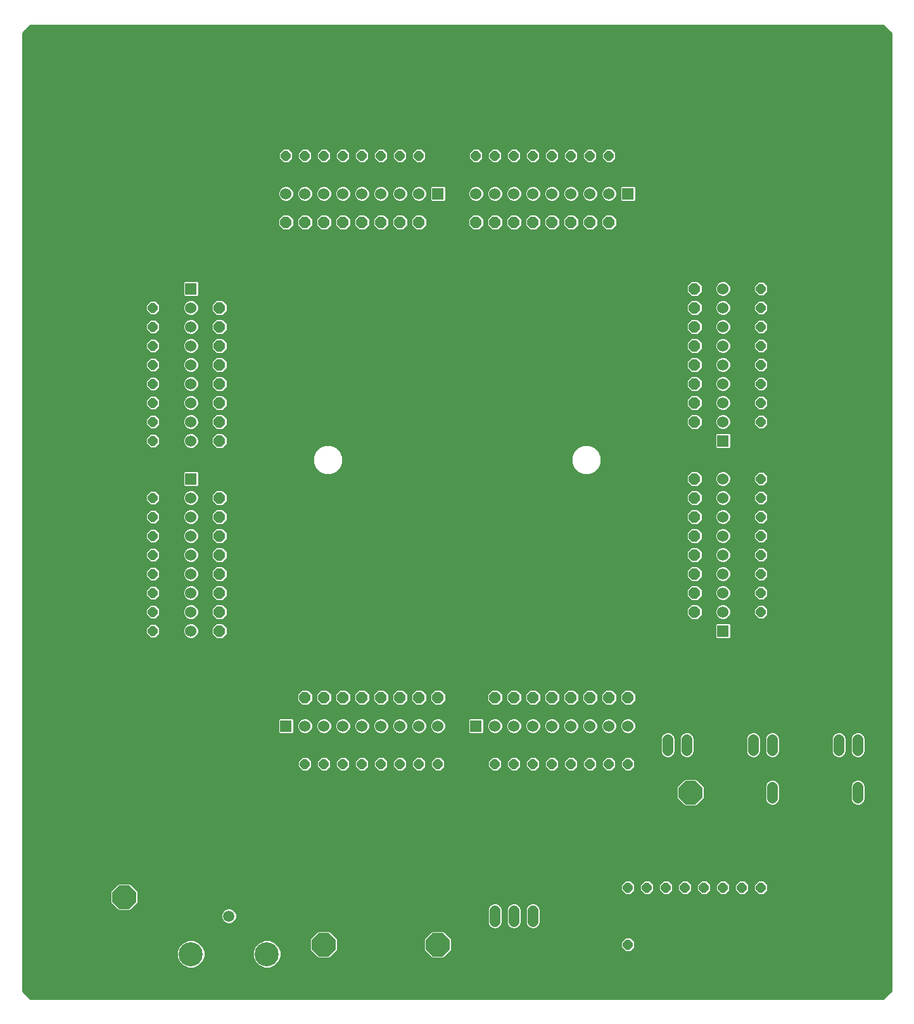
<source format=gbl>
G75*
%MOIN*%
%OFA0B0*%
%FSLAX25Y25*%
%IPPOS*%
%LPD*%
%AMOC8*
5,1,8,0,0,1.08239X$1,22.5*
%
%ADD10C,0.12661*%
%ADD11C,0.05937*%
%ADD12R,0.06000X0.06000*%
%ADD13C,0.06000*%
%ADD14C,0.05600*%
%ADD15OC8,0.05150*%
%ADD16OC8,0.06000*%
%ADD17OC8,0.12400*%
%ADD18C,0.25000*%
%ADD19C,0.01000*%
%ADD20C,0.03562*%
D10*
X0261500Y0141500D03*
X0301500Y0141500D03*
D11*
X0291500Y0161500D03*
X0281500Y0161500D03*
D12*
X0311500Y0261500D03*
X0411500Y0261500D03*
X0541500Y0311500D03*
X0541500Y0411500D03*
X0491500Y0541500D03*
X0391500Y0541500D03*
X0261500Y0491500D03*
X0261500Y0391500D03*
D13*
X0261500Y0381500D03*
X0261500Y0371500D03*
X0261500Y0361500D03*
X0261500Y0351500D03*
X0261500Y0341500D03*
X0261500Y0331500D03*
X0261500Y0321500D03*
X0261500Y0311500D03*
X0321500Y0261500D03*
X0331500Y0261500D03*
X0341500Y0261500D03*
X0351500Y0261500D03*
X0361500Y0261500D03*
X0371500Y0261500D03*
X0381500Y0261500D03*
X0391500Y0261500D03*
X0421500Y0261500D03*
X0431500Y0261500D03*
X0441500Y0261500D03*
X0451500Y0261500D03*
X0461500Y0261500D03*
X0471500Y0261500D03*
X0481500Y0261500D03*
X0491500Y0261500D03*
X0541500Y0321500D03*
X0541500Y0331500D03*
X0541500Y0341500D03*
X0541500Y0351500D03*
X0541500Y0361500D03*
X0541500Y0371500D03*
X0541500Y0381500D03*
X0541500Y0391500D03*
X0541500Y0421500D03*
X0541500Y0431500D03*
X0541500Y0441500D03*
X0541500Y0451500D03*
X0541500Y0461500D03*
X0541500Y0471500D03*
X0541500Y0481500D03*
X0541500Y0491500D03*
X0481500Y0541500D03*
X0471500Y0541500D03*
X0461500Y0541500D03*
X0451500Y0541500D03*
X0441500Y0541500D03*
X0431500Y0541500D03*
X0421500Y0541500D03*
X0411500Y0541500D03*
X0381500Y0541500D03*
X0371500Y0541500D03*
X0361500Y0541500D03*
X0351500Y0541500D03*
X0341500Y0541500D03*
X0331500Y0541500D03*
X0321500Y0541500D03*
X0311500Y0541500D03*
X0261500Y0481500D03*
X0261500Y0471500D03*
X0261500Y0461500D03*
X0261500Y0451500D03*
X0261500Y0441500D03*
X0261500Y0431500D03*
X0261500Y0421500D03*
X0261500Y0411500D03*
D14*
X0421500Y0164300D02*
X0421500Y0158700D01*
X0431500Y0158700D02*
X0431500Y0164300D01*
X0441500Y0164300D02*
X0441500Y0158700D01*
X0512500Y0248700D02*
X0512500Y0254300D01*
X0522500Y0254300D02*
X0522500Y0248700D01*
X0547500Y0248700D02*
X0547500Y0254300D01*
X0557500Y0254300D02*
X0557500Y0248700D01*
X0567500Y0248700D02*
X0567500Y0254300D01*
X0567500Y0229300D02*
X0567500Y0223700D01*
X0557500Y0223700D02*
X0557500Y0229300D01*
X0592500Y0248700D02*
X0592500Y0254300D01*
X0602500Y0254300D02*
X0602500Y0248700D01*
X0612500Y0248700D02*
X0612500Y0254300D01*
X0612500Y0229300D02*
X0612500Y0223700D01*
X0602500Y0223700D02*
X0602500Y0229300D01*
D15*
X0561500Y0176500D03*
X0551500Y0176500D03*
X0541500Y0176500D03*
X0531500Y0176500D03*
X0521500Y0176500D03*
X0511500Y0176500D03*
X0501500Y0176500D03*
X0491500Y0176500D03*
X0491500Y0146500D03*
X0491500Y0211500D03*
X0481500Y0211500D03*
X0471500Y0211500D03*
X0461500Y0211500D03*
X0451500Y0211500D03*
X0441500Y0211500D03*
X0431500Y0211500D03*
X0421500Y0211500D03*
X0421500Y0241500D03*
X0431500Y0241500D03*
X0441500Y0241500D03*
X0451500Y0241500D03*
X0461500Y0241500D03*
X0471500Y0241500D03*
X0481500Y0241500D03*
X0491500Y0241500D03*
X0561500Y0321500D03*
X0561500Y0331500D03*
X0561500Y0341500D03*
X0561500Y0351500D03*
X0561500Y0361500D03*
X0561500Y0371500D03*
X0561500Y0381500D03*
X0561500Y0391500D03*
X0561500Y0421500D03*
X0561500Y0431500D03*
X0561500Y0441500D03*
X0561500Y0451500D03*
X0561500Y0461500D03*
X0561500Y0471500D03*
X0561500Y0481500D03*
X0561500Y0491500D03*
X0591500Y0491500D03*
X0591500Y0481500D03*
X0591500Y0471500D03*
X0591500Y0461500D03*
X0591500Y0451500D03*
X0591500Y0441500D03*
X0591500Y0431500D03*
X0591500Y0421500D03*
X0591500Y0391500D03*
X0591500Y0381500D03*
X0591500Y0371500D03*
X0591500Y0361500D03*
X0591500Y0351500D03*
X0591500Y0341500D03*
X0591500Y0331500D03*
X0591500Y0321500D03*
X0561500Y0146500D03*
X0391500Y0211500D03*
X0381500Y0211500D03*
X0371500Y0211500D03*
X0361500Y0211500D03*
X0351500Y0211500D03*
X0341500Y0211500D03*
X0331500Y0211500D03*
X0321500Y0211500D03*
X0321500Y0241500D03*
X0331500Y0241500D03*
X0341500Y0241500D03*
X0351500Y0241500D03*
X0361500Y0241500D03*
X0371500Y0241500D03*
X0381500Y0241500D03*
X0391500Y0241500D03*
X0241500Y0311500D03*
X0241500Y0321500D03*
X0241500Y0331500D03*
X0241500Y0341500D03*
X0241500Y0351500D03*
X0241500Y0361500D03*
X0241500Y0371500D03*
X0241500Y0381500D03*
X0241500Y0411500D03*
X0241500Y0421500D03*
X0241500Y0431500D03*
X0241500Y0441500D03*
X0241500Y0451500D03*
X0241500Y0461500D03*
X0241500Y0471500D03*
X0241500Y0481500D03*
X0211500Y0481500D03*
X0211500Y0471500D03*
X0211500Y0461500D03*
X0211500Y0451500D03*
X0211500Y0441500D03*
X0211500Y0431500D03*
X0211500Y0421500D03*
X0211500Y0411500D03*
X0211500Y0381500D03*
X0211500Y0371500D03*
X0211500Y0361500D03*
X0211500Y0351500D03*
X0211500Y0341500D03*
X0211500Y0331500D03*
X0211500Y0321500D03*
X0211500Y0311500D03*
X0311500Y0561500D03*
X0321500Y0561500D03*
X0331500Y0561500D03*
X0341500Y0561500D03*
X0351500Y0561500D03*
X0361500Y0561500D03*
X0371500Y0561500D03*
X0381500Y0561500D03*
X0381500Y0591500D03*
X0371500Y0591500D03*
X0361500Y0591500D03*
X0351500Y0591500D03*
X0341500Y0591500D03*
X0331500Y0591500D03*
X0321500Y0591500D03*
X0311500Y0591500D03*
X0411500Y0591500D03*
X0421500Y0591500D03*
X0431500Y0591500D03*
X0441500Y0591500D03*
X0451500Y0591500D03*
X0461500Y0591500D03*
X0471500Y0591500D03*
X0481500Y0591500D03*
X0481500Y0561500D03*
X0471500Y0561500D03*
X0461500Y0561500D03*
X0451500Y0561500D03*
X0441500Y0561500D03*
X0431500Y0561500D03*
X0421500Y0561500D03*
X0411500Y0561500D03*
D16*
X0411500Y0526500D03*
X0421500Y0526500D03*
X0431500Y0526500D03*
X0441500Y0526500D03*
X0451500Y0526500D03*
X0461500Y0526500D03*
X0471500Y0526500D03*
X0481500Y0526500D03*
X0491500Y0526500D03*
X0526500Y0491500D03*
X0526500Y0481500D03*
X0526500Y0471500D03*
X0526500Y0461500D03*
X0526500Y0451500D03*
X0526500Y0441500D03*
X0526500Y0431500D03*
X0526500Y0421500D03*
X0526500Y0411500D03*
X0526500Y0391500D03*
X0526500Y0381500D03*
X0526500Y0371500D03*
X0526500Y0361500D03*
X0526500Y0351500D03*
X0526500Y0341500D03*
X0526500Y0331500D03*
X0526500Y0321500D03*
X0526500Y0311500D03*
X0491500Y0276500D03*
X0481500Y0276500D03*
X0471500Y0276500D03*
X0461500Y0276500D03*
X0451500Y0276500D03*
X0441500Y0276500D03*
X0431500Y0276500D03*
X0421500Y0276500D03*
X0411500Y0276500D03*
X0391500Y0276500D03*
X0381500Y0276500D03*
X0371500Y0276500D03*
X0361500Y0276500D03*
X0351500Y0276500D03*
X0341500Y0276500D03*
X0331500Y0276500D03*
X0321500Y0276500D03*
X0311500Y0276500D03*
X0276500Y0311500D03*
X0276500Y0321500D03*
X0276500Y0331500D03*
X0276500Y0341500D03*
X0276500Y0351500D03*
X0276500Y0361500D03*
X0276500Y0371500D03*
X0276500Y0381500D03*
X0276500Y0391500D03*
X0276500Y0411500D03*
X0276500Y0421500D03*
X0276500Y0431500D03*
X0276500Y0441500D03*
X0276500Y0451500D03*
X0276500Y0461500D03*
X0276500Y0471500D03*
X0276500Y0481500D03*
X0276500Y0491500D03*
X0311500Y0526500D03*
X0321500Y0526500D03*
X0331500Y0526500D03*
X0341500Y0526500D03*
X0351500Y0526500D03*
X0361500Y0526500D03*
X0371500Y0526500D03*
X0381500Y0526500D03*
X0391500Y0526500D03*
D17*
X0281500Y0521500D03*
X0305500Y0401500D03*
X0497500Y0401500D03*
X0521500Y0521500D03*
X0524500Y0226500D03*
X0608500Y0186500D03*
X0391500Y0146500D03*
X0331500Y0146500D03*
X0226500Y0151500D03*
X0226500Y0171500D03*
D18*
X0191500Y0136500D03*
X0611500Y0136500D03*
X0611500Y0611500D03*
X0191500Y0611500D03*
D19*
X0173000Y0625879D02*
X0173000Y0122121D01*
X0177121Y0118000D01*
X0625879Y0118000D01*
X0630000Y0122121D01*
X0630000Y0625879D01*
X0625879Y0630000D01*
X0177121Y0630000D01*
X0173000Y0625879D01*
X0173286Y0626165D02*
X0629714Y0626165D01*
X0630000Y0625167D02*
X0173000Y0625167D01*
X0173000Y0624168D02*
X0630000Y0624168D01*
X0630000Y0623170D02*
X0173000Y0623170D01*
X0173000Y0622171D02*
X0630000Y0622171D01*
X0630000Y0621172D02*
X0173000Y0621172D01*
X0173000Y0620174D02*
X0630000Y0620174D01*
X0630000Y0619175D02*
X0173000Y0619175D01*
X0173000Y0618177D02*
X0630000Y0618177D01*
X0630000Y0617178D02*
X0173000Y0617178D01*
X0173000Y0616180D02*
X0630000Y0616180D01*
X0630000Y0615181D02*
X0173000Y0615181D01*
X0173000Y0614183D02*
X0630000Y0614183D01*
X0630000Y0613184D02*
X0173000Y0613184D01*
X0173000Y0612186D02*
X0630000Y0612186D01*
X0630000Y0611187D02*
X0173000Y0611187D01*
X0173000Y0610189D02*
X0630000Y0610189D01*
X0630000Y0609190D02*
X0173000Y0609190D01*
X0173000Y0608192D02*
X0630000Y0608192D01*
X0630000Y0607193D02*
X0173000Y0607193D01*
X0173000Y0606195D02*
X0630000Y0606195D01*
X0630000Y0605196D02*
X0173000Y0605196D01*
X0173000Y0604198D02*
X0630000Y0604198D01*
X0630000Y0603199D02*
X0173000Y0603199D01*
X0173000Y0602201D02*
X0630000Y0602201D01*
X0630000Y0601202D02*
X0173000Y0601202D01*
X0173000Y0600204D02*
X0630000Y0600204D01*
X0630000Y0599205D02*
X0173000Y0599205D01*
X0173000Y0598207D02*
X0630000Y0598207D01*
X0630000Y0597208D02*
X0173000Y0597208D01*
X0173000Y0596210D02*
X0630000Y0596210D01*
X0630000Y0595211D02*
X0173000Y0595211D01*
X0173000Y0594213D02*
X0630000Y0594213D01*
X0630000Y0593214D02*
X0173000Y0593214D01*
X0173000Y0592216D02*
X0630000Y0592216D01*
X0630000Y0591217D02*
X0173000Y0591217D01*
X0173000Y0590219D02*
X0630000Y0590219D01*
X0630000Y0589220D02*
X0173000Y0589220D01*
X0173000Y0588222D02*
X0630000Y0588222D01*
X0630000Y0587223D02*
X0173000Y0587223D01*
X0173000Y0586225D02*
X0630000Y0586225D01*
X0630000Y0585226D02*
X0173000Y0585226D01*
X0173000Y0584228D02*
X0630000Y0584228D01*
X0630000Y0583229D02*
X0173000Y0583229D01*
X0173000Y0582231D02*
X0630000Y0582231D01*
X0630000Y0581232D02*
X0173000Y0581232D01*
X0173000Y0580234D02*
X0630000Y0580234D01*
X0630000Y0579235D02*
X0173000Y0579235D01*
X0173000Y0578237D02*
X0630000Y0578237D01*
X0630000Y0577238D02*
X0173000Y0577238D01*
X0173000Y0576239D02*
X0630000Y0576239D01*
X0630000Y0575241D02*
X0173000Y0575241D01*
X0173000Y0574242D02*
X0630000Y0574242D01*
X0630000Y0573244D02*
X0173000Y0573244D01*
X0173000Y0572245D02*
X0630000Y0572245D01*
X0630000Y0571247D02*
X0173000Y0571247D01*
X0173000Y0570248D02*
X0630000Y0570248D01*
X0630000Y0569250D02*
X0173000Y0569250D01*
X0173000Y0568251D02*
X0630000Y0568251D01*
X0630000Y0567253D02*
X0173000Y0567253D01*
X0173000Y0566254D02*
X0630000Y0566254D01*
X0630000Y0565256D02*
X0173000Y0565256D01*
X0173000Y0564257D02*
X0309060Y0564257D01*
X0309978Y0565175D02*
X0307825Y0563022D01*
X0307825Y0559978D01*
X0309978Y0557825D01*
X0313022Y0557825D01*
X0315175Y0559978D01*
X0315175Y0563022D01*
X0313022Y0565175D01*
X0309978Y0565175D01*
X0308062Y0563259D02*
X0173000Y0563259D01*
X0173000Y0562260D02*
X0307825Y0562260D01*
X0307825Y0561262D02*
X0173000Y0561262D01*
X0173000Y0560263D02*
X0307825Y0560263D01*
X0308538Y0559265D02*
X0173000Y0559265D01*
X0173000Y0558266D02*
X0309537Y0558266D01*
X0313463Y0558266D02*
X0319537Y0558266D01*
X0319978Y0557825D02*
X0323022Y0557825D01*
X0325175Y0559978D01*
X0325175Y0563022D01*
X0323022Y0565175D01*
X0319978Y0565175D01*
X0317825Y0563022D01*
X0317825Y0559978D01*
X0319978Y0557825D01*
X0318538Y0559265D02*
X0314462Y0559265D01*
X0315175Y0560263D02*
X0317825Y0560263D01*
X0317825Y0561262D02*
X0315175Y0561262D01*
X0315175Y0562260D02*
X0317825Y0562260D01*
X0318062Y0563259D02*
X0314938Y0563259D01*
X0313940Y0564257D02*
X0319060Y0564257D01*
X0323940Y0564257D02*
X0329060Y0564257D01*
X0329978Y0565175D02*
X0327825Y0563022D01*
X0327825Y0559978D01*
X0329978Y0557825D01*
X0333022Y0557825D01*
X0335175Y0559978D01*
X0335175Y0563022D01*
X0333022Y0565175D01*
X0329978Y0565175D01*
X0328062Y0563259D02*
X0324938Y0563259D01*
X0325175Y0562260D02*
X0327825Y0562260D01*
X0327825Y0561262D02*
X0325175Y0561262D01*
X0325175Y0560263D02*
X0327825Y0560263D01*
X0328538Y0559265D02*
X0324462Y0559265D01*
X0323463Y0558266D02*
X0329537Y0558266D01*
X0333463Y0558266D02*
X0339537Y0558266D01*
X0339978Y0557825D02*
X0343022Y0557825D01*
X0345175Y0559978D01*
X0345175Y0563022D01*
X0343022Y0565175D01*
X0339978Y0565175D01*
X0337825Y0563022D01*
X0337825Y0559978D01*
X0339978Y0557825D01*
X0338538Y0559265D02*
X0334462Y0559265D01*
X0335175Y0560263D02*
X0337825Y0560263D01*
X0337825Y0561262D02*
X0335175Y0561262D01*
X0335175Y0562260D02*
X0337825Y0562260D01*
X0338062Y0563259D02*
X0334938Y0563259D01*
X0333940Y0564257D02*
X0339060Y0564257D01*
X0343940Y0564257D02*
X0349060Y0564257D01*
X0349978Y0565175D02*
X0347825Y0563022D01*
X0347825Y0559978D01*
X0349978Y0557825D01*
X0353022Y0557825D01*
X0355175Y0559978D01*
X0355175Y0563022D01*
X0353022Y0565175D01*
X0349978Y0565175D01*
X0348062Y0563259D02*
X0344938Y0563259D01*
X0345175Y0562260D02*
X0347825Y0562260D01*
X0347825Y0561262D02*
X0345175Y0561262D01*
X0345175Y0560263D02*
X0347825Y0560263D01*
X0348538Y0559265D02*
X0344462Y0559265D01*
X0343463Y0558266D02*
X0349537Y0558266D01*
X0353463Y0558266D02*
X0359537Y0558266D01*
X0359978Y0557825D02*
X0363022Y0557825D01*
X0365175Y0559978D01*
X0365175Y0563022D01*
X0363022Y0565175D01*
X0359978Y0565175D01*
X0357825Y0563022D01*
X0357825Y0559978D01*
X0359978Y0557825D01*
X0358538Y0559265D02*
X0354462Y0559265D01*
X0355175Y0560263D02*
X0357825Y0560263D01*
X0357825Y0561262D02*
X0355175Y0561262D01*
X0355175Y0562260D02*
X0357825Y0562260D01*
X0358062Y0563259D02*
X0354938Y0563259D01*
X0353940Y0564257D02*
X0359060Y0564257D01*
X0363940Y0564257D02*
X0369060Y0564257D01*
X0369978Y0565175D02*
X0367825Y0563022D01*
X0367825Y0559978D01*
X0369978Y0557825D01*
X0373022Y0557825D01*
X0375175Y0559978D01*
X0375175Y0563022D01*
X0373022Y0565175D01*
X0369978Y0565175D01*
X0368062Y0563259D02*
X0364938Y0563259D01*
X0365175Y0562260D02*
X0367825Y0562260D01*
X0367825Y0561262D02*
X0365175Y0561262D01*
X0365175Y0560263D02*
X0367825Y0560263D01*
X0368538Y0559265D02*
X0364462Y0559265D01*
X0363463Y0558266D02*
X0369537Y0558266D01*
X0373463Y0558266D02*
X0379537Y0558266D01*
X0379978Y0557825D02*
X0383022Y0557825D01*
X0385175Y0559978D01*
X0385175Y0563022D01*
X0383022Y0565175D01*
X0379978Y0565175D01*
X0377825Y0563022D01*
X0377825Y0559978D01*
X0379978Y0557825D01*
X0378538Y0559265D02*
X0374462Y0559265D01*
X0375175Y0560263D02*
X0377825Y0560263D01*
X0377825Y0561262D02*
X0375175Y0561262D01*
X0375175Y0562260D02*
X0377825Y0562260D01*
X0378062Y0563259D02*
X0374938Y0563259D01*
X0373940Y0564257D02*
X0379060Y0564257D01*
X0383940Y0564257D02*
X0409060Y0564257D01*
X0409978Y0565175D02*
X0407825Y0563022D01*
X0407825Y0559978D01*
X0409978Y0557825D01*
X0413022Y0557825D01*
X0415175Y0559978D01*
X0415175Y0563022D01*
X0413022Y0565175D01*
X0409978Y0565175D01*
X0408062Y0563259D02*
X0384938Y0563259D01*
X0385175Y0562260D02*
X0407825Y0562260D01*
X0407825Y0561262D02*
X0385175Y0561262D01*
X0385175Y0560263D02*
X0407825Y0560263D01*
X0408538Y0559265D02*
X0384462Y0559265D01*
X0383463Y0558266D02*
X0409537Y0558266D01*
X0413463Y0558266D02*
X0419537Y0558266D01*
X0419978Y0557825D02*
X0423022Y0557825D01*
X0425175Y0559978D01*
X0425175Y0563022D01*
X0423022Y0565175D01*
X0419978Y0565175D01*
X0417825Y0563022D01*
X0417825Y0559978D01*
X0419978Y0557825D01*
X0418538Y0559265D02*
X0414462Y0559265D01*
X0415175Y0560263D02*
X0417825Y0560263D01*
X0417825Y0561262D02*
X0415175Y0561262D01*
X0415175Y0562260D02*
X0417825Y0562260D01*
X0418062Y0563259D02*
X0414938Y0563259D01*
X0413940Y0564257D02*
X0419060Y0564257D01*
X0423940Y0564257D02*
X0429060Y0564257D01*
X0429978Y0565175D02*
X0427825Y0563022D01*
X0427825Y0559978D01*
X0429978Y0557825D01*
X0433022Y0557825D01*
X0435175Y0559978D01*
X0435175Y0563022D01*
X0433022Y0565175D01*
X0429978Y0565175D01*
X0428062Y0563259D02*
X0424938Y0563259D01*
X0425175Y0562260D02*
X0427825Y0562260D01*
X0427825Y0561262D02*
X0425175Y0561262D01*
X0425175Y0560263D02*
X0427825Y0560263D01*
X0428538Y0559265D02*
X0424462Y0559265D01*
X0423463Y0558266D02*
X0429537Y0558266D01*
X0433463Y0558266D02*
X0439537Y0558266D01*
X0439978Y0557825D02*
X0443022Y0557825D01*
X0445175Y0559978D01*
X0445175Y0563022D01*
X0443022Y0565175D01*
X0439978Y0565175D01*
X0437825Y0563022D01*
X0437825Y0559978D01*
X0439978Y0557825D01*
X0438538Y0559265D02*
X0434462Y0559265D01*
X0435175Y0560263D02*
X0437825Y0560263D01*
X0437825Y0561262D02*
X0435175Y0561262D01*
X0435175Y0562260D02*
X0437825Y0562260D01*
X0438062Y0563259D02*
X0434938Y0563259D01*
X0433940Y0564257D02*
X0439060Y0564257D01*
X0443940Y0564257D02*
X0449060Y0564257D01*
X0449978Y0565175D02*
X0447825Y0563022D01*
X0447825Y0559978D01*
X0449978Y0557825D01*
X0453022Y0557825D01*
X0455175Y0559978D01*
X0455175Y0563022D01*
X0453022Y0565175D01*
X0449978Y0565175D01*
X0448062Y0563259D02*
X0444938Y0563259D01*
X0445175Y0562260D02*
X0447825Y0562260D01*
X0447825Y0561262D02*
X0445175Y0561262D01*
X0445175Y0560263D02*
X0447825Y0560263D01*
X0448538Y0559265D02*
X0444462Y0559265D01*
X0443463Y0558266D02*
X0449537Y0558266D01*
X0453463Y0558266D02*
X0459537Y0558266D01*
X0459978Y0557825D02*
X0463022Y0557825D01*
X0465175Y0559978D01*
X0465175Y0563022D01*
X0463022Y0565175D01*
X0459978Y0565175D01*
X0457825Y0563022D01*
X0457825Y0559978D01*
X0459978Y0557825D01*
X0458538Y0559265D02*
X0454462Y0559265D01*
X0455175Y0560263D02*
X0457825Y0560263D01*
X0457825Y0561262D02*
X0455175Y0561262D01*
X0455175Y0562260D02*
X0457825Y0562260D01*
X0458062Y0563259D02*
X0454938Y0563259D01*
X0453940Y0564257D02*
X0459060Y0564257D01*
X0463940Y0564257D02*
X0469060Y0564257D01*
X0469978Y0565175D02*
X0467825Y0563022D01*
X0467825Y0559978D01*
X0469978Y0557825D01*
X0473022Y0557825D01*
X0475175Y0559978D01*
X0475175Y0563022D01*
X0473022Y0565175D01*
X0469978Y0565175D01*
X0468062Y0563259D02*
X0464938Y0563259D01*
X0465175Y0562260D02*
X0467825Y0562260D01*
X0467825Y0561262D02*
X0465175Y0561262D01*
X0465175Y0560263D02*
X0467825Y0560263D01*
X0468538Y0559265D02*
X0464462Y0559265D01*
X0463463Y0558266D02*
X0469537Y0558266D01*
X0473463Y0558266D02*
X0479537Y0558266D01*
X0479978Y0557825D02*
X0483022Y0557825D01*
X0485175Y0559978D01*
X0485175Y0563022D01*
X0483022Y0565175D01*
X0479978Y0565175D01*
X0477825Y0563022D01*
X0477825Y0559978D01*
X0479978Y0557825D01*
X0478538Y0559265D02*
X0474462Y0559265D01*
X0475175Y0560263D02*
X0477825Y0560263D01*
X0477825Y0561262D02*
X0475175Y0561262D01*
X0475175Y0562260D02*
X0477825Y0562260D01*
X0478062Y0563259D02*
X0474938Y0563259D01*
X0473940Y0564257D02*
X0479060Y0564257D01*
X0483940Y0564257D02*
X0630000Y0564257D01*
X0630000Y0563259D02*
X0484938Y0563259D01*
X0485175Y0562260D02*
X0630000Y0562260D01*
X0630000Y0561262D02*
X0485175Y0561262D01*
X0485175Y0560263D02*
X0630000Y0560263D01*
X0630000Y0559265D02*
X0484462Y0559265D01*
X0483463Y0558266D02*
X0630000Y0558266D01*
X0630000Y0557268D02*
X0173000Y0557268D01*
X0173000Y0556269D02*
X0630000Y0556269D01*
X0630000Y0555271D02*
X0173000Y0555271D01*
X0173000Y0554272D02*
X0630000Y0554272D01*
X0630000Y0553274D02*
X0173000Y0553274D01*
X0173000Y0552275D02*
X0630000Y0552275D01*
X0630000Y0551277D02*
X0173000Y0551277D01*
X0173000Y0550278D02*
X0630000Y0550278D01*
X0630000Y0549280D02*
X0173000Y0549280D01*
X0173000Y0548281D02*
X0630000Y0548281D01*
X0630000Y0547283D02*
X0173000Y0547283D01*
X0173000Y0546284D02*
X0630000Y0546284D01*
X0630000Y0545286D02*
X0495270Y0545286D01*
X0494956Y0545600D02*
X0488044Y0545600D01*
X0487400Y0544956D01*
X0487400Y0538044D01*
X0488044Y0537400D01*
X0494956Y0537400D01*
X0495600Y0538044D01*
X0495600Y0544956D01*
X0494956Y0545600D01*
X0495600Y0544287D02*
X0630000Y0544287D01*
X0630000Y0543289D02*
X0495600Y0543289D01*
X0495600Y0542290D02*
X0630000Y0542290D01*
X0630000Y0541292D02*
X0495600Y0541292D01*
X0495600Y0540293D02*
X0630000Y0540293D01*
X0630000Y0539295D02*
X0495600Y0539295D01*
X0495600Y0538296D02*
X0630000Y0538296D01*
X0630000Y0537298D02*
X0173000Y0537298D01*
X0173000Y0538296D02*
X0308906Y0538296D01*
X0309178Y0538024D02*
X0310684Y0537400D01*
X0312316Y0537400D01*
X0313822Y0538024D01*
X0314976Y0539178D01*
X0315600Y0540684D01*
X0315600Y0542316D01*
X0314976Y0543822D01*
X0313822Y0544976D01*
X0312316Y0545600D01*
X0310684Y0545600D01*
X0309178Y0544976D01*
X0308024Y0543822D01*
X0307400Y0542316D01*
X0307400Y0540684D01*
X0308024Y0539178D01*
X0309178Y0538024D01*
X0307976Y0539295D02*
X0173000Y0539295D01*
X0173000Y0540293D02*
X0307562Y0540293D01*
X0307400Y0541292D02*
X0173000Y0541292D01*
X0173000Y0542290D02*
X0307400Y0542290D01*
X0307803Y0543289D02*
X0173000Y0543289D01*
X0173000Y0544287D02*
X0308489Y0544287D01*
X0309926Y0545286D02*
X0173000Y0545286D01*
X0173000Y0536299D02*
X0630000Y0536299D01*
X0630000Y0535301D02*
X0173000Y0535301D01*
X0173000Y0534302D02*
X0630000Y0534302D01*
X0630000Y0533303D02*
X0173000Y0533303D01*
X0173000Y0532305D02*
X0630000Y0532305D01*
X0630000Y0531306D02*
X0173000Y0531306D01*
X0173000Y0530308D02*
X0309510Y0530308D01*
X0309802Y0530600D02*
X0307400Y0528198D01*
X0307400Y0524802D01*
X0309802Y0522400D01*
X0313198Y0522400D01*
X0315600Y0524802D01*
X0315600Y0528198D01*
X0313198Y0530600D01*
X0309802Y0530600D01*
X0308511Y0529309D02*
X0173000Y0529309D01*
X0173000Y0528311D02*
X0307513Y0528311D01*
X0307400Y0527312D02*
X0173000Y0527312D01*
X0173000Y0526314D02*
X0307400Y0526314D01*
X0307400Y0525315D02*
X0173000Y0525315D01*
X0173000Y0524317D02*
X0307885Y0524317D01*
X0308883Y0523318D02*
X0173000Y0523318D01*
X0173000Y0522320D02*
X0630000Y0522320D01*
X0630000Y0523318D02*
X0484117Y0523318D01*
X0483198Y0522400D02*
X0485600Y0524802D01*
X0485600Y0528198D01*
X0483198Y0530600D01*
X0479802Y0530600D01*
X0477400Y0528198D01*
X0477400Y0524802D01*
X0479802Y0522400D01*
X0483198Y0522400D01*
X0485115Y0524317D02*
X0630000Y0524317D01*
X0630000Y0525315D02*
X0485600Y0525315D01*
X0485600Y0526314D02*
X0630000Y0526314D01*
X0630000Y0527312D02*
X0485600Y0527312D01*
X0485487Y0528311D02*
X0630000Y0528311D01*
X0630000Y0529309D02*
X0484489Y0529309D01*
X0483490Y0530308D02*
X0630000Y0530308D01*
X0630000Y0521321D02*
X0173000Y0521321D01*
X0173000Y0520323D02*
X0630000Y0520323D01*
X0630000Y0519324D02*
X0173000Y0519324D01*
X0173000Y0518326D02*
X0630000Y0518326D01*
X0630000Y0517327D02*
X0173000Y0517327D01*
X0173000Y0516329D02*
X0630000Y0516329D01*
X0630000Y0515330D02*
X0173000Y0515330D01*
X0173000Y0514332D02*
X0630000Y0514332D01*
X0630000Y0513333D02*
X0173000Y0513333D01*
X0173000Y0512335D02*
X0630000Y0512335D01*
X0630000Y0511336D02*
X0173000Y0511336D01*
X0173000Y0510338D02*
X0630000Y0510338D01*
X0630000Y0509339D02*
X0173000Y0509339D01*
X0173000Y0508341D02*
X0630000Y0508341D01*
X0630000Y0507342D02*
X0173000Y0507342D01*
X0173000Y0506344D02*
X0630000Y0506344D01*
X0630000Y0505345D02*
X0173000Y0505345D01*
X0173000Y0504347D02*
X0630000Y0504347D01*
X0630000Y0503348D02*
X0173000Y0503348D01*
X0173000Y0502350D02*
X0630000Y0502350D01*
X0630000Y0501351D02*
X0173000Y0501351D01*
X0173000Y0500353D02*
X0630000Y0500353D01*
X0630000Y0499354D02*
X0173000Y0499354D01*
X0173000Y0498356D02*
X0630000Y0498356D01*
X0630000Y0497357D02*
X0173000Y0497357D01*
X0173000Y0496359D02*
X0630000Y0496359D01*
X0630000Y0495360D02*
X0542895Y0495360D01*
X0542316Y0495600D02*
X0540684Y0495600D01*
X0539178Y0494976D01*
X0538024Y0493822D01*
X0537400Y0492316D01*
X0537400Y0490684D01*
X0538024Y0489178D01*
X0539178Y0488024D01*
X0540684Y0487400D01*
X0542316Y0487400D01*
X0543822Y0488024D01*
X0544976Y0489178D01*
X0545600Y0490684D01*
X0545600Y0492316D01*
X0544976Y0493822D01*
X0543822Y0494976D01*
X0542316Y0495600D01*
X0540105Y0495360D02*
X0528438Y0495360D01*
X0528198Y0495600D02*
X0524802Y0495600D01*
X0522400Y0493198D01*
X0522400Y0489802D01*
X0524802Y0487400D01*
X0528198Y0487400D01*
X0530600Y0489802D01*
X0530600Y0493198D01*
X0528198Y0495600D01*
X0529437Y0494362D02*
X0538563Y0494362D01*
X0537834Y0493363D02*
X0530435Y0493363D01*
X0530600Y0492365D02*
X0537420Y0492365D01*
X0537400Y0491366D02*
X0530600Y0491366D01*
X0530600Y0490368D02*
X0537531Y0490368D01*
X0537945Y0489369D02*
X0530167Y0489369D01*
X0529169Y0488370D02*
X0538831Y0488370D01*
X0540141Y0485375D02*
X0528423Y0485375D01*
X0528198Y0485600D02*
X0524802Y0485600D01*
X0522400Y0483198D01*
X0522400Y0479802D01*
X0524802Y0477400D01*
X0528198Y0477400D01*
X0530600Y0479802D01*
X0530600Y0483198D01*
X0528198Y0485600D01*
X0529422Y0484376D02*
X0538578Y0484376D01*
X0538024Y0483822D02*
X0537400Y0482316D01*
X0537400Y0480684D01*
X0538024Y0479178D01*
X0539178Y0478024D01*
X0540684Y0477400D01*
X0542316Y0477400D01*
X0543822Y0478024D01*
X0544976Y0479178D01*
X0545600Y0480684D01*
X0545600Y0482316D01*
X0544976Y0483822D01*
X0543822Y0484976D01*
X0542316Y0485600D01*
X0540684Y0485600D01*
X0539178Y0484976D01*
X0538024Y0483822D01*
X0537840Y0483378D02*
X0530420Y0483378D01*
X0530600Y0482379D02*
X0537426Y0482379D01*
X0537400Y0481381D02*
X0530600Y0481381D01*
X0530600Y0480382D02*
X0537525Y0480382D01*
X0537939Y0479384D02*
X0530182Y0479384D01*
X0529184Y0478385D02*
X0538816Y0478385D01*
X0540177Y0475390D02*
X0528408Y0475390D01*
X0528198Y0475600D02*
X0524802Y0475600D01*
X0522400Y0473198D01*
X0522400Y0469802D01*
X0524802Y0467400D01*
X0528198Y0467400D01*
X0530600Y0469802D01*
X0530600Y0473198D01*
X0528198Y0475600D01*
X0529407Y0474391D02*
X0538593Y0474391D01*
X0538024Y0473822D02*
X0537400Y0472316D01*
X0537400Y0470684D01*
X0538024Y0469178D01*
X0539178Y0468024D01*
X0540684Y0467400D01*
X0542316Y0467400D01*
X0543822Y0468024D01*
X0544976Y0469178D01*
X0545600Y0470684D01*
X0545600Y0472316D01*
X0544976Y0473822D01*
X0543822Y0474976D01*
X0542316Y0475600D01*
X0540684Y0475600D01*
X0539178Y0474976D01*
X0538024Y0473822D01*
X0537846Y0473393D02*
X0530405Y0473393D01*
X0530600Y0472394D02*
X0537433Y0472394D01*
X0537400Y0471396D02*
X0530600Y0471396D01*
X0530600Y0470397D02*
X0537519Y0470397D01*
X0537933Y0469399D02*
X0530197Y0469399D01*
X0529199Y0468400D02*
X0538801Y0468400D01*
X0540680Y0467402D02*
X0528200Y0467402D01*
X0528198Y0465600D02*
X0524802Y0465600D01*
X0522400Y0463198D01*
X0522400Y0459802D01*
X0524802Y0457400D01*
X0528198Y0457400D01*
X0530600Y0459802D01*
X0530600Y0463198D01*
X0528198Y0465600D01*
X0528394Y0465405D02*
X0540213Y0465405D01*
X0540684Y0465600D02*
X0539178Y0464976D01*
X0538024Y0463822D01*
X0537400Y0462316D01*
X0537400Y0460684D01*
X0538024Y0459178D01*
X0539178Y0458024D01*
X0540684Y0457400D01*
X0542316Y0457400D01*
X0543822Y0458024D01*
X0544976Y0459178D01*
X0545600Y0460684D01*
X0545600Y0462316D01*
X0544976Y0463822D01*
X0543822Y0464976D01*
X0542316Y0465600D01*
X0540684Y0465600D01*
X0542787Y0465405D02*
X0630000Y0465405D01*
X0630000Y0466403D02*
X0173000Y0466403D01*
X0173000Y0465405D02*
X0260213Y0465405D01*
X0260684Y0465600D02*
X0259178Y0464976D01*
X0258024Y0463822D01*
X0257400Y0462316D01*
X0257400Y0460684D01*
X0258024Y0459178D01*
X0259178Y0458024D01*
X0260684Y0457400D01*
X0262316Y0457400D01*
X0263822Y0458024D01*
X0264976Y0459178D01*
X0265600Y0460684D01*
X0265600Y0462316D01*
X0264976Y0463822D01*
X0263822Y0464976D01*
X0262316Y0465600D01*
X0260684Y0465600D01*
X0260684Y0467400D02*
X0262316Y0467400D01*
X0263822Y0468024D01*
X0264976Y0469178D01*
X0265600Y0470684D01*
X0265600Y0472316D01*
X0264976Y0473822D01*
X0263822Y0474976D01*
X0262316Y0475600D01*
X0260684Y0475600D01*
X0259178Y0474976D01*
X0258024Y0473822D01*
X0257400Y0472316D01*
X0257400Y0470684D01*
X0258024Y0469178D01*
X0259178Y0468024D01*
X0260684Y0467400D01*
X0260680Y0467402D02*
X0173000Y0467402D01*
X0173000Y0468400D02*
X0239403Y0468400D01*
X0239978Y0467825D02*
X0243022Y0467825D01*
X0245175Y0469978D01*
X0245175Y0473022D01*
X0243022Y0475175D01*
X0239978Y0475175D01*
X0237825Y0473022D01*
X0237825Y0469978D01*
X0239978Y0467825D01*
X0238404Y0469399D02*
X0173000Y0469399D01*
X0173000Y0470397D02*
X0237825Y0470397D01*
X0237825Y0471396D02*
X0173000Y0471396D01*
X0173000Y0472394D02*
X0237825Y0472394D01*
X0238196Y0473393D02*
X0173000Y0473393D01*
X0173000Y0474391D02*
X0239194Y0474391D01*
X0239978Y0477825D02*
X0243022Y0477825D01*
X0245175Y0479978D01*
X0245175Y0483022D01*
X0243022Y0485175D01*
X0239978Y0485175D01*
X0237825Y0483022D01*
X0237825Y0479978D01*
X0239978Y0477825D01*
X0239418Y0478385D02*
X0173000Y0478385D01*
X0173000Y0477387D02*
X0630000Y0477387D01*
X0630000Y0478385D02*
X0563582Y0478385D01*
X0563022Y0477825D02*
X0565175Y0479978D01*
X0565175Y0483022D01*
X0563022Y0485175D01*
X0559978Y0485175D01*
X0557825Y0483022D01*
X0557825Y0479978D01*
X0559978Y0477825D01*
X0563022Y0477825D01*
X0564581Y0479384D02*
X0630000Y0479384D01*
X0630000Y0480382D02*
X0565175Y0480382D01*
X0565175Y0481381D02*
X0630000Y0481381D01*
X0630000Y0482379D02*
X0565175Y0482379D01*
X0564819Y0483378D02*
X0630000Y0483378D01*
X0630000Y0484376D02*
X0563820Y0484376D01*
X0563022Y0487825D02*
X0565175Y0489978D01*
X0565175Y0493022D01*
X0563022Y0495175D01*
X0559978Y0495175D01*
X0557825Y0493022D01*
X0557825Y0489978D01*
X0559978Y0487825D01*
X0563022Y0487825D01*
X0563567Y0488370D02*
X0630000Y0488370D01*
X0630000Y0487372D02*
X0173000Y0487372D01*
X0173000Y0488370D02*
X0257400Y0488370D01*
X0257400Y0488044D02*
X0258044Y0487400D01*
X0264956Y0487400D01*
X0265600Y0488044D01*
X0265600Y0494956D01*
X0264956Y0495600D01*
X0258044Y0495600D01*
X0257400Y0494956D01*
X0257400Y0488044D01*
X0257400Y0489369D02*
X0173000Y0489369D01*
X0173000Y0490368D02*
X0257400Y0490368D01*
X0257400Y0491366D02*
X0173000Y0491366D01*
X0173000Y0492365D02*
X0257400Y0492365D01*
X0257400Y0493363D02*
X0173000Y0493363D01*
X0173000Y0494362D02*
X0257400Y0494362D01*
X0257804Y0495360D02*
X0173000Y0495360D01*
X0173000Y0486373D02*
X0630000Y0486373D01*
X0630000Y0485375D02*
X0542859Y0485375D01*
X0544422Y0484376D02*
X0559179Y0484376D01*
X0558181Y0483378D02*
X0545160Y0483378D01*
X0545574Y0482379D02*
X0557825Y0482379D01*
X0557825Y0481381D02*
X0545600Y0481381D01*
X0545475Y0480382D02*
X0557825Y0480382D01*
X0558419Y0479384D02*
X0545061Y0479384D01*
X0544184Y0478385D02*
X0559418Y0478385D01*
X0559978Y0475175D02*
X0557825Y0473022D01*
X0557825Y0469978D01*
X0559978Y0467825D01*
X0563022Y0467825D01*
X0565175Y0469978D01*
X0565175Y0473022D01*
X0563022Y0475175D01*
X0559978Y0475175D01*
X0559194Y0474391D02*
X0544407Y0474391D01*
X0545154Y0473393D02*
X0558196Y0473393D01*
X0557825Y0472394D02*
X0545567Y0472394D01*
X0545600Y0471396D02*
X0557825Y0471396D01*
X0557825Y0470397D02*
X0545481Y0470397D01*
X0545067Y0469399D02*
X0558404Y0469399D01*
X0559403Y0468400D02*
X0544199Y0468400D01*
X0542320Y0467402D02*
X0630000Y0467402D01*
X0630000Y0468400D02*
X0563597Y0468400D01*
X0564596Y0469399D02*
X0630000Y0469399D01*
X0630000Y0470397D02*
X0565175Y0470397D01*
X0565175Y0471396D02*
X0630000Y0471396D01*
X0630000Y0472394D02*
X0565175Y0472394D01*
X0564804Y0473393D02*
X0630000Y0473393D01*
X0630000Y0474391D02*
X0563806Y0474391D01*
X0559433Y0488370D02*
X0544169Y0488370D01*
X0545055Y0489369D02*
X0558434Y0489369D01*
X0557825Y0490368D02*
X0545469Y0490368D01*
X0545600Y0491366D02*
X0557825Y0491366D01*
X0557825Y0492365D02*
X0545580Y0492365D01*
X0545166Y0493363D02*
X0558166Y0493363D01*
X0559165Y0494362D02*
X0544437Y0494362D01*
X0542823Y0475390D02*
X0630000Y0475390D01*
X0630000Y0476388D02*
X0173000Y0476388D01*
X0173000Y0475390D02*
X0260177Y0475390D01*
X0258593Y0474391D02*
X0243806Y0474391D01*
X0244804Y0473393D02*
X0257846Y0473393D01*
X0257433Y0472394D02*
X0245175Y0472394D01*
X0245175Y0471396D02*
X0257400Y0471396D01*
X0257519Y0470397D02*
X0245175Y0470397D01*
X0244596Y0469399D02*
X0257933Y0469399D01*
X0258801Y0468400D02*
X0243597Y0468400D01*
X0243022Y0465175D02*
X0239978Y0465175D01*
X0237825Y0463022D01*
X0237825Y0459978D01*
X0239978Y0457825D01*
X0243022Y0457825D01*
X0245175Y0459978D01*
X0245175Y0463022D01*
X0243022Y0465175D01*
X0243791Y0464406D02*
X0258608Y0464406D01*
X0257852Y0463408D02*
X0244789Y0463408D01*
X0245175Y0462409D02*
X0257439Y0462409D01*
X0257400Y0461411D02*
X0245175Y0461411D01*
X0245175Y0460412D02*
X0257513Y0460412D01*
X0257926Y0459414D02*
X0244611Y0459414D01*
X0243612Y0458415D02*
X0258787Y0458415D01*
X0260644Y0457417D02*
X0173000Y0457417D01*
X0173000Y0458415D02*
X0239388Y0458415D01*
X0238389Y0459414D02*
X0173000Y0459414D01*
X0173000Y0460412D02*
X0237825Y0460412D01*
X0237825Y0461411D02*
X0173000Y0461411D01*
X0173000Y0462409D02*
X0237825Y0462409D01*
X0238211Y0463408D02*
X0173000Y0463408D01*
X0173000Y0464406D02*
X0239209Y0464406D01*
X0239978Y0455175D02*
X0237825Y0453022D01*
X0237825Y0449978D01*
X0239978Y0447825D01*
X0243022Y0447825D01*
X0245175Y0449978D01*
X0245175Y0453022D01*
X0243022Y0455175D01*
X0239978Y0455175D01*
X0239224Y0454421D02*
X0173000Y0454421D01*
X0173000Y0453423D02*
X0238226Y0453423D01*
X0237825Y0452424D02*
X0173000Y0452424D01*
X0173000Y0451426D02*
X0237825Y0451426D01*
X0237825Y0450427D02*
X0173000Y0450427D01*
X0173000Y0449429D02*
X0238374Y0449429D01*
X0239373Y0448430D02*
X0173000Y0448430D01*
X0173000Y0447432D02*
X0260608Y0447432D01*
X0260684Y0447400D02*
X0262316Y0447400D01*
X0263822Y0448024D01*
X0264976Y0449178D01*
X0265600Y0450684D01*
X0265600Y0452316D01*
X0264976Y0453822D01*
X0263822Y0454976D01*
X0262316Y0455600D01*
X0260684Y0455600D01*
X0259178Y0454976D01*
X0258024Y0453822D01*
X0257400Y0452316D01*
X0257400Y0450684D01*
X0258024Y0449178D01*
X0259178Y0448024D01*
X0260684Y0447400D01*
X0262392Y0447432D02*
X0274770Y0447432D01*
X0274802Y0447400D02*
X0278198Y0447400D01*
X0280600Y0449802D01*
X0280600Y0453198D01*
X0278198Y0455600D01*
X0274802Y0455600D01*
X0272400Y0453198D01*
X0272400Y0449802D01*
X0274802Y0447400D01*
X0273772Y0448430D02*
X0264228Y0448430D01*
X0265080Y0449429D02*
X0272773Y0449429D01*
X0272400Y0450427D02*
X0265493Y0450427D01*
X0265600Y0451426D02*
X0272400Y0451426D01*
X0272400Y0452424D02*
X0265555Y0452424D01*
X0265141Y0453423D02*
X0272624Y0453423D01*
X0273623Y0454421D02*
X0264377Y0454421D01*
X0262751Y0455420D02*
X0274621Y0455420D01*
X0274802Y0457400D02*
X0278198Y0457400D01*
X0280600Y0459802D01*
X0280600Y0463198D01*
X0278198Y0465600D01*
X0274802Y0465600D01*
X0272400Y0463198D01*
X0272400Y0459802D01*
X0274802Y0457400D01*
X0274785Y0457417D02*
X0262356Y0457417D01*
X0264213Y0458415D02*
X0273787Y0458415D01*
X0272788Y0459414D02*
X0265074Y0459414D01*
X0265487Y0460412D02*
X0272400Y0460412D01*
X0272400Y0461411D02*
X0265600Y0461411D01*
X0265561Y0462409D02*
X0272400Y0462409D01*
X0272609Y0463408D02*
X0265148Y0463408D01*
X0264392Y0464406D02*
X0273608Y0464406D01*
X0274606Y0465405D02*
X0262787Y0465405D01*
X0262320Y0467402D02*
X0274800Y0467402D01*
X0274802Y0467400D02*
X0278198Y0467400D01*
X0280600Y0469802D01*
X0280600Y0473198D01*
X0278198Y0475600D01*
X0274802Y0475600D01*
X0272400Y0473198D01*
X0272400Y0469802D01*
X0274802Y0467400D01*
X0273801Y0468400D02*
X0264199Y0468400D01*
X0265067Y0469399D02*
X0272803Y0469399D01*
X0272400Y0470397D02*
X0265481Y0470397D01*
X0265600Y0471396D02*
X0272400Y0471396D01*
X0272400Y0472394D02*
X0265567Y0472394D01*
X0265154Y0473393D02*
X0272595Y0473393D01*
X0273593Y0474391D02*
X0264407Y0474391D01*
X0262823Y0475390D02*
X0274592Y0475390D01*
X0274802Y0477400D02*
X0278198Y0477400D01*
X0280600Y0479802D01*
X0280600Y0483198D01*
X0278198Y0485600D01*
X0274802Y0485600D01*
X0272400Y0483198D01*
X0272400Y0479802D01*
X0274802Y0477400D01*
X0273816Y0478385D02*
X0264184Y0478385D01*
X0263822Y0478024D02*
X0264976Y0479178D01*
X0265600Y0480684D01*
X0265600Y0482316D01*
X0264976Y0483822D01*
X0263822Y0484976D01*
X0262316Y0485600D01*
X0260684Y0485600D01*
X0259178Y0484976D01*
X0258024Y0483822D01*
X0257400Y0482316D01*
X0257400Y0480684D01*
X0258024Y0479178D01*
X0259178Y0478024D01*
X0260684Y0477400D01*
X0262316Y0477400D01*
X0263822Y0478024D01*
X0265061Y0479384D02*
X0272818Y0479384D01*
X0272400Y0480382D02*
X0265475Y0480382D01*
X0265600Y0481381D02*
X0272400Y0481381D01*
X0272400Y0482379D02*
X0265574Y0482379D01*
X0265160Y0483378D02*
X0272580Y0483378D01*
X0273578Y0484376D02*
X0264422Y0484376D01*
X0262859Y0485375D02*
X0274577Y0485375D01*
X0278423Y0485375D02*
X0524577Y0485375D01*
X0523578Y0484376D02*
X0279422Y0484376D01*
X0280420Y0483378D02*
X0522580Y0483378D01*
X0522400Y0482379D02*
X0280600Y0482379D01*
X0280600Y0481381D02*
X0522400Y0481381D01*
X0522400Y0480382D02*
X0280600Y0480382D01*
X0280182Y0479384D02*
X0522818Y0479384D01*
X0523816Y0478385D02*
X0279184Y0478385D01*
X0278408Y0475390D02*
X0524592Y0475390D01*
X0523593Y0474391D02*
X0279407Y0474391D01*
X0280405Y0473393D02*
X0522595Y0473393D01*
X0522400Y0472394D02*
X0280600Y0472394D01*
X0280600Y0471396D02*
X0522400Y0471396D01*
X0522400Y0470397D02*
X0280600Y0470397D01*
X0280197Y0469399D02*
X0522803Y0469399D01*
X0523801Y0468400D02*
X0279199Y0468400D01*
X0278200Y0467402D02*
X0524800Y0467402D01*
X0524606Y0465405D02*
X0278394Y0465405D01*
X0279392Y0464406D02*
X0523608Y0464406D01*
X0522609Y0463408D02*
X0280391Y0463408D01*
X0280600Y0462409D02*
X0522400Y0462409D01*
X0522400Y0461411D02*
X0280600Y0461411D01*
X0280600Y0460412D02*
X0522400Y0460412D01*
X0522788Y0459414D02*
X0280212Y0459414D01*
X0279213Y0458415D02*
X0523787Y0458415D01*
X0524785Y0457417D02*
X0278215Y0457417D01*
X0278379Y0455420D02*
X0524621Y0455420D01*
X0524802Y0455600D02*
X0522400Y0453198D01*
X0522400Y0449802D01*
X0524802Y0447400D01*
X0528198Y0447400D01*
X0530600Y0449802D01*
X0530600Y0453198D01*
X0528198Y0455600D01*
X0524802Y0455600D01*
X0523623Y0454421D02*
X0279377Y0454421D01*
X0280376Y0453423D02*
X0522624Y0453423D01*
X0522400Y0452424D02*
X0280600Y0452424D01*
X0280600Y0451426D02*
X0522400Y0451426D01*
X0522400Y0450427D02*
X0280600Y0450427D01*
X0280227Y0449429D02*
X0522773Y0449429D01*
X0523772Y0448430D02*
X0279228Y0448430D01*
X0278230Y0447432D02*
X0524770Y0447432D01*
X0524802Y0445600D02*
X0522400Y0443198D01*
X0522400Y0439802D01*
X0524802Y0437400D01*
X0528198Y0437400D01*
X0530600Y0439802D01*
X0530600Y0443198D01*
X0528198Y0445600D01*
X0524802Y0445600D01*
X0524636Y0445434D02*
X0278364Y0445434D01*
X0278198Y0445600D02*
X0274802Y0445600D01*
X0272400Y0443198D01*
X0272400Y0439802D01*
X0274802Y0437400D01*
X0278198Y0437400D01*
X0280600Y0439802D01*
X0280600Y0443198D01*
X0278198Y0445600D01*
X0279362Y0444436D02*
X0523638Y0444436D01*
X0522639Y0443437D02*
X0280361Y0443437D01*
X0280600Y0442439D02*
X0522400Y0442439D01*
X0522400Y0441440D02*
X0280600Y0441440D01*
X0280600Y0440442D02*
X0522400Y0440442D01*
X0522758Y0439443D02*
X0280242Y0439443D01*
X0279243Y0438445D02*
X0523757Y0438445D01*
X0524755Y0437446D02*
X0278245Y0437446D01*
X0278198Y0435600D02*
X0274802Y0435600D01*
X0272400Y0433198D01*
X0272400Y0429802D01*
X0274802Y0427400D01*
X0278198Y0427400D01*
X0280600Y0429802D01*
X0280600Y0433198D01*
X0278198Y0435600D01*
X0278349Y0435449D02*
X0524651Y0435449D01*
X0524802Y0435600D02*
X0522400Y0433198D01*
X0522400Y0429802D01*
X0524802Y0427400D01*
X0528198Y0427400D01*
X0530600Y0429802D01*
X0530600Y0433198D01*
X0528198Y0435600D01*
X0524802Y0435600D01*
X0523653Y0434451D02*
X0279347Y0434451D01*
X0280346Y0433452D02*
X0522654Y0433452D01*
X0522400Y0432454D02*
X0280600Y0432454D01*
X0280600Y0431455D02*
X0522400Y0431455D01*
X0522400Y0430457D02*
X0280600Y0430457D01*
X0280257Y0429458D02*
X0522743Y0429458D01*
X0523742Y0428460D02*
X0279258Y0428460D01*
X0278260Y0427461D02*
X0524740Y0427461D01*
X0524802Y0425600D02*
X0522400Y0423198D01*
X0522400Y0419802D01*
X0524802Y0417400D01*
X0528198Y0417400D01*
X0530600Y0419802D01*
X0530600Y0423198D01*
X0528198Y0425600D01*
X0524802Y0425600D01*
X0524666Y0425464D02*
X0278334Y0425464D01*
X0278198Y0425600D02*
X0280600Y0423198D01*
X0280600Y0419802D01*
X0278198Y0417400D01*
X0274802Y0417400D01*
X0272400Y0419802D01*
X0272400Y0423198D01*
X0274802Y0425600D01*
X0278198Y0425600D01*
X0279332Y0424466D02*
X0523667Y0424466D01*
X0522669Y0423467D02*
X0280331Y0423467D01*
X0280600Y0422469D02*
X0522400Y0422469D01*
X0522400Y0421470D02*
X0280600Y0421470D01*
X0280600Y0420472D02*
X0522400Y0420472D01*
X0522729Y0419473D02*
X0280271Y0419473D01*
X0279273Y0418475D02*
X0523727Y0418475D01*
X0524726Y0417476D02*
X0278274Y0417476D01*
X0278198Y0415600D02*
X0274802Y0415600D01*
X0272400Y0413198D01*
X0272400Y0409802D01*
X0274802Y0407400D01*
X0278198Y0407400D01*
X0280600Y0409802D01*
X0280600Y0413198D01*
X0278198Y0415600D01*
X0278319Y0415479D02*
X0537924Y0415479D01*
X0538044Y0415600D02*
X0537400Y0414956D01*
X0537400Y0408044D01*
X0538044Y0407400D01*
X0544956Y0407400D01*
X0545600Y0408044D01*
X0545600Y0414956D01*
X0544956Y0415600D01*
X0538044Y0415600D01*
X0537400Y0414481D02*
X0279318Y0414481D01*
X0280316Y0413482D02*
X0537400Y0413482D01*
X0537400Y0412484D02*
X0280600Y0412484D01*
X0280600Y0411485D02*
X0537400Y0411485D01*
X0537400Y0410487D02*
X0280600Y0410487D01*
X0280286Y0409488D02*
X0537400Y0409488D01*
X0537400Y0408490D02*
X0473335Y0408490D01*
X0473989Y0408218D02*
X0471076Y0409425D01*
X0467924Y0409425D01*
X0465011Y0408218D01*
X0462782Y0405989D01*
X0461575Y0403076D01*
X0461575Y0399924D01*
X0462782Y0397011D01*
X0465011Y0394782D01*
X0467924Y0393575D01*
X0471076Y0393575D01*
X0473989Y0394782D01*
X0476218Y0397011D01*
X0477425Y0399924D01*
X0477425Y0403076D01*
X0476218Y0405989D01*
X0473989Y0408218D01*
X0474717Y0407491D02*
X0537953Y0407491D01*
X0545047Y0407491D02*
X0630000Y0407491D01*
X0630000Y0406493D02*
X0475715Y0406493D01*
X0476424Y0405494D02*
X0630000Y0405494D01*
X0630000Y0404496D02*
X0476837Y0404496D01*
X0477251Y0403497D02*
X0630000Y0403497D01*
X0630000Y0402499D02*
X0477425Y0402499D01*
X0477425Y0401500D02*
X0630000Y0401500D01*
X0630000Y0400501D02*
X0477425Y0400501D01*
X0477251Y0399503D02*
X0630000Y0399503D01*
X0630000Y0398504D02*
X0476837Y0398504D01*
X0476424Y0397506D02*
X0630000Y0397506D01*
X0630000Y0396507D02*
X0475715Y0396507D01*
X0474717Y0395509D02*
X0524711Y0395509D01*
X0524802Y0395600D02*
X0522400Y0393198D01*
X0522400Y0389802D01*
X0524802Y0387400D01*
X0528198Y0387400D01*
X0530600Y0389802D01*
X0530600Y0393198D01*
X0528198Y0395600D01*
X0524802Y0395600D01*
X0523712Y0394510D02*
X0473335Y0394510D01*
X0465665Y0394510D02*
X0337335Y0394510D01*
X0337989Y0394782D02*
X0340218Y0397011D01*
X0341425Y0399924D01*
X0341425Y0403076D01*
X0340218Y0405989D01*
X0337989Y0408218D01*
X0335076Y0409425D01*
X0331924Y0409425D01*
X0329011Y0408218D01*
X0326782Y0405989D01*
X0325575Y0403076D01*
X0325575Y0399924D01*
X0326782Y0397011D01*
X0329011Y0394782D01*
X0331924Y0393575D01*
X0335076Y0393575D01*
X0337989Y0394782D01*
X0338717Y0395509D02*
X0464283Y0395509D01*
X0463285Y0396507D02*
X0339715Y0396507D01*
X0340424Y0397506D02*
X0462576Y0397506D01*
X0462163Y0398504D02*
X0340837Y0398504D01*
X0341251Y0399503D02*
X0461749Y0399503D01*
X0461575Y0400501D02*
X0341425Y0400501D01*
X0341425Y0401500D02*
X0461575Y0401500D01*
X0461575Y0402499D02*
X0341425Y0402499D01*
X0341251Y0403497D02*
X0461749Y0403497D01*
X0462163Y0404496D02*
X0340837Y0404496D01*
X0340424Y0405494D02*
X0462576Y0405494D01*
X0463285Y0406493D02*
X0339715Y0406493D01*
X0338717Y0407491D02*
X0464283Y0407491D01*
X0465665Y0408490D02*
X0337335Y0408490D01*
X0329665Y0408490D02*
X0279288Y0408490D01*
X0278289Y0407491D02*
X0328283Y0407491D01*
X0327285Y0406493D02*
X0173000Y0406493D01*
X0173000Y0407491D02*
X0260465Y0407491D01*
X0260684Y0407400D02*
X0262316Y0407400D01*
X0263822Y0408024D01*
X0264976Y0409178D01*
X0265600Y0410684D01*
X0265600Y0412316D01*
X0264976Y0413822D01*
X0263822Y0414976D01*
X0262316Y0415600D01*
X0260684Y0415600D01*
X0259178Y0414976D01*
X0258024Y0413822D01*
X0257400Y0412316D01*
X0257400Y0410684D01*
X0258024Y0409178D01*
X0259178Y0408024D01*
X0260684Y0407400D01*
X0262535Y0407491D02*
X0274711Y0407491D01*
X0273712Y0408490D02*
X0264288Y0408490D01*
X0265104Y0409488D02*
X0272714Y0409488D01*
X0272400Y0410487D02*
X0265518Y0410487D01*
X0265600Y0411485D02*
X0272400Y0411485D01*
X0272400Y0412484D02*
X0265530Y0412484D01*
X0265117Y0413482D02*
X0272684Y0413482D01*
X0273682Y0414481D02*
X0264318Y0414481D01*
X0262607Y0415479D02*
X0274681Y0415479D01*
X0274726Y0417476D02*
X0262499Y0417476D01*
X0262316Y0417400D02*
X0263822Y0418024D01*
X0264976Y0419178D01*
X0265600Y0420684D01*
X0265600Y0422316D01*
X0264976Y0423822D01*
X0263822Y0424976D01*
X0262316Y0425600D01*
X0260684Y0425600D01*
X0259178Y0424976D01*
X0258024Y0423822D01*
X0257400Y0422316D01*
X0257400Y0420684D01*
X0258024Y0419178D01*
X0259178Y0418024D01*
X0260684Y0417400D01*
X0262316Y0417400D01*
X0260501Y0417476D02*
X0173000Y0417476D01*
X0173000Y0416478D02*
X0630000Y0416478D01*
X0630000Y0417476D02*
X0542499Y0417476D01*
X0542316Y0417400D02*
X0543822Y0418024D01*
X0544976Y0419178D01*
X0545600Y0420684D01*
X0545600Y0422316D01*
X0544976Y0423822D01*
X0543822Y0424976D01*
X0542316Y0425600D01*
X0540684Y0425600D01*
X0539178Y0424976D01*
X0538024Y0423822D01*
X0537400Y0422316D01*
X0537400Y0420684D01*
X0538024Y0419178D01*
X0539178Y0418024D01*
X0540684Y0417400D01*
X0542316Y0417400D01*
X0540501Y0417476D02*
X0528274Y0417476D01*
X0529273Y0418475D02*
X0538727Y0418475D01*
X0537902Y0419473D02*
X0530271Y0419473D01*
X0530600Y0420472D02*
X0537488Y0420472D01*
X0537400Y0421470D02*
X0530600Y0421470D01*
X0530600Y0422469D02*
X0537463Y0422469D01*
X0537877Y0423467D02*
X0530331Y0423467D01*
X0529332Y0424466D02*
X0538667Y0424466D01*
X0540357Y0425464D02*
X0528334Y0425464D01*
X0528260Y0427461D02*
X0540536Y0427461D01*
X0540684Y0427400D02*
X0542316Y0427400D01*
X0543822Y0428024D01*
X0544976Y0429178D01*
X0545600Y0430684D01*
X0545600Y0432316D01*
X0544976Y0433822D01*
X0543822Y0434976D01*
X0542316Y0435600D01*
X0540684Y0435600D01*
X0539178Y0434976D01*
X0538024Y0433822D01*
X0537400Y0432316D01*
X0537400Y0430684D01*
X0538024Y0429178D01*
X0539178Y0428024D01*
X0540684Y0427400D01*
X0542464Y0427461D02*
X0630000Y0427461D01*
X0630000Y0426463D02*
X0173000Y0426463D01*
X0173000Y0427461D02*
X0260536Y0427461D01*
X0260684Y0427400D02*
X0262316Y0427400D01*
X0263822Y0428024D01*
X0264976Y0429178D01*
X0265600Y0430684D01*
X0265600Y0432316D01*
X0264976Y0433822D01*
X0263822Y0434976D01*
X0262316Y0435600D01*
X0260684Y0435600D01*
X0259178Y0434976D01*
X0258024Y0433822D01*
X0257400Y0432316D01*
X0257400Y0430684D01*
X0258024Y0429178D01*
X0259178Y0428024D01*
X0260684Y0427400D01*
X0262464Y0427461D02*
X0274740Y0427461D01*
X0273742Y0428460D02*
X0264258Y0428460D01*
X0265092Y0429458D02*
X0272743Y0429458D01*
X0272400Y0430457D02*
X0265506Y0430457D01*
X0265600Y0431455D02*
X0272400Y0431455D01*
X0272400Y0432454D02*
X0265543Y0432454D01*
X0265129Y0433452D02*
X0272654Y0433452D01*
X0273653Y0434451D02*
X0264347Y0434451D01*
X0262679Y0435449D02*
X0274651Y0435449D01*
X0274755Y0437446D02*
X0262428Y0437446D01*
X0262316Y0437400D02*
X0263822Y0438024D01*
X0264976Y0439178D01*
X0265600Y0440684D01*
X0265600Y0442316D01*
X0264976Y0443822D01*
X0263822Y0444976D01*
X0262316Y0445600D01*
X0260684Y0445600D01*
X0259178Y0444976D01*
X0258024Y0443822D01*
X0257400Y0442316D01*
X0257400Y0440684D01*
X0258024Y0439178D01*
X0259178Y0438024D01*
X0260684Y0437400D01*
X0262316Y0437400D01*
X0260572Y0437446D02*
X0173000Y0437446D01*
X0173000Y0436448D02*
X0630000Y0436448D01*
X0630000Y0437446D02*
X0542428Y0437446D01*
X0542316Y0437400D02*
X0543822Y0438024D01*
X0544976Y0439178D01*
X0545600Y0440684D01*
X0545600Y0442316D01*
X0544976Y0443822D01*
X0543822Y0444976D01*
X0542316Y0445600D01*
X0540684Y0445600D01*
X0539178Y0444976D01*
X0538024Y0443822D01*
X0537400Y0442316D01*
X0537400Y0440684D01*
X0538024Y0439178D01*
X0539178Y0438024D01*
X0540684Y0437400D01*
X0542316Y0437400D01*
X0540572Y0437446D02*
X0528245Y0437446D01*
X0529243Y0438445D02*
X0538757Y0438445D01*
X0537914Y0439443D02*
X0530242Y0439443D01*
X0530600Y0440442D02*
X0537500Y0440442D01*
X0537400Y0441440D02*
X0530600Y0441440D01*
X0530600Y0442439D02*
X0537451Y0442439D01*
X0537865Y0443437D02*
X0530361Y0443437D01*
X0529362Y0444436D02*
X0538638Y0444436D01*
X0540285Y0445434D02*
X0528364Y0445434D01*
X0528230Y0447432D02*
X0540608Y0447432D01*
X0540684Y0447400D02*
X0542316Y0447400D01*
X0543822Y0448024D01*
X0544976Y0449178D01*
X0545600Y0450684D01*
X0545600Y0452316D01*
X0544976Y0453822D01*
X0543822Y0454976D01*
X0542316Y0455600D01*
X0540684Y0455600D01*
X0539178Y0454976D01*
X0538024Y0453822D01*
X0537400Y0452316D01*
X0537400Y0450684D01*
X0538024Y0449178D01*
X0539178Y0448024D01*
X0540684Y0447400D01*
X0542392Y0447432D02*
X0630000Y0447432D01*
X0630000Y0448430D02*
X0563627Y0448430D01*
X0563022Y0447825D02*
X0565175Y0449978D01*
X0565175Y0453022D01*
X0563022Y0455175D01*
X0559978Y0455175D01*
X0557825Y0453022D01*
X0557825Y0449978D01*
X0559978Y0447825D01*
X0563022Y0447825D01*
X0564625Y0449429D02*
X0630000Y0449429D01*
X0630000Y0450427D02*
X0565175Y0450427D01*
X0565175Y0451426D02*
X0630000Y0451426D01*
X0630000Y0452424D02*
X0565175Y0452424D01*
X0564774Y0453423D02*
X0630000Y0453423D01*
X0630000Y0454421D02*
X0563776Y0454421D01*
X0563022Y0457825D02*
X0559978Y0457825D01*
X0557825Y0459978D01*
X0557825Y0463022D01*
X0559978Y0465175D01*
X0563022Y0465175D01*
X0565175Y0463022D01*
X0565175Y0459978D01*
X0563022Y0457825D01*
X0563612Y0458415D02*
X0630000Y0458415D01*
X0630000Y0457417D02*
X0542356Y0457417D01*
X0540644Y0457417D02*
X0528215Y0457417D01*
X0529213Y0458415D02*
X0538787Y0458415D01*
X0537926Y0459414D02*
X0530212Y0459414D01*
X0530600Y0460412D02*
X0537513Y0460412D01*
X0537400Y0461411D02*
X0530600Y0461411D01*
X0530600Y0462409D02*
X0537439Y0462409D01*
X0537852Y0463408D02*
X0530391Y0463408D01*
X0529392Y0464406D02*
X0538608Y0464406D01*
X0544392Y0464406D02*
X0559209Y0464406D01*
X0558211Y0463408D02*
X0545148Y0463408D01*
X0545561Y0462409D02*
X0557825Y0462409D01*
X0557825Y0461411D02*
X0545600Y0461411D01*
X0545487Y0460412D02*
X0557825Y0460412D01*
X0558389Y0459414D02*
X0545074Y0459414D01*
X0544213Y0458415D02*
X0559388Y0458415D01*
X0559224Y0454421D02*
X0544377Y0454421D01*
X0545141Y0453423D02*
X0558226Y0453423D01*
X0557825Y0452424D02*
X0545555Y0452424D01*
X0545600Y0451426D02*
X0557825Y0451426D01*
X0557825Y0450427D02*
X0545493Y0450427D01*
X0545080Y0449429D02*
X0558374Y0449429D01*
X0559373Y0448430D02*
X0544228Y0448430D01*
X0542715Y0445434D02*
X0630000Y0445434D01*
X0630000Y0444436D02*
X0563761Y0444436D01*
X0563022Y0445175D02*
X0559978Y0445175D01*
X0557825Y0443022D01*
X0557825Y0439978D01*
X0559978Y0437825D01*
X0563022Y0437825D01*
X0565175Y0439978D01*
X0565175Y0443022D01*
X0563022Y0445175D01*
X0564759Y0443437D02*
X0630000Y0443437D01*
X0630000Y0442439D02*
X0565175Y0442439D01*
X0565175Y0441440D02*
X0630000Y0441440D01*
X0630000Y0440442D02*
X0565175Y0440442D01*
X0564640Y0439443D02*
X0630000Y0439443D01*
X0630000Y0438445D02*
X0563642Y0438445D01*
X0563022Y0435175D02*
X0559978Y0435175D01*
X0557825Y0433022D01*
X0557825Y0429978D01*
X0559978Y0427825D01*
X0563022Y0427825D01*
X0565175Y0429978D01*
X0565175Y0433022D01*
X0563022Y0435175D01*
X0563746Y0434451D02*
X0630000Y0434451D01*
X0630000Y0435449D02*
X0542679Y0435449D01*
X0544347Y0434451D02*
X0559254Y0434451D01*
X0558255Y0433452D02*
X0545129Y0433452D01*
X0545543Y0432454D02*
X0557825Y0432454D01*
X0557825Y0431455D02*
X0545600Y0431455D01*
X0545506Y0430457D02*
X0557825Y0430457D01*
X0558345Y0429458D02*
X0545092Y0429458D01*
X0544258Y0428460D02*
X0559343Y0428460D01*
X0559978Y0425175D02*
X0557825Y0423022D01*
X0557825Y0419978D01*
X0559978Y0417825D01*
X0563022Y0417825D01*
X0565175Y0419978D01*
X0565175Y0423022D01*
X0563022Y0425175D01*
X0559978Y0425175D01*
X0559269Y0424466D02*
X0544332Y0424466D01*
X0545123Y0423467D02*
X0558270Y0423467D01*
X0557825Y0422469D02*
X0545537Y0422469D01*
X0545600Y0421470D02*
X0557825Y0421470D01*
X0557825Y0420472D02*
X0545512Y0420472D01*
X0545098Y0419473D02*
X0558330Y0419473D01*
X0559328Y0418475D02*
X0544273Y0418475D01*
X0545076Y0415479D02*
X0630000Y0415479D01*
X0630000Y0414481D02*
X0545600Y0414481D01*
X0545600Y0413482D02*
X0630000Y0413482D01*
X0630000Y0412484D02*
X0545600Y0412484D01*
X0545600Y0411485D02*
X0630000Y0411485D01*
X0630000Y0410487D02*
X0545600Y0410487D01*
X0545600Y0409488D02*
X0630000Y0409488D01*
X0630000Y0408490D02*
X0545600Y0408490D01*
X0542316Y0395600D02*
X0540684Y0395600D01*
X0539178Y0394976D01*
X0538024Y0393822D01*
X0537400Y0392316D01*
X0537400Y0390684D01*
X0538024Y0389178D01*
X0539178Y0388024D01*
X0540684Y0387400D01*
X0542316Y0387400D01*
X0543822Y0388024D01*
X0544976Y0389178D01*
X0545600Y0390684D01*
X0545600Y0392316D01*
X0544976Y0393822D01*
X0543822Y0394976D01*
X0542316Y0395600D01*
X0542535Y0395509D02*
X0630000Y0395509D01*
X0630000Y0394510D02*
X0563687Y0394510D01*
X0563022Y0395175D02*
X0559978Y0395175D01*
X0557825Y0393022D01*
X0557825Y0389978D01*
X0559978Y0387825D01*
X0563022Y0387825D01*
X0565175Y0389978D01*
X0565175Y0393022D01*
X0563022Y0395175D01*
X0564685Y0393512D02*
X0630000Y0393512D01*
X0630000Y0392513D02*
X0565175Y0392513D01*
X0565175Y0391515D02*
X0630000Y0391515D01*
X0630000Y0390516D02*
X0565175Y0390516D01*
X0564715Y0389518D02*
X0630000Y0389518D01*
X0630000Y0388519D02*
X0563716Y0388519D01*
X0563022Y0385175D02*
X0559978Y0385175D01*
X0557825Y0383022D01*
X0557825Y0379978D01*
X0559978Y0377825D01*
X0563022Y0377825D01*
X0565175Y0379978D01*
X0565175Y0383022D01*
X0563022Y0385175D01*
X0563672Y0384525D02*
X0630000Y0384525D01*
X0630000Y0383527D02*
X0564670Y0383527D01*
X0565175Y0382528D02*
X0630000Y0382528D01*
X0630000Y0381530D02*
X0565175Y0381530D01*
X0565175Y0380531D02*
X0630000Y0380531D01*
X0630000Y0379533D02*
X0564730Y0379533D01*
X0563731Y0378534D02*
X0630000Y0378534D01*
X0630000Y0377536D02*
X0542643Y0377536D01*
X0542316Y0377400D02*
X0543822Y0378024D01*
X0544976Y0379178D01*
X0545600Y0380684D01*
X0545600Y0382316D01*
X0544976Y0383822D01*
X0543822Y0384976D01*
X0542316Y0385600D01*
X0540684Y0385600D01*
X0539178Y0384976D01*
X0538024Y0383822D01*
X0537400Y0382316D01*
X0537400Y0380684D01*
X0538024Y0379178D01*
X0539178Y0378024D01*
X0540684Y0377400D01*
X0542316Y0377400D01*
X0542316Y0375600D02*
X0540684Y0375600D01*
X0539178Y0374976D01*
X0538024Y0373822D01*
X0537400Y0372316D01*
X0537400Y0370684D01*
X0538024Y0369178D01*
X0539178Y0368024D01*
X0540684Y0367400D01*
X0542316Y0367400D01*
X0543822Y0368024D01*
X0544976Y0369178D01*
X0545600Y0370684D01*
X0545600Y0372316D01*
X0544976Y0373822D01*
X0543822Y0374976D01*
X0542316Y0375600D01*
X0542463Y0375539D02*
X0630000Y0375539D01*
X0630000Y0376537D02*
X0173000Y0376537D01*
X0173000Y0375539D02*
X0260537Y0375539D01*
X0260684Y0375600D02*
X0259178Y0374976D01*
X0258024Y0373822D01*
X0257400Y0372316D01*
X0257400Y0370684D01*
X0258024Y0369178D01*
X0259178Y0368024D01*
X0260684Y0367400D01*
X0262316Y0367400D01*
X0263822Y0368024D01*
X0264976Y0369178D01*
X0265600Y0370684D01*
X0265600Y0372316D01*
X0264976Y0373822D01*
X0263822Y0374976D01*
X0262316Y0375600D01*
X0260684Y0375600D01*
X0262463Y0375539D02*
X0274740Y0375539D01*
X0274802Y0375600D02*
X0272400Y0373198D01*
X0272400Y0369802D01*
X0274802Y0367400D01*
X0278198Y0367400D01*
X0280600Y0369802D01*
X0280600Y0373198D01*
X0278198Y0375600D01*
X0274802Y0375600D01*
X0273742Y0374540D02*
X0264258Y0374540D01*
X0265092Y0373542D02*
X0272743Y0373542D01*
X0272400Y0372543D02*
X0265506Y0372543D01*
X0265600Y0371545D02*
X0272400Y0371545D01*
X0272400Y0370546D02*
X0265543Y0370546D01*
X0265129Y0369548D02*
X0272654Y0369548D01*
X0273653Y0368549D02*
X0264347Y0368549D01*
X0262679Y0367551D02*
X0274651Y0367551D01*
X0274802Y0365600D02*
X0272400Y0363198D01*
X0272400Y0359802D01*
X0274802Y0357400D01*
X0278198Y0357400D01*
X0280600Y0359802D01*
X0280600Y0363198D01*
X0278198Y0365600D01*
X0274802Y0365600D01*
X0274755Y0365554D02*
X0262428Y0365554D01*
X0262316Y0365600D02*
X0260684Y0365600D01*
X0259178Y0364976D01*
X0258024Y0363822D01*
X0257400Y0362316D01*
X0257400Y0360684D01*
X0258024Y0359178D01*
X0259178Y0358024D01*
X0260684Y0357400D01*
X0262316Y0357400D01*
X0263822Y0358024D01*
X0264976Y0359178D01*
X0265600Y0360684D01*
X0265600Y0362316D01*
X0264976Y0363822D01*
X0263822Y0364976D01*
X0262316Y0365600D01*
X0260572Y0365554D02*
X0173000Y0365554D01*
X0173000Y0366552D02*
X0630000Y0366552D01*
X0630000Y0365554D02*
X0542428Y0365554D01*
X0542316Y0365600D02*
X0540684Y0365600D01*
X0539178Y0364976D01*
X0538024Y0363822D01*
X0537400Y0362316D01*
X0537400Y0360684D01*
X0538024Y0359178D01*
X0539178Y0358024D01*
X0540684Y0357400D01*
X0542316Y0357400D01*
X0543822Y0358024D01*
X0544976Y0359178D01*
X0545600Y0360684D01*
X0545600Y0362316D01*
X0544976Y0363822D01*
X0543822Y0364976D01*
X0542316Y0365600D01*
X0540572Y0365554D02*
X0528245Y0365554D01*
X0528198Y0365600D02*
X0524802Y0365600D01*
X0522400Y0363198D01*
X0522400Y0359802D01*
X0524802Y0357400D01*
X0528198Y0357400D01*
X0530600Y0359802D01*
X0530600Y0363198D01*
X0528198Y0365600D01*
X0529243Y0364555D02*
X0538757Y0364555D01*
X0537914Y0363557D02*
X0530242Y0363557D01*
X0530600Y0362558D02*
X0537500Y0362558D01*
X0537400Y0361560D02*
X0530600Y0361560D01*
X0530600Y0360561D02*
X0537451Y0360561D01*
X0537865Y0359563D02*
X0530361Y0359563D01*
X0529362Y0358564D02*
X0538638Y0358564D01*
X0540285Y0357566D02*
X0528364Y0357566D01*
X0528198Y0355600D02*
X0524802Y0355600D01*
X0522400Y0353198D01*
X0522400Y0349802D01*
X0524802Y0347400D01*
X0528198Y0347400D01*
X0530600Y0349802D01*
X0530600Y0353198D01*
X0528198Y0355600D01*
X0528230Y0355568D02*
X0540608Y0355568D01*
X0540684Y0355600D02*
X0539178Y0354976D01*
X0538024Y0353822D01*
X0537400Y0352316D01*
X0537400Y0350684D01*
X0538024Y0349178D01*
X0539178Y0348024D01*
X0540684Y0347400D01*
X0542316Y0347400D01*
X0543822Y0348024D01*
X0544976Y0349178D01*
X0545600Y0350684D01*
X0545600Y0352316D01*
X0544976Y0353822D01*
X0543822Y0354976D01*
X0542316Y0355600D01*
X0540684Y0355600D01*
X0542392Y0355568D02*
X0630000Y0355568D01*
X0630000Y0354570D02*
X0563627Y0354570D01*
X0563022Y0355175D02*
X0559978Y0355175D01*
X0557825Y0353022D01*
X0557825Y0349978D01*
X0559978Y0347825D01*
X0563022Y0347825D01*
X0565175Y0349978D01*
X0565175Y0353022D01*
X0563022Y0355175D01*
X0564625Y0353571D02*
X0630000Y0353571D01*
X0630000Y0352573D02*
X0565175Y0352573D01*
X0565175Y0351574D02*
X0630000Y0351574D01*
X0630000Y0350576D02*
X0565175Y0350576D01*
X0564774Y0349577D02*
X0630000Y0349577D01*
X0630000Y0348579D02*
X0563776Y0348579D01*
X0563022Y0345175D02*
X0559978Y0345175D01*
X0557825Y0343022D01*
X0557825Y0339978D01*
X0559978Y0337825D01*
X0563022Y0337825D01*
X0565175Y0339978D01*
X0565175Y0343022D01*
X0563022Y0345175D01*
X0563612Y0344585D02*
X0630000Y0344585D01*
X0630000Y0345583D02*
X0542356Y0345583D01*
X0542316Y0345600D02*
X0540684Y0345600D01*
X0539178Y0344976D01*
X0538024Y0343822D01*
X0537400Y0342316D01*
X0537400Y0340684D01*
X0538024Y0339178D01*
X0539178Y0338024D01*
X0540684Y0337400D01*
X0542316Y0337400D01*
X0543822Y0338024D01*
X0544976Y0339178D01*
X0545600Y0340684D01*
X0545600Y0342316D01*
X0544976Y0343822D01*
X0543822Y0344976D01*
X0542316Y0345600D01*
X0540644Y0345583D02*
X0528215Y0345583D01*
X0528198Y0345600D02*
X0524802Y0345600D01*
X0522400Y0343198D01*
X0522400Y0339802D01*
X0524802Y0337400D01*
X0528198Y0337400D01*
X0530600Y0339802D01*
X0530600Y0343198D01*
X0528198Y0345600D01*
X0529213Y0344585D02*
X0538787Y0344585D01*
X0537926Y0343586D02*
X0530212Y0343586D01*
X0530600Y0342588D02*
X0537513Y0342588D01*
X0537400Y0341589D02*
X0530600Y0341589D01*
X0530600Y0340591D02*
X0537439Y0340591D01*
X0537852Y0339592D02*
X0530391Y0339592D01*
X0529392Y0338594D02*
X0538608Y0338594D01*
X0540213Y0337595D02*
X0528394Y0337595D01*
X0528198Y0335600D02*
X0524802Y0335600D01*
X0522400Y0333198D01*
X0522400Y0329802D01*
X0524802Y0327400D01*
X0528198Y0327400D01*
X0530600Y0329802D01*
X0530600Y0333198D01*
X0528198Y0335600D01*
X0528200Y0335598D02*
X0540680Y0335598D01*
X0540684Y0335600D02*
X0539178Y0334976D01*
X0538024Y0333822D01*
X0537400Y0332316D01*
X0537400Y0330684D01*
X0538024Y0329178D01*
X0539178Y0328024D01*
X0540684Y0327400D01*
X0542316Y0327400D01*
X0543822Y0328024D01*
X0544976Y0329178D01*
X0545600Y0330684D01*
X0545600Y0332316D01*
X0544976Y0333822D01*
X0543822Y0334976D01*
X0542316Y0335600D01*
X0540684Y0335600D01*
X0542320Y0335598D02*
X0630000Y0335598D01*
X0630000Y0334600D02*
X0563597Y0334600D01*
X0563022Y0335175D02*
X0559978Y0335175D01*
X0557825Y0333022D01*
X0557825Y0329978D01*
X0559978Y0327825D01*
X0563022Y0327825D01*
X0565175Y0329978D01*
X0565175Y0333022D01*
X0563022Y0335175D01*
X0564596Y0333601D02*
X0630000Y0333601D01*
X0630000Y0332603D02*
X0565175Y0332603D01*
X0565175Y0331604D02*
X0630000Y0331604D01*
X0630000Y0330606D02*
X0565175Y0330606D01*
X0564804Y0329607D02*
X0630000Y0329607D01*
X0630000Y0328609D02*
X0563806Y0328609D01*
X0563022Y0325175D02*
X0559978Y0325175D01*
X0557825Y0323022D01*
X0557825Y0319978D01*
X0559978Y0317825D01*
X0563022Y0317825D01*
X0565175Y0319978D01*
X0565175Y0323022D01*
X0563022Y0325175D01*
X0563582Y0324615D02*
X0630000Y0324615D01*
X0630000Y0325613D02*
X0173000Y0325613D01*
X0173000Y0324615D02*
X0239418Y0324615D01*
X0239978Y0325175D02*
X0237825Y0323022D01*
X0237825Y0319978D01*
X0239978Y0317825D01*
X0243022Y0317825D01*
X0245175Y0319978D01*
X0245175Y0323022D01*
X0243022Y0325175D01*
X0239978Y0325175D01*
X0238419Y0323616D02*
X0173000Y0323616D01*
X0173000Y0322618D02*
X0237825Y0322618D01*
X0237825Y0321619D02*
X0173000Y0321619D01*
X0173000Y0320621D02*
X0237825Y0320621D01*
X0238181Y0319622D02*
X0173000Y0319622D01*
X0173000Y0318624D02*
X0239179Y0318624D01*
X0239978Y0315175D02*
X0237825Y0313022D01*
X0237825Y0309978D01*
X0239978Y0307825D01*
X0243022Y0307825D01*
X0245175Y0309978D01*
X0245175Y0313022D01*
X0243022Y0315175D01*
X0239978Y0315175D01*
X0239433Y0314630D02*
X0173000Y0314630D01*
X0173000Y0315628D02*
X0630000Y0315628D01*
X0630000Y0314630D02*
X0545600Y0314630D01*
X0545600Y0314956D02*
X0544956Y0315600D01*
X0538044Y0315600D01*
X0537400Y0314956D01*
X0537400Y0308044D01*
X0538044Y0307400D01*
X0544956Y0307400D01*
X0545600Y0308044D01*
X0545600Y0314956D01*
X0545600Y0313631D02*
X0630000Y0313631D01*
X0630000Y0312632D02*
X0545600Y0312632D01*
X0545600Y0311634D02*
X0630000Y0311634D01*
X0630000Y0310635D02*
X0545600Y0310635D01*
X0545600Y0309637D02*
X0630000Y0309637D01*
X0630000Y0308638D02*
X0545600Y0308638D01*
X0545196Y0307640D02*
X0630000Y0307640D01*
X0630000Y0306641D02*
X0173000Y0306641D01*
X0173000Y0305643D02*
X0630000Y0305643D01*
X0630000Y0304644D02*
X0173000Y0304644D01*
X0173000Y0303646D02*
X0630000Y0303646D01*
X0630000Y0302647D02*
X0173000Y0302647D01*
X0173000Y0301649D02*
X0630000Y0301649D01*
X0630000Y0300650D02*
X0173000Y0300650D01*
X0173000Y0299652D02*
X0630000Y0299652D01*
X0630000Y0298653D02*
X0173000Y0298653D01*
X0173000Y0297655D02*
X0630000Y0297655D01*
X0630000Y0296656D02*
X0173000Y0296656D01*
X0173000Y0295658D02*
X0630000Y0295658D01*
X0630000Y0294659D02*
X0173000Y0294659D01*
X0173000Y0293661D02*
X0630000Y0293661D01*
X0630000Y0292662D02*
X0173000Y0292662D01*
X0173000Y0291664D02*
X0630000Y0291664D01*
X0630000Y0290665D02*
X0173000Y0290665D01*
X0173000Y0289667D02*
X0630000Y0289667D01*
X0630000Y0288668D02*
X0173000Y0288668D01*
X0173000Y0287670D02*
X0630000Y0287670D01*
X0630000Y0286671D02*
X0173000Y0286671D01*
X0173000Y0285673D02*
X0630000Y0285673D01*
X0630000Y0284674D02*
X0173000Y0284674D01*
X0173000Y0283676D02*
X0630000Y0283676D01*
X0630000Y0282677D02*
X0173000Y0282677D01*
X0173000Y0281679D02*
X0630000Y0281679D01*
X0630000Y0280680D02*
X0173000Y0280680D01*
X0173000Y0279682D02*
X0318883Y0279682D01*
X0319802Y0280600D02*
X0317400Y0278198D01*
X0317400Y0274802D01*
X0319802Y0272400D01*
X0323198Y0272400D01*
X0325600Y0274802D01*
X0325600Y0278198D01*
X0323198Y0280600D01*
X0319802Y0280600D01*
X0317885Y0278683D02*
X0173000Y0278683D01*
X0173000Y0277685D02*
X0317400Y0277685D01*
X0317400Y0276686D02*
X0173000Y0276686D01*
X0173000Y0275688D02*
X0317400Y0275688D01*
X0317513Y0274689D02*
X0173000Y0274689D01*
X0173000Y0273691D02*
X0318511Y0273691D01*
X0319510Y0272692D02*
X0173000Y0272692D01*
X0173000Y0271694D02*
X0630000Y0271694D01*
X0630000Y0272692D02*
X0493490Y0272692D01*
X0493198Y0272400D02*
X0495600Y0274802D01*
X0495600Y0278198D01*
X0493198Y0280600D01*
X0489802Y0280600D01*
X0487400Y0278198D01*
X0487400Y0274802D01*
X0489802Y0272400D01*
X0493198Y0272400D01*
X0494489Y0273691D02*
X0630000Y0273691D01*
X0630000Y0274689D02*
X0495487Y0274689D01*
X0495600Y0275688D02*
X0630000Y0275688D01*
X0630000Y0276686D02*
X0495600Y0276686D01*
X0495600Y0277685D02*
X0630000Y0277685D01*
X0630000Y0278683D02*
X0495115Y0278683D01*
X0494117Y0279682D02*
X0630000Y0279682D01*
X0630000Y0270695D02*
X0173000Y0270695D01*
X0173000Y0269697D02*
X0630000Y0269697D01*
X0630000Y0268698D02*
X0173000Y0268698D01*
X0173000Y0267699D02*
X0630000Y0267699D01*
X0630000Y0266701D02*
X0173000Y0266701D01*
X0173000Y0265702D02*
X0630000Y0265702D01*
X0630000Y0264704D02*
X0494094Y0264704D01*
X0493822Y0264976D02*
X0492316Y0265600D01*
X0490684Y0265600D01*
X0489178Y0264976D01*
X0488024Y0263822D01*
X0487400Y0262316D01*
X0487400Y0260684D01*
X0488024Y0259178D01*
X0489178Y0258024D01*
X0490684Y0257400D01*
X0492316Y0257400D01*
X0493822Y0258024D01*
X0494976Y0259178D01*
X0495600Y0260684D01*
X0495600Y0262316D01*
X0494976Y0263822D01*
X0493822Y0264976D01*
X0495024Y0263705D02*
X0630000Y0263705D01*
X0630000Y0262707D02*
X0495438Y0262707D01*
X0495600Y0261708D02*
X0630000Y0261708D01*
X0630000Y0260710D02*
X0495600Y0260710D01*
X0495197Y0259711D02*
X0630000Y0259711D01*
X0630000Y0258713D02*
X0494511Y0258713D01*
X0493074Y0257714D02*
X0510552Y0257714D01*
X0510291Y0257606D02*
X0509194Y0256509D01*
X0508600Y0255076D01*
X0508600Y0247924D01*
X0509194Y0246491D01*
X0510291Y0245394D01*
X0511724Y0244800D01*
X0513276Y0244800D01*
X0514709Y0245394D01*
X0515806Y0246491D01*
X0516400Y0247924D01*
X0516400Y0255076D01*
X0515806Y0256509D01*
X0514709Y0257606D01*
X0513276Y0258200D01*
X0511724Y0258200D01*
X0510291Y0257606D01*
X0509400Y0256716D02*
X0173000Y0256716D01*
X0173000Y0257714D02*
X0307730Y0257714D01*
X0308044Y0257400D02*
X0314956Y0257400D01*
X0315600Y0258044D01*
X0315600Y0264956D01*
X0314956Y0265600D01*
X0308044Y0265600D01*
X0307400Y0264956D01*
X0307400Y0258044D01*
X0308044Y0257400D01*
X0307400Y0258713D02*
X0173000Y0258713D01*
X0173000Y0259711D02*
X0307400Y0259711D01*
X0307400Y0260710D02*
X0173000Y0260710D01*
X0173000Y0261708D02*
X0307400Y0261708D01*
X0307400Y0262707D02*
X0173000Y0262707D01*
X0173000Y0263705D02*
X0307400Y0263705D01*
X0307400Y0264704D02*
X0173000Y0264704D01*
X0173000Y0255717D02*
X0508866Y0255717D01*
X0508600Y0254719D02*
X0173000Y0254719D01*
X0173000Y0253720D02*
X0508600Y0253720D01*
X0508600Y0252722D02*
X0173000Y0252722D01*
X0173000Y0251723D02*
X0508600Y0251723D01*
X0508600Y0250725D02*
X0173000Y0250725D01*
X0173000Y0249726D02*
X0508600Y0249726D01*
X0508600Y0248728D02*
X0173000Y0248728D01*
X0173000Y0247729D02*
X0508681Y0247729D01*
X0509094Y0246731D02*
X0173000Y0246731D01*
X0173000Y0245732D02*
X0509952Y0245732D01*
X0515048Y0245732D02*
X0519952Y0245732D01*
X0520291Y0245394D02*
X0521724Y0244800D01*
X0523276Y0244800D01*
X0524709Y0245394D01*
X0525806Y0246491D01*
X0526400Y0247924D01*
X0526400Y0255076D01*
X0525806Y0256509D01*
X0524709Y0257606D01*
X0523276Y0258200D01*
X0521724Y0258200D01*
X0520291Y0257606D01*
X0519194Y0256509D01*
X0518600Y0255076D01*
X0518600Y0247924D01*
X0519194Y0246491D01*
X0520291Y0245394D01*
X0519094Y0246731D02*
X0515906Y0246731D01*
X0516319Y0247729D02*
X0518681Y0247729D01*
X0518600Y0248728D02*
X0516400Y0248728D01*
X0516400Y0249726D02*
X0518600Y0249726D01*
X0518600Y0250725D02*
X0516400Y0250725D01*
X0516400Y0251723D02*
X0518600Y0251723D01*
X0518600Y0252722D02*
X0516400Y0252722D01*
X0516400Y0253720D02*
X0518600Y0253720D01*
X0518600Y0254719D02*
X0516400Y0254719D01*
X0516134Y0255717D02*
X0518866Y0255717D01*
X0519400Y0256716D02*
X0515600Y0256716D01*
X0514448Y0257714D02*
X0520552Y0257714D01*
X0524448Y0257714D02*
X0555552Y0257714D01*
X0555291Y0257606D02*
X0554194Y0256509D01*
X0553600Y0255076D01*
X0553600Y0247924D01*
X0554194Y0246491D01*
X0555291Y0245394D01*
X0556724Y0244800D01*
X0558276Y0244800D01*
X0559709Y0245394D01*
X0560806Y0246491D01*
X0561400Y0247924D01*
X0561400Y0255076D01*
X0560806Y0256509D01*
X0559709Y0257606D01*
X0558276Y0258200D01*
X0556724Y0258200D01*
X0555291Y0257606D01*
X0554400Y0256716D02*
X0525600Y0256716D01*
X0526134Y0255717D02*
X0553866Y0255717D01*
X0553600Y0254719D02*
X0526400Y0254719D01*
X0526400Y0253720D02*
X0553600Y0253720D01*
X0553600Y0252722D02*
X0526400Y0252722D01*
X0526400Y0251723D02*
X0553600Y0251723D01*
X0553600Y0250725D02*
X0526400Y0250725D01*
X0526400Y0249726D02*
X0553600Y0249726D01*
X0553600Y0248728D02*
X0526400Y0248728D01*
X0526319Y0247729D02*
X0553681Y0247729D01*
X0554094Y0246731D02*
X0525906Y0246731D01*
X0525048Y0245732D02*
X0554952Y0245732D01*
X0560048Y0245732D02*
X0564952Y0245732D01*
X0565291Y0245394D02*
X0566724Y0244800D01*
X0568276Y0244800D01*
X0569709Y0245394D01*
X0570806Y0246491D01*
X0571400Y0247924D01*
X0571400Y0255076D01*
X0570806Y0256509D01*
X0569709Y0257606D01*
X0568276Y0258200D01*
X0566724Y0258200D01*
X0565291Y0257606D01*
X0564194Y0256509D01*
X0563600Y0255076D01*
X0563600Y0247924D01*
X0564194Y0246491D01*
X0565291Y0245394D01*
X0564094Y0246731D02*
X0560906Y0246731D01*
X0561319Y0247729D02*
X0563681Y0247729D01*
X0563600Y0248728D02*
X0561400Y0248728D01*
X0561400Y0249726D02*
X0563600Y0249726D01*
X0563600Y0250725D02*
X0561400Y0250725D01*
X0561400Y0251723D02*
X0563600Y0251723D01*
X0563600Y0252722D02*
X0561400Y0252722D01*
X0561400Y0253720D02*
X0563600Y0253720D01*
X0563600Y0254719D02*
X0561400Y0254719D01*
X0561134Y0255717D02*
X0563866Y0255717D01*
X0564400Y0256716D02*
X0560600Y0256716D01*
X0559448Y0257714D02*
X0565552Y0257714D01*
X0569448Y0257714D02*
X0600552Y0257714D01*
X0600291Y0257606D02*
X0599194Y0256509D01*
X0598600Y0255076D01*
X0598600Y0247924D01*
X0599194Y0246491D01*
X0600291Y0245394D01*
X0601724Y0244800D01*
X0603276Y0244800D01*
X0604709Y0245394D01*
X0605806Y0246491D01*
X0606400Y0247924D01*
X0606400Y0255076D01*
X0605806Y0256509D01*
X0604709Y0257606D01*
X0603276Y0258200D01*
X0601724Y0258200D01*
X0600291Y0257606D01*
X0599400Y0256716D02*
X0570600Y0256716D01*
X0571134Y0255717D02*
X0598866Y0255717D01*
X0598600Y0254719D02*
X0571400Y0254719D01*
X0571400Y0253720D02*
X0598600Y0253720D01*
X0598600Y0252722D02*
X0571400Y0252722D01*
X0571400Y0251723D02*
X0598600Y0251723D01*
X0598600Y0250725D02*
X0571400Y0250725D01*
X0571400Y0249726D02*
X0598600Y0249726D01*
X0598600Y0248728D02*
X0571400Y0248728D01*
X0571319Y0247729D02*
X0598681Y0247729D01*
X0599094Y0246731D02*
X0570906Y0246731D01*
X0570048Y0245732D02*
X0599952Y0245732D01*
X0605048Y0245732D02*
X0609952Y0245732D01*
X0610291Y0245394D02*
X0609194Y0246491D01*
X0608600Y0247924D01*
X0608600Y0255076D01*
X0609194Y0256509D01*
X0610291Y0257606D01*
X0611724Y0258200D01*
X0613276Y0258200D01*
X0614709Y0257606D01*
X0615806Y0256509D01*
X0616400Y0255076D01*
X0616400Y0247924D01*
X0615806Y0246491D01*
X0614709Y0245394D01*
X0613276Y0244800D01*
X0611724Y0244800D01*
X0610291Y0245394D01*
X0609094Y0246731D02*
X0605906Y0246731D01*
X0606319Y0247729D02*
X0608681Y0247729D01*
X0608600Y0248728D02*
X0606400Y0248728D01*
X0606400Y0249726D02*
X0608600Y0249726D01*
X0608600Y0250725D02*
X0606400Y0250725D01*
X0606400Y0251723D02*
X0608600Y0251723D01*
X0608600Y0252722D02*
X0606400Y0252722D01*
X0606400Y0253720D02*
X0608600Y0253720D01*
X0608600Y0254719D02*
X0606400Y0254719D01*
X0606134Y0255717D02*
X0608866Y0255717D01*
X0609400Y0256716D02*
X0605600Y0256716D01*
X0604448Y0257714D02*
X0610552Y0257714D01*
X0614448Y0257714D02*
X0630000Y0257714D01*
X0630000Y0256716D02*
X0615600Y0256716D01*
X0616134Y0255717D02*
X0630000Y0255717D01*
X0630000Y0254719D02*
X0616400Y0254719D01*
X0616400Y0253720D02*
X0630000Y0253720D01*
X0630000Y0252722D02*
X0616400Y0252722D01*
X0616400Y0251723D02*
X0630000Y0251723D01*
X0630000Y0250725D02*
X0616400Y0250725D01*
X0616400Y0249726D02*
X0630000Y0249726D01*
X0630000Y0248728D02*
X0616400Y0248728D01*
X0616319Y0247729D02*
X0630000Y0247729D01*
X0630000Y0246731D02*
X0615906Y0246731D01*
X0615048Y0245732D02*
X0630000Y0245732D01*
X0630000Y0244734D02*
X0493463Y0244734D01*
X0493022Y0245175D02*
X0489978Y0245175D01*
X0487825Y0243022D01*
X0487825Y0239978D01*
X0489978Y0237825D01*
X0493022Y0237825D01*
X0495175Y0239978D01*
X0495175Y0243022D01*
X0493022Y0245175D01*
X0494462Y0243735D02*
X0630000Y0243735D01*
X0630000Y0242737D02*
X0495175Y0242737D01*
X0495175Y0241738D02*
X0630000Y0241738D01*
X0630000Y0240740D02*
X0495175Y0240740D01*
X0494938Y0239741D02*
X0630000Y0239741D01*
X0630000Y0238743D02*
X0493940Y0238743D01*
X0489060Y0238743D02*
X0483940Y0238743D01*
X0483022Y0237825D02*
X0485175Y0239978D01*
X0485175Y0243022D01*
X0483022Y0245175D01*
X0479978Y0245175D01*
X0477825Y0243022D01*
X0477825Y0239978D01*
X0479978Y0237825D01*
X0483022Y0237825D01*
X0484938Y0239741D02*
X0488062Y0239741D01*
X0487825Y0240740D02*
X0485175Y0240740D01*
X0485175Y0241738D02*
X0487825Y0241738D01*
X0487825Y0242737D02*
X0485175Y0242737D01*
X0484462Y0243735D02*
X0488538Y0243735D01*
X0489537Y0244734D02*
X0483463Y0244734D01*
X0479537Y0244734D02*
X0473463Y0244734D01*
X0473022Y0245175D02*
X0469978Y0245175D01*
X0467825Y0243022D01*
X0467825Y0239978D01*
X0469978Y0237825D01*
X0473022Y0237825D01*
X0475175Y0239978D01*
X0475175Y0243022D01*
X0473022Y0245175D01*
X0474462Y0243735D02*
X0478538Y0243735D01*
X0477825Y0242737D02*
X0475175Y0242737D01*
X0475175Y0241738D02*
X0477825Y0241738D01*
X0477825Y0240740D02*
X0475175Y0240740D01*
X0474938Y0239741D02*
X0478062Y0239741D01*
X0479060Y0238743D02*
X0473940Y0238743D01*
X0469060Y0238743D02*
X0463940Y0238743D01*
X0463022Y0237825D02*
X0465175Y0239978D01*
X0465175Y0243022D01*
X0463022Y0245175D01*
X0459978Y0245175D01*
X0457825Y0243022D01*
X0457825Y0239978D01*
X0459978Y0237825D01*
X0463022Y0237825D01*
X0464938Y0239741D02*
X0468062Y0239741D01*
X0467825Y0240740D02*
X0465175Y0240740D01*
X0465175Y0241738D02*
X0467825Y0241738D01*
X0467825Y0242737D02*
X0465175Y0242737D01*
X0464462Y0243735D02*
X0468538Y0243735D01*
X0469537Y0244734D02*
X0463463Y0244734D01*
X0459537Y0244734D02*
X0453463Y0244734D01*
X0453022Y0245175D02*
X0449978Y0245175D01*
X0447825Y0243022D01*
X0447825Y0239978D01*
X0449978Y0237825D01*
X0453022Y0237825D01*
X0455175Y0239978D01*
X0455175Y0243022D01*
X0453022Y0245175D01*
X0454462Y0243735D02*
X0458538Y0243735D01*
X0457825Y0242737D02*
X0455175Y0242737D01*
X0455175Y0241738D02*
X0457825Y0241738D01*
X0457825Y0240740D02*
X0455175Y0240740D01*
X0454938Y0239741D02*
X0458062Y0239741D01*
X0459060Y0238743D02*
X0453940Y0238743D01*
X0449060Y0238743D02*
X0443940Y0238743D01*
X0443022Y0237825D02*
X0445175Y0239978D01*
X0445175Y0243022D01*
X0443022Y0245175D01*
X0439978Y0245175D01*
X0437825Y0243022D01*
X0437825Y0239978D01*
X0439978Y0237825D01*
X0443022Y0237825D01*
X0444938Y0239741D02*
X0448062Y0239741D01*
X0447825Y0240740D02*
X0445175Y0240740D01*
X0445175Y0241738D02*
X0447825Y0241738D01*
X0447825Y0242737D02*
X0445175Y0242737D01*
X0444462Y0243735D02*
X0448538Y0243735D01*
X0449537Y0244734D02*
X0443463Y0244734D01*
X0439537Y0244734D02*
X0433463Y0244734D01*
X0433022Y0245175D02*
X0429978Y0245175D01*
X0427825Y0243022D01*
X0427825Y0239978D01*
X0429978Y0237825D01*
X0433022Y0237825D01*
X0435175Y0239978D01*
X0435175Y0243022D01*
X0433022Y0245175D01*
X0434462Y0243735D02*
X0438538Y0243735D01*
X0437825Y0242737D02*
X0435175Y0242737D01*
X0435175Y0241738D02*
X0437825Y0241738D01*
X0437825Y0240740D02*
X0435175Y0240740D01*
X0434938Y0239741D02*
X0438062Y0239741D01*
X0439060Y0238743D02*
X0433940Y0238743D01*
X0429060Y0238743D02*
X0423940Y0238743D01*
X0423022Y0237825D02*
X0425175Y0239978D01*
X0425175Y0243022D01*
X0423022Y0245175D01*
X0419978Y0245175D01*
X0417825Y0243022D01*
X0417825Y0239978D01*
X0419978Y0237825D01*
X0423022Y0237825D01*
X0424938Y0239741D02*
X0428062Y0239741D01*
X0427825Y0240740D02*
X0425175Y0240740D01*
X0425175Y0241738D02*
X0427825Y0241738D01*
X0427825Y0242737D02*
X0425175Y0242737D01*
X0424462Y0243735D02*
X0428538Y0243735D01*
X0429537Y0244734D02*
X0423463Y0244734D01*
X0419537Y0244734D02*
X0393463Y0244734D01*
X0393022Y0245175D02*
X0389978Y0245175D01*
X0387825Y0243022D01*
X0387825Y0239978D01*
X0389978Y0237825D01*
X0393022Y0237825D01*
X0395175Y0239978D01*
X0395175Y0243022D01*
X0393022Y0245175D01*
X0394462Y0243735D02*
X0418538Y0243735D01*
X0417825Y0242737D02*
X0395175Y0242737D01*
X0395175Y0241738D02*
X0417825Y0241738D01*
X0417825Y0240740D02*
X0395175Y0240740D01*
X0394938Y0239741D02*
X0418062Y0239741D01*
X0419060Y0238743D02*
X0393940Y0238743D01*
X0389060Y0238743D02*
X0383940Y0238743D01*
X0383022Y0237825D02*
X0385175Y0239978D01*
X0385175Y0243022D01*
X0383022Y0245175D01*
X0379978Y0245175D01*
X0377825Y0243022D01*
X0377825Y0239978D01*
X0379978Y0237825D01*
X0383022Y0237825D01*
X0384938Y0239741D02*
X0388062Y0239741D01*
X0387825Y0240740D02*
X0385175Y0240740D01*
X0385175Y0241738D02*
X0387825Y0241738D01*
X0387825Y0242737D02*
X0385175Y0242737D01*
X0384462Y0243735D02*
X0388538Y0243735D01*
X0389537Y0244734D02*
X0383463Y0244734D01*
X0379537Y0244734D02*
X0373463Y0244734D01*
X0373022Y0245175D02*
X0369978Y0245175D01*
X0367825Y0243022D01*
X0367825Y0239978D01*
X0369978Y0237825D01*
X0373022Y0237825D01*
X0375175Y0239978D01*
X0375175Y0243022D01*
X0373022Y0245175D01*
X0374462Y0243735D02*
X0378538Y0243735D01*
X0377825Y0242737D02*
X0375175Y0242737D01*
X0375175Y0241738D02*
X0377825Y0241738D01*
X0377825Y0240740D02*
X0375175Y0240740D01*
X0374938Y0239741D02*
X0378062Y0239741D01*
X0379060Y0238743D02*
X0373940Y0238743D01*
X0369060Y0238743D02*
X0363940Y0238743D01*
X0363022Y0237825D02*
X0365175Y0239978D01*
X0365175Y0243022D01*
X0363022Y0245175D01*
X0359978Y0245175D01*
X0357825Y0243022D01*
X0357825Y0239978D01*
X0359978Y0237825D01*
X0363022Y0237825D01*
X0364938Y0239741D02*
X0368062Y0239741D01*
X0367825Y0240740D02*
X0365175Y0240740D01*
X0365175Y0241738D02*
X0367825Y0241738D01*
X0367825Y0242737D02*
X0365175Y0242737D01*
X0364462Y0243735D02*
X0368538Y0243735D01*
X0369537Y0244734D02*
X0363463Y0244734D01*
X0359537Y0244734D02*
X0353463Y0244734D01*
X0353022Y0245175D02*
X0355175Y0243022D01*
X0355175Y0239978D01*
X0353022Y0237825D01*
X0349978Y0237825D01*
X0347825Y0239978D01*
X0347825Y0243022D01*
X0349978Y0245175D01*
X0353022Y0245175D01*
X0354462Y0243735D02*
X0358538Y0243735D01*
X0357825Y0242737D02*
X0355175Y0242737D01*
X0355175Y0241738D02*
X0357825Y0241738D01*
X0357825Y0240740D02*
X0355175Y0240740D01*
X0354938Y0239741D02*
X0358062Y0239741D01*
X0359060Y0238743D02*
X0353940Y0238743D01*
X0349060Y0238743D02*
X0343940Y0238743D01*
X0343022Y0237825D02*
X0345175Y0239978D01*
X0345175Y0243022D01*
X0343022Y0245175D01*
X0339978Y0245175D01*
X0337825Y0243022D01*
X0337825Y0239978D01*
X0339978Y0237825D01*
X0343022Y0237825D01*
X0344938Y0239741D02*
X0348062Y0239741D01*
X0347825Y0240740D02*
X0345175Y0240740D01*
X0345175Y0241738D02*
X0347825Y0241738D01*
X0347825Y0242737D02*
X0345175Y0242737D01*
X0344462Y0243735D02*
X0348538Y0243735D01*
X0349537Y0244734D02*
X0343463Y0244734D01*
X0339537Y0244734D02*
X0333463Y0244734D01*
X0333022Y0245175D02*
X0329978Y0245175D01*
X0327825Y0243022D01*
X0327825Y0239978D01*
X0329978Y0237825D01*
X0333022Y0237825D01*
X0335175Y0239978D01*
X0335175Y0243022D01*
X0333022Y0245175D01*
X0334462Y0243735D02*
X0338538Y0243735D01*
X0337825Y0242737D02*
X0335175Y0242737D01*
X0335175Y0241738D02*
X0337825Y0241738D01*
X0337825Y0240740D02*
X0335175Y0240740D01*
X0334938Y0239741D02*
X0338062Y0239741D01*
X0339060Y0238743D02*
X0333940Y0238743D01*
X0329060Y0238743D02*
X0323940Y0238743D01*
X0323022Y0237825D02*
X0325175Y0239978D01*
X0325175Y0243022D01*
X0323022Y0245175D01*
X0319978Y0245175D01*
X0317825Y0243022D01*
X0317825Y0239978D01*
X0319978Y0237825D01*
X0323022Y0237825D01*
X0324938Y0239741D02*
X0328062Y0239741D01*
X0327825Y0240740D02*
X0325175Y0240740D01*
X0325175Y0241738D02*
X0327825Y0241738D01*
X0327825Y0242737D02*
X0325175Y0242737D01*
X0324462Y0243735D02*
X0328538Y0243735D01*
X0329537Y0244734D02*
X0323463Y0244734D01*
X0319537Y0244734D02*
X0173000Y0244734D01*
X0173000Y0243735D02*
X0318538Y0243735D01*
X0317825Y0242737D02*
X0173000Y0242737D01*
X0173000Y0241738D02*
X0317825Y0241738D01*
X0317825Y0240740D02*
X0173000Y0240740D01*
X0173000Y0239741D02*
X0318062Y0239741D01*
X0319060Y0238743D02*
X0173000Y0238743D01*
X0173000Y0237744D02*
X0630000Y0237744D01*
X0630000Y0236746D02*
X0173000Y0236746D01*
X0173000Y0235747D02*
X0630000Y0235747D01*
X0630000Y0234749D02*
X0173000Y0234749D01*
X0173000Y0233750D02*
X0521426Y0233750D01*
X0521476Y0233800D02*
X0517200Y0229524D01*
X0517200Y0223476D01*
X0521476Y0219200D01*
X0527524Y0219200D01*
X0531800Y0223476D01*
X0531800Y0229524D01*
X0527524Y0233800D01*
X0521476Y0233800D01*
X0520428Y0232752D02*
X0173000Y0232752D01*
X0173000Y0231753D02*
X0519429Y0231753D01*
X0518431Y0230755D02*
X0173000Y0230755D01*
X0173000Y0229756D02*
X0517432Y0229756D01*
X0517200Y0228758D02*
X0173000Y0228758D01*
X0173000Y0227759D02*
X0517200Y0227759D01*
X0517200Y0226761D02*
X0173000Y0226761D01*
X0173000Y0225762D02*
X0517200Y0225762D01*
X0517200Y0224763D02*
X0173000Y0224763D01*
X0173000Y0223765D02*
X0517200Y0223765D01*
X0517910Y0222766D02*
X0173000Y0222766D01*
X0173000Y0221768D02*
X0518908Y0221768D01*
X0519907Y0220769D02*
X0173000Y0220769D01*
X0173000Y0219771D02*
X0520905Y0219771D01*
X0528095Y0219771D02*
X0630000Y0219771D01*
X0630000Y0220769D02*
X0615085Y0220769D01*
X0614709Y0220394D02*
X0615806Y0221491D01*
X0616400Y0222924D01*
X0616400Y0230076D01*
X0615806Y0231509D01*
X0614709Y0232606D01*
X0613276Y0233200D01*
X0611724Y0233200D01*
X0610291Y0232606D01*
X0609194Y0231509D01*
X0608600Y0230076D01*
X0608600Y0222924D01*
X0609194Y0221491D01*
X0610291Y0220394D01*
X0611724Y0219800D01*
X0613276Y0219800D01*
X0614709Y0220394D01*
X0615921Y0221768D02*
X0630000Y0221768D01*
X0630000Y0222766D02*
X0616335Y0222766D01*
X0616400Y0223765D02*
X0630000Y0223765D01*
X0630000Y0224763D02*
X0616400Y0224763D01*
X0616400Y0225762D02*
X0630000Y0225762D01*
X0630000Y0226761D02*
X0616400Y0226761D01*
X0616400Y0227759D02*
X0630000Y0227759D01*
X0630000Y0228758D02*
X0616400Y0228758D01*
X0616400Y0229756D02*
X0630000Y0229756D01*
X0630000Y0230755D02*
X0616119Y0230755D01*
X0615562Y0231753D02*
X0630000Y0231753D01*
X0630000Y0232752D02*
X0614358Y0232752D01*
X0610642Y0232752D02*
X0569358Y0232752D01*
X0569709Y0232606D02*
X0568276Y0233200D01*
X0566724Y0233200D01*
X0565291Y0232606D01*
X0564194Y0231509D01*
X0563600Y0230076D01*
X0563600Y0222924D01*
X0564194Y0221491D01*
X0565291Y0220394D01*
X0566724Y0219800D01*
X0568276Y0219800D01*
X0569709Y0220394D01*
X0570806Y0221491D01*
X0571400Y0222924D01*
X0571400Y0230076D01*
X0570806Y0231509D01*
X0569709Y0232606D01*
X0570562Y0231753D02*
X0609438Y0231753D01*
X0608881Y0230755D02*
X0571119Y0230755D01*
X0571400Y0229756D02*
X0608600Y0229756D01*
X0608600Y0228758D02*
X0571400Y0228758D01*
X0571400Y0227759D02*
X0608600Y0227759D01*
X0608600Y0226761D02*
X0571400Y0226761D01*
X0571400Y0225762D02*
X0608600Y0225762D01*
X0608600Y0224763D02*
X0571400Y0224763D01*
X0571400Y0223765D02*
X0608600Y0223765D01*
X0608665Y0222766D02*
X0571335Y0222766D01*
X0570921Y0221768D02*
X0609079Y0221768D01*
X0609915Y0220769D02*
X0570085Y0220769D01*
X0564915Y0220769D02*
X0529093Y0220769D01*
X0530092Y0221768D02*
X0564079Y0221768D01*
X0563665Y0222766D02*
X0531090Y0222766D01*
X0531800Y0223765D02*
X0563600Y0223765D01*
X0563600Y0224763D02*
X0531800Y0224763D01*
X0531800Y0225762D02*
X0563600Y0225762D01*
X0563600Y0226761D02*
X0531800Y0226761D01*
X0531800Y0227759D02*
X0563600Y0227759D01*
X0563600Y0228758D02*
X0531800Y0228758D01*
X0531568Y0229756D02*
X0563600Y0229756D01*
X0563881Y0230755D02*
X0530569Y0230755D01*
X0529571Y0231753D02*
X0564438Y0231753D01*
X0565642Y0232752D02*
X0528572Y0232752D01*
X0527574Y0233750D02*
X0630000Y0233750D01*
X0630000Y0218772D02*
X0173000Y0218772D01*
X0173000Y0217774D02*
X0630000Y0217774D01*
X0630000Y0216775D02*
X0173000Y0216775D01*
X0173000Y0215777D02*
X0630000Y0215777D01*
X0630000Y0214778D02*
X0173000Y0214778D01*
X0173000Y0213780D02*
X0630000Y0213780D01*
X0630000Y0212781D02*
X0173000Y0212781D01*
X0173000Y0211783D02*
X0630000Y0211783D01*
X0630000Y0210784D02*
X0173000Y0210784D01*
X0173000Y0209786D02*
X0630000Y0209786D01*
X0630000Y0208787D02*
X0173000Y0208787D01*
X0173000Y0207789D02*
X0630000Y0207789D01*
X0630000Y0206790D02*
X0173000Y0206790D01*
X0173000Y0205792D02*
X0630000Y0205792D01*
X0630000Y0204793D02*
X0173000Y0204793D01*
X0173000Y0203795D02*
X0630000Y0203795D01*
X0630000Y0202796D02*
X0173000Y0202796D01*
X0173000Y0201798D02*
X0630000Y0201798D01*
X0630000Y0200799D02*
X0173000Y0200799D01*
X0173000Y0199801D02*
X0630000Y0199801D01*
X0630000Y0198802D02*
X0173000Y0198802D01*
X0173000Y0197804D02*
X0630000Y0197804D01*
X0630000Y0196805D02*
X0173000Y0196805D01*
X0173000Y0195807D02*
X0630000Y0195807D01*
X0630000Y0194808D02*
X0173000Y0194808D01*
X0173000Y0193810D02*
X0630000Y0193810D01*
X0630000Y0192811D02*
X0173000Y0192811D01*
X0173000Y0191813D02*
X0630000Y0191813D01*
X0630000Y0190814D02*
X0173000Y0190814D01*
X0173000Y0189816D02*
X0630000Y0189816D01*
X0630000Y0188817D02*
X0173000Y0188817D01*
X0173000Y0187819D02*
X0630000Y0187819D01*
X0630000Y0186820D02*
X0173000Y0186820D01*
X0173000Y0185822D02*
X0630000Y0185822D01*
X0630000Y0184823D02*
X0173000Y0184823D01*
X0173000Y0183825D02*
X0630000Y0183825D01*
X0630000Y0182826D02*
X0173000Y0182826D01*
X0173000Y0181828D02*
X0630000Y0181828D01*
X0630000Y0180829D02*
X0173000Y0180829D01*
X0173000Y0179830D02*
X0489634Y0179830D01*
X0489978Y0180175D02*
X0487825Y0178022D01*
X0487825Y0174978D01*
X0489978Y0172825D01*
X0493022Y0172825D01*
X0495175Y0174978D01*
X0495175Y0178022D01*
X0493022Y0180175D01*
X0489978Y0180175D01*
X0488635Y0178832D02*
X0173000Y0178832D01*
X0173000Y0177833D02*
X0222510Y0177833D01*
X0223476Y0178800D02*
X0219200Y0174524D01*
X0219200Y0168476D01*
X0223476Y0164200D01*
X0229524Y0164200D01*
X0233800Y0168476D01*
X0233800Y0174524D01*
X0229524Y0178800D01*
X0223476Y0178800D01*
X0221511Y0176835D02*
X0173000Y0176835D01*
X0173000Y0175836D02*
X0220513Y0175836D01*
X0219514Y0174838D02*
X0173000Y0174838D01*
X0173000Y0173839D02*
X0219200Y0173839D01*
X0219200Y0172841D02*
X0173000Y0172841D01*
X0173000Y0171842D02*
X0219200Y0171842D01*
X0219200Y0170844D02*
X0173000Y0170844D01*
X0173000Y0169845D02*
X0219200Y0169845D01*
X0219200Y0168847D02*
X0173000Y0168847D01*
X0173000Y0167848D02*
X0219828Y0167848D01*
X0220826Y0166850D02*
X0173000Y0166850D01*
X0173000Y0165851D02*
X0221825Y0165851D01*
X0222823Y0164853D02*
X0173000Y0164853D01*
X0173000Y0163854D02*
X0278101Y0163854D01*
X0278051Y0163805D02*
X0277431Y0162309D01*
X0277431Y0160691D01*
X0278051Y0159195D01*
X0279195Y0158051D01*
X0280691Y0157431D01*
X0282309Y0157431D01*
X0283805Y0158051D01*
X0284949Y0159195D01*
X0285568Y0160691D01*
X0285568Y0162309D01*
X0284949Y0163805D01*
X0283805Y0164949D01*
X0282309Y0165568D01*
X0280691Y0165568D01*
X0279195Y0164949D01*
X0278051Y0163805D01*
X0277658Y0162856D02*
X0173000Y0162856D01*
X0173000Y0161857D02*
X0277431Y0161857D01*
X0277431Y0160859D02*
X0173000Y0160859D01*
X0173000Y0159860D02*
X0277775Y0159860D01*
X0278385Y0158862D02*
X0173000Y0158862D01*
X0173000Y0157863D02*
X0279648Y0157863D01*
X0283352Y0157863D02*
X0417625Y0157863D01*
X0417600Y0157924D02*
X0418194Y0156491D01*
X0419291Y0155394D01*
X0420724Y0154800D01*
X0422276Y0154800D01*
X0423709Y0155394D01*
X0424806Y0156491D01*
X0425400Y0157924D01*
X0425400Y0165076D01*
X0424806Y0166509D01*
X0423709Y0167606D01*
X0422276Y0168200D01*
X0420724Y0168200D01*
X0419291Y0167606D01*
X0418194Y0166509D01*
X0417600Y0165076D01*
X0417600Y0157924D01*
X0417600Y0158862D02*
X0284615Y0158862D01*
X0285224Y0159860D02*
X0417600Y0159860D01*
X0417600Y0160859D02*
X0285568Y0160859D01*
X0285568Y0161857D02*
X0417600Y0161857D01*
X0417600Y0162856D02*
X0285342Y0162856D01*
X0284899Y0163854D02*
X0417600Y0163854D01*
X0417600Y0164853D02*
X0283901Y0164853D01*
X0279099Y0164853D02*
X0230177Y0164853D01*
X0231175Y0165851D02*
X0417921Y0165851D01*
X0418534Y0166850D02*
X0232174Y0166850D01*
X0233172Y0167848D02*
X0419875Y0167848D01*
X0423125Y0167848D02*
X0429875Y0167848D01*
X0429291Y0167606D02*
X0428194Y0166509D01*
X0427600Y0165076D01*
X0427600Y0157924D01*
X0428194Y0156491D01*
X0429291Y0155394D01*
X0430724Y0154800D01*
X0432276Y0154800D01*
X0433709Y0155394D01*
X0434806Y0156491D01*
X0435400Y0157924D01*
X0435400Y0165076D01*
X0434806Y0166509D01*
X0433709Y0167606D01*
X0432276Y0168200D01*
X0430724Y0168200D01*
X0429291Y0167606D01*
X0428534Y0166850D02*
X0424466Y0166850D01*
X0425079Y0165851D02*
X0427921Y0165851D01*
X0427600Y0164853D02*
X0425400Y0164853D01*
X0425400Y0163854D02*
X0427600Y0163854D01*
X0427600Y0162856D02*
X0425400Y0162856D01*
X0425400Y0161857D02*
X0427600Y0161857D01*
X0427600Y0160859D02*
X0425400Y0160859D01*
X0425400Y0159860D02*
X0427600Y0159860D01*
X0427600Y0158862D02*
X0425400Y0158862D01*
X0425375Y0157863D02*
X0427625Y0157863D01*
X0428039Y0156865D02*
X0424961Y0156865D01*
X0424182Y0155866D02*
X0428818Y0155866D01*
X0430561Y0154868D02*
X0422439Y0154868D01*
X0420561Y0154868D02*
X0173000Y0154868D01*
X0173000Y0155866D02*
X0418818Y0155866D01*
X0418039Y0156865D02*
X0173000Y0156865D01*
X0173000Y0153869D02*
X0630000Y0153869D01*
X0630000Y0152871D02*
X0395453Y0152871D01*
X0394524Y0153800D02*
X0388476Y0153800D01*
X0384200Y0149524D01*
X0384200Y0143476D01*
X0388476Y0139200D01*
X0394524Y0139200D01*
X0398800Y0143476D01*
X0398800Y0149524D01*
X0394524Y0153800D01*
X0396452Y0151872D02*
X0630000Y0151872D01*
X0630000Y0150874D02*
X0397450Y0150874D01*
X0398449Y0149875D02*
X0489678Y0149875D01*
X0489978Y0150175D02*
X0487825Y0148022D01*
X0487825Y0144978D01*
X0489978Y0142825D01*
X0493022Y0142825D01*
X0495175Y0144978D01*
X0495175Y0148022D01*
X0493022Y0150175D01*
X0489978Y0150175D01*
X0488680Y0148877D02*
X0398800Y0148877D01*
X0398800Y0147878D02*
X0487825Y0147878D01*
X0487825Y0146880D02*
X0398800Y0146880D01*
X0398800Y0145881D02*
X0487825Y0145881D01*
X0487920Y0144883D02*
X0398800Y0144883D01*
X0398800Y0143884D02*
X0488919Y0143884D01*
X0489917Y0142886D02*
X0398209Y0142886D01*
X0397211Y0141887D02*
X0630000Y0141887D01*
X0630000Y0140889D02*
X0396212Y0140889D01*
X0395214Y0139890D02*
X0630000Y0139890D01*
X0630000Y0138892D02*
X0308462Y0138892D01*
X0308876Y0139890D02*
X0327786Y0139890D01*
X0328476Y0139200D02*
X0334524Y0139200D01*
X0338800Y0143476D01*
X0338800Y0149524D01*
X0334524Y0153800D01*
X0328476Y0153800D01*
X0324200Y0149524D01*
X0324200Y0143476D01*
X0328476Y0139200D01*
X0326788Y0140889D02*
X0308931Y0140889D01*
X0308931Y0140022D02*
X0307799Y0137291D01*
X0305709Y0135201D01*
X0302978Y0134069D01*
X0300022Y0134069D01*
X0297291Y0135201D01*
X0295201Y0137291D01*
X0294069Y0140022D01*
X0294069Y0142978D01*
X0295201Y0145709D01*
X0297291Y0147799D01*
X0300022Y0148931D01*
X0302978Y0148931D01*
X0305709Y0147799D01*
X0307799Y0145709D01*
X0308931Y0142978D01*
X0308931Y0140022D01*
X0308931Y0141887D02*
X0325789Y0141887D01*
X0324791Y0142886D02*
X0308931Y0142886D01*
X0308555Y0143884D02*
X0324200Y0143884D01*
X0324200Y0144883D02*
X0308142Y0144883D01*
X0307627Y0145881D02*
X0324200Y0145881D01*
X0324200Y0146880D02*
X0306629Y0146880D01*
X0305519Y0147878D02*
X0324200Y0147878D01*
X0324200Y0148877D02*
X0303109Y0148877D01*
X0299891Y0148877D02*
X0263109Y0148877D01*
X0262978Y0148931D02*
X0260022Y0148931D01*
X0257291Y0147799D01*
X0255201Y0145709D01*
X0254069Y0142978D01*
X0254069Y0140022D01*
X0255201Y0137291D01*
X0257291Y0135201D01*
X0260022Y0134069D01*
X0262978Y0134069D01*
X0265709Y0135201D01*
X0267799Y0137291D01*
X0268931Y0140022D01*
X0268931Y0142978D01*
X0267799Y0145709D01*
X0265709Y0147799D01*
X0262978Y0148931D01*
X0265519Y0147878D02*
X0297481Y0147878D01*
X0296371Y0146880D02*
X0266629Y0146880D01*
X0267627Y0145881D02*
X0295373Y0145881D01*
X0294858Y0144883D02*
X0268142Y0144883D01*
X0268555Y0143884D02*
X0294445Y0143884D01*
X0294069Y0142886D02*
X0268931Y0142886D01*
X0268931Y0141887D02*
X0294069Y0141887D01*
X0294069Y0140889D02*
X0268931Y0140889D01*
X0268876Y0139890D02*
X0294124Y0139890D01*
X0294538Y0138892D02*
X0268462Y0138892D01*
X0268049Y0137893D02*
X0294951Y0137893D01*
X0295597Y0136895D02*
X0267403Y0136895D01*
X0266405Y0135896D02*
X0296595Y0135896D01*
X0298023Y0134897D02*
X0264977Y0134897D01*
X0258023Y0134897D02*
X0173000Y0134897D01*
X0173000Y0133899D02*
X0630000Y0133899D01*
X0630000Y0134897D02*
X0304977Y0134897D01*
X0306405Y0135896D02*
X0630000Y0135896D01*
X0630000Y0136895D02*
X0307403Y0136895D01*
X0308049Y0137893D02*
X0630000Y0137893D01*
X0630000Y0132900D02*
X0173000Y0132900D01*
X0173000Y0131902D02*
X0630000Y0131902D01*
X0630000Y0130903D02*
X0173000Y0130903D01*
X0173000Y0129905D02*
X0630000Y0129905D01*
X0630000Y0128906D02*
X0173000Y0128906D01*
X0173000Y0127908D02*
X0630000Y0127908D01*
X0630000Y0126909D02*
X0173000Y0126909D01*
X0173000Y0125911D02*
X0630000Y0125911D01*
X0630000Y0124912D02*
X0173000Y0124912D01*
X0173000Y0123914D02*
X0630000Y0123914D01*
X0630000Y0122915D02*
X0173000Y0122915D01*
X0173204Y0121917D02*
X0629796Y0121917D01*
X0628797Y0120918D02*
X0174203Y0120918D01*
X0175202Y0119920D02*
X0627798Y0119920D01*
X0626800Y0118921D02*
X0176200Y0118921D01*
X0173000Y0135896D02*
X0256595Y0135896D01*
X0255597Y0136895D02*
X0173000Y0136895D01*
X0173000Y0137893D02*
X0254951Y0137893D01*
X0254538Y0138892D02*
X0173000Y0138892D01*
X0173000Y0139890D02*
X0254124Y0139890D01*
X0254069Y0140889D02*
X0173000Y0140889D01*
X0173000Y0141887D02*
X0254069Y0141887D01*
X0254069Y0142886D02*
X0173000Y0142886D01*
X0173000Y0143884D02*
X0254445Y0143884D01*
X0254858Y0144883D02*
X0173000Y0144883D01*
X0173000Y0145881D02*
X0255373Y0145881D01*
X0256371Y0146880D02*
X0173000Y0146880D01*
X0173000Y0147878D02*
X0257481Y0147878D01*
X0259891Y0148877D02*
X0173000Y0148877D01*
X0173000Y0149875D02*
X0324551Y0149875D01*
X0325550Y0150874D02*
X0173000Y0150874D01*
X0173000Y0151872D02*
X0326548Y0151872D01*
X0327547Y0152871D02*
X0173000Y0152871D01*
X0230490Y0177833D02*
X0487825Y0177833D01*
X0487825Y0176835D02*
X0231489Y0176835D01*
X0232487Y0175836D02*
X0487825Y0175836D01*
X0487965Y0174838D02*
X0233486Y0174838D01*
X0233800Y0173839D02*
X0488964Y0173839D01*
X0489962Y0172841D02*
X0233800Y0172841D01*
X0233800Y0171842D02*
X0630000Y0171842D01*
X0630000Y0170844D02*
X0233800Y0170844D01*
X0233800Y0169845D02*
X0630000Y0169845D01*
X0630000Y0168847D02*
X0233800Y0168847D01*
X0315270Y0257714D02*
X0319925Y0257714D01*
X0319178Y0258024D02*
X0320684Y0257400D01*
X0322316Y0257400D01*
X0323822Y0258024D01*
X0324976Y0259178D01*
X0325600Y0260684D01*
X0325600Y0262316D01*
X0324976Y0263822D01*
X0323822Y0264976D01*
X0322316Y0265600D01*
X0320684Y0265600D01*
X0319178Y0264976D01*
X0318024Y0263822D01*
X0317400Y0262316D01*
X0317400Y0260684D01*
X0318024Y0259178D01*
X0319178Y0258024D01*
X0318489Y0258713D02*
X0315600Y0258713D01*
X0315600Y0259711D02*
X0317803Y0259711D01*
X0317400Y0260710D02*
X0315600Y0260710D01*
X0315600Y0261708D02*
X0317400Y0261708D01*
X0317562Y0262707D02*
X0315600Y0262707D01*
X0315600Y0263705D02*
X0317976Y0263705D01*
X0318906Y0264704D02*
X0315600Y0264704D01*
X0324094Y0264704D02*
X0328906Y0264704D01*
X0329178Y0264976D02*
X0328024Y0263822D01*
X0327400Y0262316D01*
X0327400Y0260684D01*
X0328024Y0259178D01*
X0329178Y0258024D01*
X0330684Y0257400D01*
X0332316Y0257400D01*
X0333822Y0258024D01*
X0334976Y0259178D01*
X0335600Y0260684D01*
X0335600Y0262316D01*
X0334976Y0263822D01*
X0333822Y0264976D01*
X0332316Y0265600D01*
X0330684Y0265600D01*
X0329178Y0264976D01*
X0327976Y0263705D02*
X0325024Y0263705D01*
X0325438Y0262707D02*
X0327562Y0262707D01*
X0327400Y0261708D02*
X0325600Y0261708D01*
X0325600Y0260710D02*
X0327400Y0260710D01*
X0327803Y0259711D02*
X0325197Y0259711D01*
X0324511Y0258713D02*
X0328489Y0258713D01*
X0329925Y0257714D02*
X0323074Y0257714D01*
X0333074Y0257714D02*
X0339925Y0257714D01*
X0339178Y0258024D02*
X0340684Y0257400D01*
X0342316Y0257400D01*
X0343822Y0258024D01*
X0344976Y0259178D01*
X0345600Y0260684D01*
X0345600Y0262316D01*
X0344976Y0263822D01*
X0343822Y0264976D01*
X0342316Y0265600D01*
X0340684Y0265600D01*
X0339178Y0264976D01*
X0338024Y0263822D01*
X0337400Y0262316D01*
X0337400Y0260684D01*
X0338024Y0259178D01*
X0339178Y0258024D01*
X0338489Y0258713D02*
X0334511Y0258713D01*
X0335197Y0259711D02*
X0337803Y0259711D01*
X0337400Y0260710D02*
X0335600Y0260710D01*
X0335600Y0261708D02*
X0337400Y0261708D01*
X0337562Y0262707D02*
X0335438Y0262707D01*
X0335024Y0263705D02*
X0337976Y0263705D01*
X0338906Y0264704D02*
X0334094Y0264704D01*
X0333198Y0272400D02*
X0335600Y0274802D01*
X0335600Y0278198D01*
X0333198Y0280600D01*
X0329802Y0280600D01*
X0327400Y0278198D01*
X0327400Y0274802D01*
X0329802Y0272400D01*
X0333198Y0272400D01*
X0333490Y0272692D02*
X0339510Y0272692D01*
X0339802Y0272400D02*
X0343198Y0272400D01*
X0345600Y0274802D01*
X0345600Y0278198D01*
X0343198Y0280600D01*
X0339802Y0280600D01*
X0337400Y0278198D01*
X0337400Y0274802D01*
X0339802Y0272400D01*
X0338511Y0273691D02*
X0334489Y0273691D01*
X0335487Y0274689D02*
X0337513Y0274689D01*
X0337400Y0275688D02*
X0335600Y0275688D01*
X0335600Y0276686D02*
X0337400Y0276686D01*
X0337400Y0277685D02*
X0335600Y0277685D01*
X0335115Y0278683D02*
X0337885Y0278683D01*
X0338883Y0279682D02*
X0334117Y0279682D01*
X0328883Y0279682D02*
X0324117Y0279682D01*
X0325115Y0278683D02*
X0327885Y0278683D01*
X0327400Y0277685D02*
X0325600Y0277685D01*
X0325600Y0276686D02*
X0327400Y0276686D01*
X0327400Y0275688D02*
X0325600Y0275688D01*
X0325487Y0274689D02*
X0327513Y0274689D01*
X0328511Y0273691D02*
X0324489Y0273691D01*
X0323490Y0272692D02*
X0329510Y0272692D01*
X0343490Y0272692D02*
X0349510Y0272692D01*
X0349802Y0272400D02*
X0353198Y0272400D01*
X0355600Y0274802D01*
X0355600Y0278198D01*
X0353198Y0280600D01*
X0349802Y0280600D01*
X0347400Y0278198D01*
X0347400Y0274802D01*
X0349802Y0272400D01*
X0348511Y0273691D02*
X0344489Y0273691D01*
X0345487Y0274689D02*
X0347513Y0274689D01*
X0347400Y0275688D02*
X0345600Y0275688D01*
X0345600Y0276686D02*
X0347400Y0276686D01*
X0347400Y0277685D02*
X0345600Y0277685D01*
X0345115Y0278683D02*
X0347885Y0278683D01*
X0348883Y0279682D02*
X0344117Y0279682D01*
X0350684Y0265600D02*
X0349178Y0264976D01*
X0348024Y0263822D01*
X0347400Y0262316D01*
X0347400Y0260684D01*
X0348024Y0259178D01*
X0349178Y0258024D01*
X0350684Y0257400D01*
X0352316Y0257400D01*
X0353822Y0258024D01*
X0354976Y0259178D01*
X0355600Y0260684D01*
X0355600Y0262316D01*
X0354976Y0263822D01*
X0353822Y0264976D01*
X0352316Y0265600D01*
X0350684Y0265600D01*
X0348906Y0264704D02*
X0344094Y0264704D01*
X0345024Y0263705D02*
X0347976Y0263705D01*
X0347562Y0262707D02*
X0345438Y0262707D01*
X0345600Y0261708D02*
X0347400Y0261708D01*
X0347400Y0260710D02*
X0345600Y0260710D01*
X0345197Y0259711D02*
X0347803Y0259711D01*
X0348489Y0258713D02*
X0344511Y0258713D01*
X0343074Y0257714D02*
X0349925Y0257714D01*
X0353074Y0257714D02*
X0359925Y0257714D01*
X0359178Y0258024D02*
X0360684Y0257400D01*
X0362316Y0257400D01*
X0363822Y0258024D01*
X0364976Y0259178D01*
X0365600Y0260684D01*
X0365600Y0262316D01*
X0364976Y0263822D01*
X0363822Y0264976D01*
X0362316Y0265600D01*
X0360684Y0265600D01*
X0359178Y0264976D01*
X0358024Y0263822D01*
X0357400Y0262316D01*
X0357400Y0260684D01*
X0358024Y0259178D01*
X0359178Y0258024D01*
X0358489Y0258713D02*
X0354511Y0258713D01*
X0355197Y0259711D02*
X0357803Y0259711D01*
X0357400Y0260710D02*
X0355600Y0260710D01*
X0355600Y0261708D02*
X0357400Y0261708D01*
X0357562Y0262707D02*
X0355438Y0262707D01*
X0355024Y0263705D02*
X0357976Y0263705D01*
X0358906Y0264704D02*
X0354094Y0264704D01*
X0353490Y0272692D02*
X0359510Y0272692D01*
X0359802Y0272400D02*
X0363198Y0272400D01*
X0365600Y0274802D01*
X0365600Y0278198D01*
X0363198Y0280600D01*
X0359802Y0280600D01*
X0357400Y0278198D01*
X0357400Y0274802D01*
X0359802Y0272400D01*
X0358511Y0273691D02*
X0354489Y0273691D01*
X0355487Y0274689D02*
X0357513Y0274689D01*
X0357400Y0275688D02*
X0355600Y0275688D01*
X0355600Y0276686D02*
X0357400Y0276686D01*
X0357400Y0277685D02*
X0355600Y0277685D01*
X0355115Y0278683D02*
X0357885Y0278683D01*
X0358883Y0279682D02*
X0354117Y0279682D01*
X0364117Y0279682D02*
X0368883Y0279682D01*
X0369802Y0280600D02*
X0367400Y0278198D01*
X0367400Y0274802D01*
X0369802Y0272400D01*
X0373198Y0272400D01*
X0375600Y0274802D01*
X0375600Y0278198D01*
X0373198Y0280600D01*
X0369802Y0280600D01*
X0367885Y0278683D02*
X0365115Y0278683D01*
X0365600Y0277685D02*
X0367400Y0277685D01*
X0367400Y0276686D02*
X0365600Y0276686D01*
X0365600Y0275688D02*
X0367400Y0275688D01*
X0367513Y0274689D02*
X0365487Y0274689D01*
X0364489Y0273691D02*
X0368511Y0273691D01*
X0369510Y0272692D02*
X0363490Y0272692D01*
X0364094Y0264704D02*
X0368906Y0264704D01*
X0369178Y0264976D02*
X0368024Y0263822D01*
X0367400Y0262316D01*
X0367400Y0260684D01*
X0368024Y0259178D01*
X0369178Y0258024D01*
X0370684Y0257400D01*
X0372316Y0257400D01*
X0373822Y0258024D01*
X0374976Y0259178D01*
X0375600Y0260684D01*
X0375600Y0262316D01*
X0374976Y0263822D01*
X0373822Y0264976D01*
X0372316Y0265600D01*
X0370684Y0265600D01*
X0369178Y0264976D01*
X0367976Y0263705D02*
X0365024Y0263705D01*
X0365438Y0262707D02*
X0367562Y0262707D01*
X0367400Y0261708D02*
X0365600Y0261708D01*
X0365600Y0260710D02*
X0367400Y0260710D01*
X0367803Y0259711D02*
X0365197Y0259711D01*
X0364511Y0258713D02*
X0368489Y0258713D01*
X0369925Y0257714D02*
X0363074Y0257714D01*
X0373074Y0257714D02*
X0379925Y0257714D01*
X0379178Y0258024D02*
X0380684Y0257400D01*
X0382316Y0257400D01*
X0383822Y0258024D01*
X0384976Y0259178D01*
X0385600Y0260684D01*
X0385600Y0262316D01*
X0384976Y0263822D01*
X0383822Y0264976D01*
X0382316Y0265600D01*
X0380684Y0265600D01*
X0379178Y0264976D01*
X0378024Y0263822D01*
X0377400Y0262316D01*
X0377400Y0260684D01*
X0378024Y0259178D01*
X0379178Y0258024D01*
X0378489Y0258713D02*
X0374511Y0258713D01*
X0375197Y0259711D02*
X0377803Y0259711D01*
X0377400Y0260710D02*
X0375600Y0260710D01*
X0375600Y0261708D02*
X0377400Y0261708D01*
X0377562Y0262707D02*
X0375438Y0262707D01*
X0375024Y0263705D02*
X0377976Y0263705D01*
X0378906Y0264704D02*
X0374094Y0264704D01*
X0373490Y0272692D02*
X0379510Y0272692D01*
X0379802Y0272400D02*
X0383198Y0272400D01*
X0385600Y0274802D01*
X0385600Y0278198D01*
X0383198Y0280600D01*
X0379802Y0280600D01*
X0377400Y0278198D01*
X0377400Y0274802D01*
X0379802Y0272400D01*
X0378511Y0273691D02*
X0374489Y0273691D01*
X0375487Y0274689D02*
X0377513Y0274689D01*
X0377400Y0275688D02*
X0375600Y0275688D01*
X0375600Y0276686D02*
X0377400Y0276686D01*
X0377400Y0277685D02*
X0375600Y0277685D01*
X0375115Y0278683D02*
X0377885Y0278683D01*
X0378883Y0279682D02*
X0374117Y0279682D01*
X0384117Y0279682D02*
X0388883Y0279682D01*
X0389802Y0280600D02*
X0387400Y0278198D01*
X0387400Y0274802D01*
X0389802Y0272400D01*
X0393198Y0272400D01*
X0395600Y0274802D01*
X0395600Y0278198D01*
X0393198Y0280600D01*
X0389802Y0280600D01*
X0387885Y0278683D02*
X0385115Y0278683D01*
X0385600Y0277685D02*
X0387400Y0277685D01*
X0387400Y0276686D02*
X0385600Y0276686D01*
X0385600Y0275688D02*
X0387400Y0275688D01*
X0387513Y0274689D02*
X0385487Y0274689D01*
X0384489Y0273691D02*
X0388511Y0273691D01*
X0389510Y0272692D02*
X0383490Y0272692D01*
X0384094Y0264704D02*
X0388906Y0264704D01*
X0389178Y0264976D02*
X0388024Y0263822D01*
X0387400Y0262316D01*
X0387400Y0260684D01*
X0388024Y0259178D01*
X0389178Y0258024D01*
X0390684Y0257400D01*
X0392316Y0257400D01*
X0393822Y0258024D01*
X0394976Y0259178D01*
X0395600Y0260684D01*
X0395600Y0262316D01*
X0394976Y0263822D01*
X0393822Y0264976D01*
X0392316Y0265600D01*
X0390684Y0265600D01*
X0389178Y0264976D01*
X0387976Y0263705D02*
X0385024Y0263705D01*
X0385438Y0262707D02*
X0387562Y0262707D01*
X0387400Y0261708D02*
X0385600Y0261708D01*
X0385600Y0260710D02*
X0387400Y0260710D01*
X0387803Y0259711D02*
X0385197Y0259711D01*
X0384511Y0258713D02*
X0388489Y0258713D01*
X0389925Y0257714D02*
X0383074Y0257714D01*
X0393074Y0257714D02*
X0407730Y0257714D01*
X0408044Y0257400D02*
X0414956Y0257400D01*
X0415600Y0258044D01*
X0415600Y0264956D01*
X0414956Y0265600D01*
X0408044Y0265600D01*
X0407400Y0264956D01*
X0407400Y0258044D01*
X0408044Y0257400D01*
X0407400Y0258713D02*
X0394511Y0258713D01*
X0395197Y0259711D02*
X0407400Y0259711D01*
X0407400Y0260710D02*
X0395600Y0260710D01*
X0395600Y0261708D02*
X0407400Y0261708D01*
X0407400Y0262707D02*
X0395438Y0262707D01*
X0395024Y0263705D02*
X0407400Y0263705D01*
X0407400Y0264704D02*
X0394094Y0264704D01*
X0393490Y0272692D02*
X0419510Y0272692D01*
X0419802Y0272400D02*
X0423198Y0272400D01*
X0425600Y0274802D01*
X0425600Y0278198D01*
X0423198Y0280600D01*
X0419802Y0280600D01*
X0417400Y0278198D01*
X0417400Y0274802D01*
X0419802Y0272400D01*
X0418511Y0273691D02*
X0394489Y0273691D01*
X0395487Y0274689D02*
X0417513Y0274689D01*
X0417400Y0275688D02*
X0395600Y0275688D01*
X0395600Y0276686D02*
X0417400Y0276686D01*
X0417400Y0277685D02*
X0395600Y0277685D01*
X0395115Y0278683D02*
X0417885Y0278683D01*
X0418883Y0279682D02*
X0394117Y0279682D01*
X0415600Y0264704D02*
X0418906Y0264704D01*
X0419178Y0264976D02*
X0418024Y0263822D01*
X0417400Y0262316D01*
X0417400Y0260684D01*
X0418024Y0259178D01*
X0419178Y0258024D01*
X0420684Y0257400D01*
X0422316Y0257400D01*
X0423822Y0258024D01*
X0424976Y0259178D01*
X0425600Y0260684D01*
X0425600Y0262316D01*
X0424976Y0263822D01*
X0423822Y0264976D01*
X0422316Y0265600D01*
X0420684Y0265600D01*
X0419178Y0264976D01*
X0417976Y0263705D02*
X0415600Y0263705D01*
X0415600Y0262707D02*
X0417562Y0262707D01*
X0417400Y0261708D02*
X0415600Y0261708D01*
X0415600Y0260710D02*
X0417400Y0260710D01*
X0417803Y0259711D02*
X0415600Y0259711D01*
X0415600Y0258713D02*
X0418489Y0258713D01*
X0419925Y0257714D02*
X0415270Y0257714D01*
X0423074Y0257714D02*
X0429925Y0257714D01*
X0429178Y0258024D02*
X0430684Y0257400D01*
X0432316Y0257400D01*
X0433822Y0258024D01*
X0434976Y0259178D01*
X0435600Y0260684D01*
X0435600Y0262316D01*
X0434976Y0263822D01*
X0433822Y0264976D01*
X0432316Y0265600D01*
X0430684Y0265600D01*
X0429178Y0264976D01*
X0428024Y0263822D01*
X0427400Y0262316D01*
X0427400Y0260684D01*
X0428024Y0259178D01*
X0429178Y0258024D01*
X0428489Y0258713D02*
X0424511Y0258713D01*
X0425197Y0259711D02*
X0427803Y0259711D01*
X0427400Y0260710D02*
X0425600Y0260710D01*
X0425600Y0261708D02*
X0427400Y0261708D01*
X0427562Y0262707D02*
X0425438Y0262707D01*
X0425024Y0263705D02*
X0427976Y0263705D01*
X0428906Y0264704D02*
X0424094Y0264704D01*
X0423490Y0272692D02*
X0429510Y0272692D01*
X0429802Y0272400D02*
X0433198Y0272400D01*
X0435600Y0274802D01*
X0435600Y0278198D01*
X0433198Y0280600D01*
X0429802Y0280600D01*
X0427400Y0278198D01*
X0427400Y0274802D01*
X0429802Y0272400D01*
X0428511Y0273691D02*
X0424489Y0273691D01*
X0425487Y0274689D02*
X0427513Y0274689D01*
X0427400Y0275688D02*
X0425600Y0275688D01*
X0425600Y0276686D02*
X0427400Y0276686D01*
X0427400Y0277685D02*
X0425600Y0277685D01*
X0425115Y0278683D02*
X0427885Y0278683D01*
X0428883Y0279682D02*
X0424117Y0279682D01*
X0433490Y0272692D02*
X0439510Y0272692D01*
X0439802Y0272400D02*
X0443198Y0272400D01*
X0445600Y0274802D01*
X0445600Y0278198D01*
X0443198Y0280600D01*
X0439802Y0280600D01*
X0437400Y0278198D01*
X0437400Y0274802D01*
X0439802Y0272400D01*
X0438511Y0273691D02*
X0434489Y0273691D01*
X0435487Y0274689D02*
X0437513Y0274689D01*
X0437400Y0275688D02*
X0435600Y0275688D01*
X0435600Y0276686D02*
X0437400Y0276686D01*
X0437400Y0277685D02*
X0435600Y0277685D01*
X0435115Y0278683D02*
X0437885Y0278683D01*
X0438883Y0279682D02*
X0434117Y0279682D01*
X0444117Y0279682D02*
X0448883Y0279682D01*
X0449802Y0280600D02*
X0447400Y0278198D01*
X0447400Y0274802D01*
X0449802Y0272400D01*
X0453198Y0272400D01*
X0455600Y0274802D01*
X0455600Y0278198D01*
X0453198Y0280600D01*
X0449802Y0280600D01*
X0447885Y0278683D02*
X0445115Y0278683D01*
X0445600Y0277685D02*
X0447400Y0277685D01*
X0447400Y0276686D02*
X0445600Y0276686D01*
X0445600Y0275688D02*
X0447400Y0275688D01*
X0447513Y0274689D02*
X0445487Y0274689D01*
X0444489Y0273691D02*
X0448511Y0273691D01*
X0449510Y0272692D02*
X0443490Y0272692D01*
X0442316Y0265600D02*
X0440684Y0265600D01*
X0439178Y0264976D01*
X0438024Y0263822D01*
X0437400Y0262316D01*
X0437400Y0260684D01*
X0438024Y0259178D01*
X0439178Y0258024D01*
X0440684Y0257400D01*
X0442316Y0257400D01*
X0443822Y0258024D01*
X0444976Y0259178D01*
X0445600Y0260684D01*
X0445600Y0262316D01*
X0444976Y0263822D01*
X0443822Y0264976D01*
X0442316Y0265600D01*
X0444094Y0264704D02*
X0448906Y0264704D01*
X0449178Y0264976D02*
X0448024Y0263822D01*
X0447400Y0262316D01*
X0447400Y0260684D01*
X0448024Y0259178D01*
X0449178Y0258024D01*
X0450684Y0257400D01*
X0452316Y0257400D01*
X0453822Y0258024D01*
X0454976Y0259178D01*
X0455600Y0260684D01*
X0455600Y0262316D01*
X0454976Y0263822D01*
X0453822Y0264976D01*
X0452316Y0265600D01*
X0450684Y0265600D01*
X0449178Y0264976D01*
X0447976Y0263705D02*
X0445024Y0263705D01*
X0445438Y0262707D02*
X0447562Y0262707D01*
X0447400Y0261708D02*
X0445600Y0261708D01*
X0445600Y0260710D02*
X0447400Y0260710D01*
X0447803Y0259711D02*
X0445197Y0259711D01*
X0444511Y0258713D02*
X0448489Y0258713D01*
X0449925Y0257714D02*
X0443074Y0257714D01*
X0439925Y0257714D02*
X0433074Y0257714D01*
X0434511Y0258713D02*
X0438489Y0258713D01*
X0437803Y0259711D02*
X0435197Y0259711D01*
X0435600Y0260710D02*
X0437400Y0260710D01*
X0437400Y0261708D02*
X0435600Y0261708D01*
X0435438Y0262707D02*
X0437562Y0262707D01*
X0437976Y0263705D02*
X0435024Y0263705D01*
X0434094Y0264704D02*
X0438906Y0264704D01*
X0454094Y0264704D02*
X0458906Y0264704D01*
X0459178Y0264976D02*
X0458024Y0263822D01*
X0457400Y0262316D01*
X0457400Y0260684D01*
X0458024Y0259178D01*
X0459178Y0258024D01*
X0460684Y0257400D01*
X0462316Y0257400D01*
X0463822Y0258024D01*
X0464976Y0259178D01*
X0465600Y0260684D01*
X0465600Y0262316D01*
X0464976Y0263822D01*
X0463822Y0264976D01*
X0462316Y0265600D01*
X0460684Y0265600D01*
X0459178Y0264976D01*
X0457976Y0263705D02*
X0455024Y0263705D01*
X0455438Y0262707D02*
X0457562Y0262707D01*
X0457400Y0261708D02*
X0455600Y0261708D01*
X0455600Y0260710D02*
X0457400Y0260710D01*
X0457803Y0259711D02*
X0455197Y0259711D01*
X0454511Y0258713D02*
X0458489Y0258713D01*
X0459925Y0257714D02*
X0453074Y0257714D01*
X0463074Y0257714D02*
X0469925Y0257714D01*
X0469178Y0258024D02*
X0470684Y0257400D01*
X0472316Y0257400D01*
X0473822Y0258024D01*
X0474976Y0259178D01*
X0475600Y0260684D01*
X0475600Y0262316D01*
X0474976Y0263822D01*
X0473822Y0264976D01*
X0472316Y0265600D01*
X0470684Y0265600D01*
X0469178Y0264976D01*
X0468024Y0263822D01*
X0467400Y0262316D01*
X0467400Y0260684D01*
X0468024Y0259178D01*
X0469178Y0258024D01*
X0468489Y0258713D02*
X0464511Y0258713D01*
X0465197Y0259711D02*
X0467803Y0259711D01*
X0467400Y0260710D02*
X0465600Y0260710D01*
X0465600Y0261708D02*
X0467400Y0261708D01*
X0467562Y0262707D02*
X0465438Y0262707D01*
X0465024Y0263705D02*
X0467976Y0263705D01*
X0468906Y0264704D02*
X0464094Y0264704D01*
X0463198Y0272400D02*
X0465600Y0274802D01*
X0465600Y0278198D01*
X0463198Y0280600D01*
X0459802Y0280600D01*
X0457400Y0278198D01*
X0457400Y0274802D01*
X0459802Y0272400D01*
X0463198Y0272400D01*
X0463490Y0272692D02*
X0469510Y0272692D01*
X0469802Y0272400D02*
X0473198Y0272400D01*
X0475600Y0274802D01*
X0475600Y0278198D01*
X0473198Y0280600D01*
X0469802Y0280600D01*
X0467400Y0278198D01*
X0467400Y0274802D01*
X0469802Y0272400D01*
X0468511Y0273691D02*
X0464489Y0273691D01*
X0465487Y0274689D02*
X0467513Y0274689D01*
X0467400Y0275688D02*
X0465600Y0275688D01*
X0465600Y0276686D02*
X0467400Y0276686D01*
X0467400Y0277685D02*
X0465600Y0277685D01*
X0465115Y0278683D02*
X0467885Y0278683D01*
X0468883Y0279682D02*
X0464117Y0279682D01*
X0458883Y0279682D02*
X0454117Y0279682D01*
X0455115Y0278683D02*
X0457885Y0278683D01*
X0457400Y0277685D02*
X0455600Y0277685D01*
X0455600Y0276686D02*
X0457400Y0276686D01*
X0457400Y0275688D02*
X0455600Y0275688D01*
X0455487Y0274689D02*
X0457513Y0274689D01*
X0458511Y0273691D02*
X0454489Y0273691D01*
X0453490Y0272692D02*
X0459510Y0272692D01*
X0473490Y0272692D02*
X0479510Y0272692D01*
X0479802Y0272400D02*
X0483198Y0272400D01*
X0485600Y0274802D01*
X0485600Y0278198D01*
X0483198Y0280600D01*
X0479802Y0280600D01*
X0477400Y0278198D01*
X0477400Y0274802D01*
X0479802Y0272400D01*
X0478511Y0273691D02*
X0474489Y0273691D01*
X0475487Y0274689D02*
X0477513Y0274689D01*
X0477400Y0275688D02*
X0475600Y0275688D01*
X0475600Y0276686D02*
X0477400Y0276686D01*
X0477400Y0277685D02*
X0475600Y0277685D01*
X0475115Y0278683D02*
X0477885Y0278683D01*
X0478883Y0279682D02*
X0474117Y0279682D01*
X0484117Y0279682D02*
X0488883Y0279682D01*
X0487885Y0278683D02*
X0485115Y0278683D01*
X0485600Y0277685D02*
X0487400Y0277685D01*
X0487400Y0276686D02*
X0485600Y0276686D01*
X0485600Y0275688D02*
X0487400Y0275688D01*
X0487513Y0274689D02*
X0485487Y0274689D01*
X0484489Y0273691D02*
X0488511Y0273691D01*
X0489510Y0272692D02*
X0483490Y0272692D01*
X0482316Y0265600D02*
X0480684Y0265600D01*
X0479178Y0264976D01*
X0478024Y0263822D01*
X0477400Y0262316D01*
X0477400Y0260684D01*
X0478024Y0259178D01*
X0479178Y0258024D01*
X0480684Y0257400D01*
X0482316Y0257400D01*
X0483822Y0258024D01*
X0484976Y0259178D01*
X0485600Y0260684D01*
X0485600Y0262316D01*
X0484976Y0263822D01*
X0483822Y0264976D01*
X0482316Y0265600D01*
X0484094Y0264704D02*
X0488906Y0264704D01*
X0487976Y0263705D02*
X0485024Y0263705D01*
X0485438Y0262707D02*
X0487562Y0262707D01*
X0487400Y0261708D02*
X0485600Y0261708D01*
X0485600Y0260710D02*
X0487400Y0260710D01*
X0487803Y0259711D02*
X0485197Y0259711D01*
X0484511Y0258713D02*
X0488489Y0258713D01*
X0489925Y0257714D02*
X0483074Y0257714D01*
X0479925Y0257714D02*
X0473074Y0257714D01*
X0474511Y0258713D02*
X0478489Y0258713D01*
X0477803Y0259711D02*
X0475197Y0259711D01*
X0475600Y0260710D02*
X0477400Y0260710D01*
X0477400Y0261708D02*
X0475600Y0261708D01*
X0475438Y0262707D02*
X0477562Y0262707D01*
X0477976Y0263705D02*
X0475024Y0263705D01*
X0474094Y0264704D02*
X0478906Y0264704D01*
X0524802Y0317400D02*
X0528198Y0317400D01*
X0530600Y0319802D01*
X0530600Y0323198D01*
X0528198Y0325600D01*
X0524802Y0325600D01*
X0522400Y0323198D01*
X0522400Y0319802D01*
X0524802Y0317400D01*
X0524577Y0317625D02*
X0278423Y0317625D01*
X0278198Y0317400D02*
X0280600Y0319802D01*
X0280600Y0323198D01*
X0278198Y0325600D01*
X0274802Y0325600D01*
X0272400Y0323198D01*
X0272400Y0319802D01*
X0274802Y0317400D01*
X0278198Y0317400D01*
X0279422Y0318624D02*
X0523578Y0318624D01*
X0522580Y0319622D02*
X0280420Y0319622D01*
X0280600Y0320621D02*
X0522400Y0320621D01*
X0522400Y0321619D02*
X0280600Y0321619D01*
X0280600Y0322618D02*
X0522400Y0322618D01*
X0522818Y0323616D02*
X0280182Y0323616D01*
X0279184Y0324615D02*
X0523816Y0324615D01*
X0524592Y0327610D02*
X0278408Y0327610D01*
X0278198Y0327400D02*
X0280600Y0329802D01*
X0280600Y0333198D01*
X0278198Y0335600D01*
X0274802Y0335600D01*
X0272400Y0333198D01*
X0272400Y0329802D01*
X0274802Y0327400D01*
X0278198Y0327400D01*
X0279407Y0328609D02*
X0523593Y0328609D01*
X0522595Y0329607D02*
X0280405Y0329607D01*
X0280600Y0330606D02*
X0522400Y0330606D01*
X0522400Y0331604D02*
X0280600Y0331604D01*
X0280600Y0332603D02*
X0522400Y0332603D01*
X0522803Y0333601D02*
X0280197Y0333601D01*
X0279199Y0334600D02*
X0523801Y0334600D01*
X0524800Y0335598D02*
X0278200Y0335598D01*
X0278198Y0337400D02*
X0280600Y0339802D01*
X0280600Y0343198D01*
X0278198Y0345600D01*
X0274802Y0345600D01*
X0272400Y0343198D01*
X0272400Y0339802D01*
X0274802Y0337400D01*
X0278198Y0337400D01*
X0278394Y0337595D02*
X0524606Y0337595D01*
X0523608Y0338594D02*
X0279392Y0338594D01*
X0280391Y0339592D02*
X0522609Y0339592D01*
X0522400Y0340591D02*
X0280600Y0340591D01*
X0280600Y0341589D02*
X0522400Y0341589D01*
X0522400Y0342588D02*
X0280600Y0342588D01*
X0280212Y0343586D02*
X0522788Y0343586D01*
X0523787Y0344585D02*
X0279213Y0344585D01*
X0278215Y0345583D02*
X0524785Y0345583D01*
X0524621Y0347580D02*
X0278379Y0347580D01*
X0278198Y0347400D02*
X0280600Y0349802D01*
X0280600Y0353198D01*
X0278198Y0355600D01*
X0274802Y0355600D01*
X0272400Y0353198D01*
X0272400Y0349802D01*
X0274802Y0347400D01*
X0278198Y0347400D01*
X0279377Y0348579D02*
X0523623Y0348579D01*
X0522624Y0349577D02*
X0280376Y0349577D01*
X0280600Y0350576D02*
X0522400Y0350576D01*
X0522400Y0351574D02*
X0280600Y0351574D01*
X0280600Y0352573D02*
X0522400Y0352573D01*
X0522773Y0353571D02*
X0280227Y0353571D01*
X0279228Y0354570D02*
X0523772Y0354570D01*
X0524770Y0355568D02*
X0278230Y0355568D01*
X0278364Y0357566D02*
X0524636Y0357566D01*
X0523638Y0358564D02*
X0279362Y0358564D01*
X0280361Y0359563D02*
X0522639Y0359563D01*
X0522400Y0360561D02*
X0280600Y0360561D01*
X0280600Y0361560D02*
X0522400Y0361560D01*
X0522400Y0362558D02*
X0280600Y0362558D01*
X0280242Y0363557D02*
X0522758Y0363557D01*
X0523757Y0364555D02*
X0279243Y0364555D01*
X0278245Y0365554D02*
X0524755Y0365554D01*
X0524802Y0367400D02*
X0528198Y0367400D01*
X0530600Y0369802D01*
X0530600Y0373198D01*
X0528198Y0375600D01*
X0524802Y0375600D01*
X0522400Y0373198D01*
X0522400Y0369802D01*
X0524802Y0367400D01*
X0524651Y0367551D02*
X0278349Y0367551D01*
X0279347Y0368549D02*
X0523653Y0368549D01*
X0522654Y0369548D02*
X0280346Y0369548D01*
X0280600Y0370546D02*
X0522400Y0370546D01*
X0522400Y0371545D02*
X0280600Y0371545D01*
X0280600Y0372543D02*
X0522400Y0372543D01*
X0522743Y0373542D02*
X0280257Y0373542D01*
X0279258Y0374540D02*
X0523742Y0374540D01*
X0524740Y0375539D02*
X0278260Y0375539D01*
X0278198Y0377400D02*
X0280600Y0379802D01*
X0280600Y0383198D01*
X0278198Y0385600D01*
X0274802Y0385600D01*
X0272400Y0383198D01*
X0272400Y0379802D01*
X0274802Y0377400D01*
X0278198Y0377400D01*
X0278334Y0377536D02*
X0524666Y0377536D01*
X0524802Y0377400D02*
X0522400Y0379802D01*
X0522400Y0383198D01*
X0524802Y0385600D01*
X0528198Y0385600D01*
X0530600Y0383198D01*
X0530600Y0379802D01*
X0528198Y0377400D01*
X0524802Y0377400D01*
X0523667Y0378534D02*
X0279333Y0378534D01*
X0280331Y0379533D02*
X0522669Y0379533D01*
X0522400Y0380531D02*
X0280600Y0380531D01*
X0280600Y0381530D02*
X0522400Y0381530D01*
X0522400Y0382528D02*
X0280600Y0382528D01*
X0280271Y0383527D02*
X0522729Y0383527D01*
X0523727Y0384525D02*
X0279273Y0384525D01*
X0278274Y0385524D02*
X0524726Y0385524D01*
X0524681Y0387521D02*
X0265076Y0387521D01*
X0264956Y0387400D02*
X0265600Y0388044D01*
X0265600Y0394956D01*
X0264956Y0395600D01*
X0258044Y0395600D01*
X0257400Y0394956D01*
X0257400Y0388044D01*
X0258044Y0387400D01*
X0264956Y0387400D01*
X0265600Y0388519D02*
X0523682Y0388519D01*
X0522684Y0389518D02*
X0265600Y0389518D01*
X0265600Y0390516D02*
X0522400Y0390516D01*
X0522400Y0391515D02*
X0265600Y0391515D01*
X0265600Y0392513D02*
X0522400Y0392513D01*
X0522714Y0393512D02*
X0265600Y0393512D01*
X0265600Y0394510D02*
X0329665Y0394510D01*
X0328283Y0395509D02*
X0265047Y0395509D01*
X0257953Y0395509D02*
X0173000Y0395509D01*
X0173000Y0396507D02*
X0327285Y0396507D01*
X0326576Y0397506D02*
X0173000Y0397506D01*
X0173000Y0398504D02*
X0326163Y0398504D01*
X0325749Y0399503D02*
X0173000Y0399503D01*
X0173000Y0400501D02*
X0325575Y0400501D01*
X0325575Y0401500D02*
X0173000Y0401500D01*
X0173000Y0402499D02*
X0325575Y0402499D01*
X0325749Y0403497D02*
X0173000Y0403497D01*
X0173000Y0404496D02*
X0326163Y0404496D01*
X0326576Y0405494D02*
X0173000Y0405494D01*
X0173000Y0408490D02*
X0239313Y0408490D01*
X0239978Y0407825D02*
X0243022Y0407825D01*
X0245175Y0409978D01*
X0245175Y0413022D01*
X0243022Y0415175D01*
X0239978Y0415175D01*
X0237825Y0413022D01*
X0237825Y0409978D01*
X0239978Y0407825D01*
X0238315Y0409488D02*
X0173000Y0409488D01*
X0173000Y0410487D02*
X0237825Y0410487D01*
X0237825Y0411485D02*
X0173000Y0411485D01*
X0173000Y0412484D02*
X0237825Y0412484D01*
X0238285Y0413482D02*
X0173000Y0413482D01*
X0173000Y0414481D02*
X0239284Y0414481D01*
X0239978Y0417825D02*
X0243022Y0417825D01*
X0245175Y0419978D01*
X0245175Y0423022D01*
X0243022Y0425175D01*
X0239978Y0425175D01*
X0237825Y0423022D01*
X0237825Y0419978D01*
X0239978Y0417825D01*
X0239328Y0418475D02*
X0173000Y0418475D01*
X0173000Y0419473D02*
X0238330Y0419473D01*
X0237825Y0420472D02*
X0173000Y0420472D01*
X0173000Y0421470D02*
X0237825Y0421470D01*
X0237825Y0422469D02*
X0173000Y0422469D01*
X0173000Y0423467D02*
X0238270Y0423467D01*
X0239269Y0424466D02*
X0173000Y0424466D01*
X0173000Y0425464D02*
X0260357Y0425464D01*
X0258667Y0424466D02*
X0243731Y0424466D01*
X0244730Y0423467D02*
X0257877Y0423467D01*
X0257463Y0422469D02*
X0245175Y0422469D01*
X0245175Y0421470D02*
X0257400Y0421470D01*
X0257488Y0420472D02*
X0245175Y0420472D01*
X0244670Y0419473D02*
X0257902Y0419473D01*
X0258727Y0418475D02*
X0243672Y0418475D01*
X0243716Y0414481D02*
X0258682Y0414481D01*
X0257883Y0413482D02*
X0244715Y0413482D01*
X0245175Y0412484D02*
X0257470Y0412484D01*
X0257400Y0411485D02*
X0245175Y0411485D01*
X0245175Y0410487D02*
X0257482Y0410487D01*
X0257896Y0409488D02*
X0244685Y0409488D01*
X0243687Y0408490D02*
X0258712Y0408490D01*
X0260393Y0415479D02*
X0173000Y0415479D01*
X0173000Y0428460D02*
X0239343Y0428460D01*
X0239978Y0427825D02*
X0243022Y0427825D01*
X0245175Y0429978D01*
X0245175Y0433022D01*
X0243022Y0435175D01*
X0239978Y0435175D01*
X0237825Y0433022D01*
X0237825Y0429978D01*
X0239978Y0427825D01*
X0238345Y0429458D02*
X0173000Y0429458D01*
X0173000Y0430457D02*
X0237825Y0430457D01*
X0237825Y0431455D02*
X0173000Y0431455D01*
X0173000Y0432454D02*
X0237825Y0432454D01*
X0238255Y0433452D02*
X0173000Y0433452D01*
X0173000Y0434451D02*
X0239254Y0434451D01*
X0239978Y0437825D02*
X0243022Y0437825D01*
X0245175Y0439978D01*
X0245175Y0443022D01*
X0243022Y0445175D01*
X0239978Y0445175D01*
X0237825Y0443022D01*
X0237825Y0439978D01*
X0239978Y0437825D01*
X0239358Y0438445D02*
X0173000Y0438445D01*
X0173000Y0439443D02*
X0238360Y0439443D01*
X0237825Y0440442D02*
X0173000Y0440442D01*
X0173000Y0441440D02*
X0237825Y0441440D01*
X0237825Y0442439D02*
X0173000Y0442439D01*
X0173000Y0443437D02*
X0238241Y0443437D01*
X0239239Y0444436D02*
X0173000Y0444436D01*
X0173000Y0445434D02*
X0260285Y0445434D01*
X0258638Y0444436D02*
X0243761Y0444436D01*
X0244759Y0443437D02*
X0257865Y0443437D01*
X0257451Y0442439D02*
X0245175Y0442439D01*
X0245175Y0441440D02*
X0257400Y0441440D01*
X0257500Y0440442D02*
X0245175Y0440442D01*
X0244640Y0439443D02*
X0257914Y0439443D01*
X0258757Y0438445D02*
X0243642Y0438445D01*
X0243746Y0434451D02*
X0258653Y0434451D01*
X0257871Y0433452D02*
X0244745Y0433452D01*
X0245175Y0432454D02*
X0257457Y0432454D01*
X0257400Y0431455D02*
X0245175Y0431455D01*
X0245175Y0430457D02*
X0257494Y0430457D01*
X0257908Y0429458D02*
X0244655Y0429458D01*
X0243657Y0428460D02*
X0258742Y0428460D01*
X0262643Y0425464D02*
X0274666Y0425464D01*
X0273667Y0424466D02*
X0264332Y0424466D01*
X0265123Y0423467D02*
X0272669Y0423467D01*
X0272400Y0422469D02*
X0265537Y0422469D01*
X0265600Y0421470D02*
X0272400Y0421470D01*
X0272400Y0420472D02*
X0265512Y0420472D01*
X0265098Y0419473D02*
X0272729Y0419473D01*
X0273727Y0418475D02*
X0264273Y0418475D01*
X0260321Y0435449D02*
X0173000Y0435449D01*
X0173000Y0446433D02*
X0630000Y0446433D01*
X0630000Y0455420D02*
X0542751Y0455420D01*
X0540249Y0455420D02*
X0528379Y0455420D01*
X0529377Y0454421D02*
X0538623Y0454421D01*
X0537859Y0453423D02*
X0530376Y0453423D01*
X0530600Y0452424D02*
X0537445Y0452424D01*
X0537400Y0451426D02*
X0530600Y0451426D01*
X0530600Y0450427D02*
X0537507Y0450427D01*
X0537920Y0449429D02*
X0530227Y0449429D01*
X0529228Y0448430D02*
X0538772Y0448430D01*
X0544362Y0444436D02*
X0559239Y0444436D01*
X0558241Y0443437D02*
X0545135Y0443437D01*
X0545549Y0442439D02*
X0557825Y0442439D01*
X0557825Y0441440D02*
X0545600Y0441440D01*
X0545500Y0440442D02*
X0557825Y0440442D01*
X0558360Y0439443D02*
X0545086Y0439443D01*
X0544243Y0438445D02*
X0559358Y0438445D01*
X0564745Y0433452D02*
X0630000Y0433452D01*
X0630000Y0432454D02*
X0565175Y0432454D01*
X0565175Y0431455D02*
X0630000Y0431455D01*
X0630000Y0430457D02*
X0565175Y0430457D01*
X0564655Y0429458D02*
X0630000Y0429458D01*
X0630000Y0428460D02*
X0563657Y0428460D01*
X0563731Y0424466D02*
X0630000Y0424466D01*
X0630000Y0425464D02*
X0542643Y0425464D01*
X0538742Y0428460D02*
X0529258Y0428460D01*
X0530257Y0429458D02*
X0537908Y0429458D01*
X0537494Y0430457D02*
X0530600Y0430457D01*
X0530600Y0431455D02*
X0537400Y0431455D01*
X0537457Y0432454D02*
X0530600Y0432454D01*
X0530346Y0433452D02*
X0537871Y0433452D01*
X0538653Y0434451D02*
X0529347Y0434451D01*
X0528349Y0435449D02*
X0540321Y0435449D01*
X0564730Y0423467D02*
X0630000Y0423467D01*
X0630000Y0422469D02*
X0565175Y0422469D01*
X0565175Y0421470D02*
X0630000Y0421470D01*
X0630000Y0420472D02*
X0565175Y0420472D01*
X0564670Y0419473D02*
X0630000Y0419473D01*
X0630000Y0418475D02*
X0563672Y0418475D01*
X0559313Y0394510D02*
X0544288Y0394510D01*
X0545104Y0393512D02*
X0558315Y0393512D01*
X0557825Y0392513D02*
X0545518Y0392513D01*
X0545600Y0391515D02*
X0557825Y0391515D01*
X0557825Y0390516D02*
X0545530Y0390516D01*
X0545117Y0389518D02*
X0558285Y0389518D01*
X0559284Y0388519D02*
X0544318Y0388519D01*
X0542607Y0387521D02*
X0630000Y0387521D01*
X0630000Y0386522D02*
X0173000Y0386522D01*
X0173000Y0385524D02*
X0260501Y0385524D01*
X0260684Y0385600D02*
X0259178Y0384976D01*
X0258024Y0383822D01*
X0257400Y0382316D01*
X0257400Y0380684D01*
X0258024Y0379178D01*
X0259178Y0378024D01*
X0260684Y0377400D01*
X0262316Y0377400D01*
X0263822Y0378024D01*
X0264976Y0379178D01*
X0265600Y0380684D01*
X0265600Y0382316D01*
X0264976Y0383822D01*
X0263822Y0384976D01*
X0262316Y0385600D01*
X0260684Y0385600D01*
X0262499Y0385524D02*
X0274726Y0385524D01*
X0273727Y0384525D02*
X0264273Y0384525D01*
X0265098Y0383527D02*
X0272729Y0383527D01*
X0272400Y0382528D02*
X0265512Y0382528D01*
X0265600Y0381530D02*
X0272400Y0381530D01*
X0272400Y0380531D02*
X0265537Y0380531D01*
X0265123Y0379533D02*
X0272669Y0379533D01*
X0273667Y0378534D02*
X0264333Y0378534D01*
X0262643Y0377536D02*
X0274666Y0377536D01*
X0273757Y0364555D02*
X0264243Y0364555D01*
X0265086Y0363557D02*
X0272758Y0363557D01*
X0272400Y0362558D02*
X0265500Y0362558D01*
X0265600Y0361560D02*
X0272400Y0361560D01*
X0272400Y0360561D02*
X0265549Y0360561D01*
X0265135Y0359563D02*
X0272639Y0359563D01*
X0273638Y0358564D02*
X0264362Y0358564D01*
X0262715Y0357566D02*
X0274636Y0357566D01*
X0274770Y0355568D02*
X0262392Y0355568D01*
X0262316Y0355600D02*
X0260684Y0355600D01*
X0259178Y0354976D01*
X0258024Y0353822D01*
X0257400Y0352316D01*
X0257400Y0350684D01*
X0258024Y0349178D01*
X0259178Y0348024D01*
X0260684Y0347400D01*
X0262316Y0347400D01*
X0263822Y0348024D01*
X0264976Y0349178D01*
X0265600Y0350684D01*
X0265600Y0352316D01*
X0264976Y0353822D01*
X0263822Y0354976D01*
X0262316Y0355600D01*
X0260608Y0355568D02*
X0173000Y0355568D01*
X0173000Y0354570D02*
X0239373Y0354570D01*
X0239978Y0355175D02*
X0237825Y0353022D01*
X0237825Y0349978D01*
X0239978Y0347825D01*
X0243022Y0347825D01*
X0245175Y0349978D01*
X0245175Y0353022D01*
X0243022Y0355175D01*
X0239978Y0355175D01*
X0238375Y0353571D02*
X0173000Y0353571D01*
X0173000Y0352573D02*
X0237825Y0352573D01*
X0237825Y0351574D02*
X0173000Y0351574D01*
X0173000Y0350576D02*
X0237825Y0350576D01*
X0238226Y0349577D02*
X0173000Y0349577D01*
X0173000Y0348579D02*
X0239224Y0348579D01*
X0239978Y0345175D02*
X0237825Y0343022D01*
X0237825Y0339978D01*
X0239978Y0337825D01*
X0243022Y0337825D01*
X0245175Y0339978D01*
X0245175Y0343022D01*
X0243022Y0345175D01*
X0239978Y0345175D01*
X0239388Y0344585D02*
X0173000Y0344585D01*
X0173000Y0345583D02*
X0260644Y0345583D01*
X0260684Y0345600D02*
X0259178Y0344976D01*
X0258024Y0343822D01*
X0257400Y0342316D01*
X0257400Y0340684D01*
X0258024Y0339178D01*
X0259178Y0338024D01*
X0260684Y0337400D01*
X0262316Y0337400D01*
X0263822Y0338024D01*
X0264976Y0339178D01*
X0265600Y0340684D01*
X0265600Y0342316D01*
X0264976Y0343822D01*
X0263822Y0344976D01*
X0262316Y0345600D01*
X0260684Y0345600D01*
X0262356Y0345583D02*
X0274785Y0345583D01*
X0273787Y0344585D02*
X0264213Y0344585D01*
X0265074Y0343586D02*
X0272788Y0343586D01*
X0272400Y0342588D02*
X0265487Y0342588D01*
X0265600Y0341589D02*
X0272400Y0341589D01*
X0272400Y0340591D02*
X0265561Y0340591D01*
X0265148Y0339592D02*
X0272609Y0339592D01*
X0273608Y0338594D02*
X0264392Y0338594D01*
X0262787Y0337595D02*
X0274606Y0337595D01*
X0274800Y0335598D02*
X0262320Y0335598D01*
X0262316Y0335600D02*
X0260684Y0335600D01*
X0259178Y0334976D01*
X0258024Y0333822D01*
X0257400Y0332316D01*
X0257400Y0330684D01*
X0258024Y0329178D01*
X0259178Y0328024D01*
X0260684Y0327400D01*
X0262316Y0327400D01*
X0263822Y0328024D01*
X0264976Y0329178D01*
X0265600Y0330684D01*
X0265600Y0332316D01*
X0264976Y0333822D01*
X0263822Y0334976D01*
X0262316Y0335600D01*
X0260680Y0335598D02*
X0173000Y0335598D01*
X0173000Y0334600D02*
X0239403Y0334600D01*
X0239978Y0335175D02*
X0237825Y0333022D01*
X0237825Y0329978D01*
X0239978Y0327825D01*
X0243022Y0327825D01*
X0245175Y0329978D01*
X0245175Y0333022D01*
X0243022Y0335175D01*
X0239978Y0335175D01*
X0238404Y0333601D02*
X0173000Y0333601D01*
X0173000Y0332603D02*
X0237825Y0332603D01*
X0237825Y0331604D02*
X0173000Y0331604D01*
X0173000Y0330606D02*
X0237825Y0330606D01*
X0238196Y0329607D02*
X0173000Y0329607D01*
X0173000Y0328609D02*
X0239194Y0328609D01*
X0243806Y0328609D02*
X0258593Y0328609D01*
X0257846Y0329607D02*
X0244804Y0329607D01*
X0245175Y0330606D02*
X0257433Y0330606D01*
X0257400Y0331604D02*
X0245175Y0331604D01*
X0245175Y0332603D02*
X0257519Y0332603D01*
X0257933Y0333601D02*
X0244596Y0333601D01*
X0243597Y0334600D02*
X0258801Y0334600D01*
X0260213Y0337595D02*
X0173000Y0337595D01*
X0173000Y0336597D02*
X0630000Y0336597D01*
X0630000Y0337595D02*
X0542787Y0337595D01*
X0544392Y0338594D02*
X0559209Y0338594D01*
X0558211Y0339592D02*
X0545148Y0339592D01*
X0545561Y0340591D02*
X0557825Y0340591D01*
X0557825Y0341589D02*
X0545600Y0341589D01*
X0545487Y0342588D02*
X0557825Y0342588D01*
X0558389Y0343586D02*
X0545074Y0343586D01*
X0544213Y0344585D02*
X0559388Y0344585D01*
X0559224Y0348579D02*
X0544377Y0348579D01*
X0545141Y0349577D02*
X0558226Y0349577D01*
X0557825Y0350576D02*
X0545555Y0350576D01*
X0545600Y0351574D02*
X0557825Y0351574D01*
X0557825Y0352573D02*
X0545493Y0352573D01*
X0545080Y0353571D02*
X0558375Y0353571D01*
X0559373Y0354570D02*
X0544228Y0354570D01*
X0542715Y0357566D02*
X0630000Y0357566D01*
X0630000Y0358564D02*
X0563761Y0358564D01*
X0563022Y0357825D02*
X0565175Y0359978D01*
X0565175Y0363022D01*
X0563022Y0365175D01*
X0559978Y0365175D01*
X0557825Y0363022D01*
X0557825Y0359978D01*
X0559978Y0357825D01*
X0563022Y0357825D01*
X0564759Y0359563D02*
X0630000Y0359563D01*
X0630000Y0360561D02*
X0565175Y0360561D01*
X0565175Y0361560D02*
X0630000Y0361560D01*
X0630000Y0362558D02*
X0565175Y0362558D01*
X0564640Y0363557D02*
X0630000Y0363557D01*
X0630000Y0364555D02*
X0563642Y0364555D01*
X0563022Y0367825D02*
X0565175Y0369978D01*
X0565175Y0373022D01*
X0563022Y0375175D01*
X0559978Y0375175D01*
X0557825Y0373022D01*
X0557825Y0369978D01*
X0559978Y0367825D01*
X0563022Y0367825D01*
X0563746Y0368549D02*
X0630000Y0368549D01*
X0630000Y0367551D02*
X0542679Y0367551D01*
X0544347Y0368549D02*
X0559254Y0368549D01*
X0558255Y0369548D02*
X0545129Y0369548D01*
X0545543Y0370546D02*
X0557825Y0370546D01*
X0557825Y0371545D02*
X0545600Y0371545D01*
X0545506Y0372543D02*
X0557825Y0372543D01*
X0558345Y0373542D02*
X0545092Y0373542D01*
X0544258Y0374540D02*
X0559343Y0374540D01*
X0559269Y0378534D02*
X0544333Y0378534D01*
X0545123Y0379533D02*
X0558270Y0379533D01*
X0557825Y0380531D02*
X0545537Y0380531D01*
X0545600Y0381530D02*
X0557825Y0381530D01*
X0557825Y0382528D02*
X0545512Y0382528D01*
X0545098Y0383527D02*
X0558330Y0383527D01*
X0559328Y0384525D02*
X0544273Y0384525D01*
X0542499Y0385524D02*
X0630000Y0385524D01*
X0630000Y0374540D02*
X0563657Y0374540D01*
X0564655Y0373542D02*
X0630000Y0373542D01*
X0630000Y0372543D02*
X0565175Y0372543D01*
X0565175Y0371545D02*
X0630000Y0371545D01*
X0630000Y0370546D02*
X0565175Y0370546D01*
X0564745Y0369548D02*
X0630000Y0369548D01*
X0630000Y0356567D02*
X0173000Y0356567D01*
X0173000Y0357566D02*
X0260285Y0357566D01*
X0258638Y0358564D02*
X0243761Y0358564D01*
X0243022Y0357825D02*
X0245175Y0359978D01*
X0245175Y0363022D01*
X0243022Y0365175D01*
X0239978Y0365175D01*
X0237825Y0363022D01*
X0237825Y0359978D01*
X0239978Y0357825D01*
X0243022Y0357825D01*
X0244759Y0359563D02*
X0257865Y0359563D01*
X0257451Y0360561D02*
X0245175Y0360561D01*
X0245175Y0361560D02*
X0257400Y0361560D01*
X0257500Y0362558D02*
X0245175Y0362558D01*
X0244640Y0363557D02*
X0257914Y0363557D01*
X0258757Y0364555D02*
X0243642Y0364555D01*
X0243022Y0367825D02*
X0245175Y0369978D01*
X0245175Y0373022D01*
X0243022Y0375175D01*
X0239978Y0375175D01*
X0237825Y0373022D01*
X0237825Y0369978D01*
X0239978Y0367825D01*
X0243022Y0367825D01*
X0243746Y0368549D02*
X0258653Y0368549D01*
X0257871Y0369548D02*
X0244745Y0369548D01*
X0245175Y0370546D02*
X0257457Y0370546D01*
X0257400Y0371545D02*
X0245175Y0371545D01*
X0245175Y0372543D02*
X0257494Y0372543D01*
X0257908Y0373542D02*
X0244655Y0373542D01*
X0243657Y0374540D02*
X0258742Y0374540D01*
X0260357Y0377536D02*
X0173000Y0377536D01*
X0173000Y0378534D02*
X0239269Y0378534D01*
X0239978Y0377825D02*
X0243022Y0377825D01*
X0245175Y0379978D01*
X0245175Y0383022D01*
X0243022Y0385175D01*
X0239978Y0385175D01*
X0237825Y0383022D01*
X0237825Y0379978D01*
X0239978Y0377825D01*
X0238270Y0379533D02*
X0173000Y0379533D01*
X0173000Y0380531D02*
X0237825Y0380531D01*
X0237825Y0381530D02*
X0173000Y0381530D01*
X0173000Y0382528D02*
X0237825Y0382528D01*
X0238330Y0383527D02*
X0173000Y0383527D01*
X0173000Y0384525D02*
X0239328Y0384525D01*
X0243672Y0384525D02*
X0258727Y0384525D01*
X0257902Y0383527D02*
X0244670Y0383527D01*
X0245175Y0382528D02*
X0257488Y0382528D01*
X0257400Y0381530D02*
X0245175Y0381530D01*
X0245175Y0380531D02*
X0257463Y0380531D01*
X0257877Y0379533D02*
X0244730Y0379533D01*
X0243731Y0378534D02*
X0258667Y0378534D01*
X0257924Y0387521D02*
X0173000Y0387521D01*
X0173000Y0388519D02*
X0257400Y0388519D01*
X0257400Y0389518D02*
X0173000Y0389518D01*
X0173000Y0390516D02*
X0257400Y0390516D01*
X0257400Y0391515D02*
X0173000Y0391515D01*
X0173000Y0392513D02*
X0257400Y0392513D01*
X0257400Y0393512D02*
X0173000Y0393512D01*
X0173000Y0394510D02*
X0257400Y0394510D01*
X0239343Y0374540D02*
X0173000Y0374540D01*
X0173000Y0373542D02*
X0238345Y0373542D01*
X0237825Y0372543D02*
X0173000Y0372543D01*
X0173000Y0371545D02*
X0237825Y0371545D01*
X0237825Y0370546D02*
X0173000Y0370546D01*
X0173000Y0369548D02*
X0238255Y0369548D01*
X0239254Y0368549D02*
X0173000Y0368549D01*
X0173000Y0367551D02*
X0260321Y0367551D01*
X0258772Y0354570D02*
X0243627Y0354570D01*
X0244625Y0353571D02*
X0257920Y0353571D01*
X0257507Y0352573D02*
X0245175Y0352573D01*
X0245175Y0351574D02*
X0257400Y0351574D01*
X0257445Y0350576D02*
X0245175Y0350576D01*
X0244774Y0349577D02*
X0257859Y0349577D01*
X0258623Y0348579D02*
X0243776Y0348579D01*
X0243612Y0344585D02*
X0258787Y0344585D01*
X0257926Y0343586D02*
X0244611Y0343586D01*
X0245175Y0342588D02*
X0257513Y0342588D01*
X0257400Y0341589D02*
X0245175Y0341589D01*
X0245175Y0340591D02*
X0257439Y0340591D01*
X0257852Y0339592D02*
X0244789Y0339592D01*
X0243791Y0338594D02*
X0258608Y0338594D01*
X0264199Y0334600D02*
X0273801Y0334600D01*
X0272803Y0333601D02*
X0265067Y0333601D01*
X0265481Y0332603D02*
X0272400Y0332603D01*
X0272400Y0331604D02*
X0265600Y0331604D01*
X0265567Y0330606D02*
X0272400Y0330606D01*
X0272595Y0329607D02*
X0265154Y0329607D01*
X0264407Y0328609D02*
X0273593Y0328609D01*
X0274592Y0327610D02*
X0262823Y0327610D01*
X0262316Y0325600D02*
X0260684Y0325600D01*
X0259178Y0324976D01*
X0258024Y0323822D01*
X0257400Y0322316D01*
X0257400Y0320684D01*
X0258024Y0319178D01*
X0259178Y0318024D01*
X0260684Y0317400D01*
X0262316Y0317400D01*
X0263822Y0318024D01*
X0264976Y0319178D01*
X0265600Y0320684D01*
X0265600Y0322316D01*
X0264976Y0323822D01*
X0263822Y0324976D01*
X0262316Y0325600D01*
X0264184Y0324615D02*
X0273816Y0324615D01*
X0272818Y0323616D02*
X0265061Y0323616D01*
X0265475Y0322618D02*
X0272400Y0322618D01*
X0272400Y0321619D02*
X0265600Y0321619D01*
X0265574Y0320621D02*
X0272400Y0320621D01*
X0272580Y0319622D02*
X0265160Y0319622D01*
X0264422Y0318624D02*
X0273578Y0318624D01*
X0274577Y0317625D02*
X0262859Y0317625D01*
X0262316Y0315600D02*
X0260684Y0315600D01*
X0259178Y0314976D01*
X0258024Y0313822D01*
X0257400Y0312316D01*
X0257400Y0310684D01*
X0258024Y0309178D01*
X0259178Y0308024D01*
X0260684Y0307400D01*
X0262316Y0307400D01*
X0263822Y0308024D01*
X0264976Y0309178D01*
X0265600Y0310684D01*
X0265600Y0312316D01*
X0264976Y0313822D01*
X0263822Y0314976D01*
X0262316Y0315600D01*
X0264169Y0314630D02*
X0273831Y0314630D01*
X0274802Y0315600D02*
X0272400Y0313198D01*
X0272400Y0309802D01*
X0274802Y0307400D01*
X0278198Y0307400D01*
X0280600Y0309802D01*
X0280600Y0313198D01*
X0278198Y0315600D01*
X0274802Y0315600D01*
X0272833Y0313631D02*
X0265055Y0313631D01*
X0265469Y0312632D02*
X0272400Y0312632D01*
X0272400Y0311634D02*
X0265600Y0311634D01*
X0265580Y0310635D02*
X0272400Y0310635D01*
X0272565Y0309637D02*
X0265166Y0309637D01*
X0264437Y0308638D02*
X0273563Y0308638D01*
X0274562Y0307640D02*
X0262895Y0307640D01*
X0260105Y0307640D02*
X0173000Y0307640D01*
X0173000Y0308638D02*
X0239165Y0308638D01*
X0238166Y0309637D02*
X0173000Y0309637D01*
X0173000Y0310635D02*
X0237825Y0310635D01*
X0237825Y0311634D02*
X0173000Y0311634D01*
X0173000Y0312632D02*
X0237825Y0312632D01*
X0238434Y0313631D02*
X0173000Y0313631D01*
X0173000Y0316627D02*
X0630000Y0316627D01*
X0630000Y0317625D02*
X0542859Y0317625D01*
X0542316Y0317400D02*
X0543822Y0318024D01*
X0544976Y0319178D01*
X0545600Y0320684D01*
X0545600Y0322316D01*
X0544976Y0323822D01*
X0543822Y0324976D01*
X0542316Y0325600D01*
X0540684Y0325600D01*
X0539178Y0324976D01*
X0538024Y0323822D01*
X0537400Y0322316D01*
X0537400Y0320684D01*
X0538024Y0319178D01*
X0539178Y0318024D01*
X0540684Y0317400D01*
X0542316Y0317400D01*
X0540141Y0317625D02*
X0528423Y0317625D01*
X0529422Y0318624D02*
X0538578Y0318624D01*
X0537840Y0319622D02*
X0530420Y0319622D01*
X0530600Y0320621D02*
X0537426Y0320621D01*
X0537400Y0321619D02*
X0530600Y0321619D01*
X0530600Y0322618D02*
X0537525Y0322618D01*
X0537939Y0323616D02*
X0530182Y0323616D01*
X0529184Y0324615D02*
X0538816Y0324615D01*
X0540177Y0327610D02*
X0528408Y0327610D01*
X0529407Y0328609D02*
X0538593Y0328609D01*
X0537846Y0329607D02*
X0530405Y0329607D01*
X0530600Y0330606D02*
X0537433Y0330606D01*
X0537400Y0331604D02*
X0530600Y0331604D01*
X0530600Y0332603D02*
X0537519Y0332603D01*
X0537933Y0333601D02*
X0530197Y0333601D01*
X0529199Y0334600D02*
X0538801Y0334600D01*
X0544199Y0334600D02*
X0559403Y0334600D01*
X0558404Y0333601D02*
X0545067Y0333601D01*
X0545481Y0332603D02*
X0557825Y0332603D01*
X0557825Y0331604D02*
X0545600Y0331604D01*
X0545567Y0330606D02*
X0557825Y0330606D01*
X0558196Y0329607D02*
X0545154Y0329607D01*
X0544407Y0328609D02*
X0559194Y0328609D01*
X0559418Y0324615D02*
X0544184Y0324615D01*
X0545061Y0323616D02*
X0558419Y0323616D01*
X0557825Y0322618D02*
X0545475Y0322618D01*
X0545600Y0321619D02*
X0557825Y0321619D01*
X0557825Y0320621D02*
X0545574Y0320621D01*
X0545160Y0319622D02*
X0558181Y0319622D01*
X0559179Y0318624D02*
X0544422Y0318624D01*
X0537400Y0314630D02*
X0279169Y0314630D01*
X0280167Y0313631D02*
X0537400Y0313631D01*
X0537400Y0312632D02*
X0280600Y0312632D01*
X0280600Y0311634D02*
X0537400Y0311634D01*
X0537400Y0310635D02*
X0280600Y0310635D01*
X0280435Y0309637D02*
X0537400Y0309637D01*
X0537400Y0308638D02*
X0279437Y0308638D01*
X0278438Y0307640D02*
X0537804Y0307640D01*
X0542823Y0327610D02*
X0630000Y0327610D01*
X0630000Y0326612D02*
X0173000Y0326612D01*
X0173000Y0327610D02*
X0260177Y0327610D01*
X0258816Y0324615D02*
X0243582Y0324615D01*
X0244581Y0323616D02*
X0257939Y0323616D01*
X0257525Y0322618D02*
X0245175Y0322618D01*
X0245175Y0321619D02*
X0257400Y0321619D01*
X0257426Y0320621D02*
X0245175Y0320621D01*
X0244819Y0319622D02*
X0257840Y0319622D01*
X0258578Y0318624D02*
X0243821Y0318624D01*
X0243567Y0314630D02*
X0258831Y0314630D01*
X0257945Y0313631D02*
X0244566Y0313631D01*
X0245175Y0312632D02*
X0257531Y0312632D01*
X0257400Y0311634D02*
X0245175Y0311634D01*
X0245175Y0310635D02*
X0257420Y0310635D01*
X0257834Y0309637D02*
X0244834Y0309637D01*
X0243835Y0308638D02*
X0258563Y0308638D01*
X0260141Y0317625D02*
X0173000Y0317625D01*
X0173000Y0338594D02*
X0239209Y0338594D01*
X0238211Y0339592D02*
X0173000Y0339592D01*
X0173000Y0340591D02*
X0237825Y0340591D01*
X0237825Y0341589D02*
X0173000Y0341589D01*
X0173000Y0342588D02*
X0237825Y0342588D01*
X0238389Y0343586D02*
X0173000Y0343586D01*
X0173000Y0346582D02*
X0630000Y0346582D01*
X0630000Y0347580D02*
X0542751Y0347580D01*
X0540249Y0347580D02*
X0528379Y0347580D01*
X0529377Y0348579D02*
X0538623Y0348579D01*
X0537859Y0349577D02*
X0530376Y0349577D01*
X0530600Y0350576D02*
X0537445Y0350576D01*
X0537400Y0351574D02*
X0530600Y0351574D01*
X0530600Y0352573D02*
X0537507Y0352573D01*
X0537920Y0353571D02*
X0530227Y0353571D01*
X0529228Y0354570D02*
X0538772Y0354570D01*
X0544362Y0358564D02*
X0559239Y0358564D01*
X0558241Y0359563D02*
X0545135Y0359563D01*
X0545549Y0360561D02*
X0557825Y0360561D01*
X0557825Y0361560D02*
X0545600Y0361560D01*
X0545500Y0362558D02*
X0557825Y0362558D01*
X0558360Y0363557D02*
X0545086Y0363557D01*
X0544243Y0364555D02*
X0559358Y0364555D01*
X0540321Y0367551D02*
X0528349Y0367551D01*
X0529347Y0368549D02*
X0538653Y0368549D01*
X0537871Y0369548D02*
X0530346Y0369548D01*
X0530600Y0370546D02*
X0537457Y0370546D01*
X0537400Y0371545D02*
X0530600Y0371545D01*
X0530600Y0372543D02*
X0537494Y0372543D01*
X0537908Y0373542D02*
X0530257Y0373542D01*
X0529258Y0374540D02*
X0538742Y0374540D01*
X0540537Y0375539D02*
X0528260Y0375539D01*
X0528334Y0377536D02*
X0540357Y0377536D01*
X0538667Y0378534D02*
X0529333Y0378534D01*
X0530331Y0379533D02*
X0537877Y0379533D01*
X0537463Y0380531D02*
X0530600Y0380531D01*
X0530600Y0381530D02*
X0537400Y0381530D01*
X0537488Y0382528D02*
X0530600Y0382528D01*
X0530271Y0383527D02*
X0537902Y0383527D01*
X0538727Y0384525D02*
X0529273Y0384525D01*
X0528274Y0385524D02*
X0540501Y0385524D01*
X0540393Y0387521D02*
X0528319Y0387521D01*
X0529318Y0388519D02*
X0538682Y0388519D01*
X0537883Y0389518D02*
X0530316Y0389518D01*
X0530600Y0390516D02*
X0537470Y0390516D01*
X0537400Y0391515D02*
X0530600Y0391515D01*
X0530600Y0392513D02*
X0537482Y0392513D01*
X0537896Y0393512D02*
X0530286Y0393512D01*
X0529288Y0394510D02*
X0538712Y0394510D01*
X0540465Y0395509D02*
X0528289Y0395509D01*
X0564611Y0343586D02*
X0630000Y0343586D01*
X0630000Y0342588D02*
X0565175Y0342588D01*
X0565175Y0341589D02*
X0630000Y0341589D01*
X0630000Y0340591D02*
X0565175Y0340591D01*
X0564789Y0339592D02*
X0630000Y0339592D01*
X0630000Y0338594D02*
X0563791Y0338594D01*
X0564581Y0323616D02*
X0630000Y0323616D01*
X0630000Y0322618D02*
X0565175Y0322618D01*
X0565175Y0321619D02*
X0630000Y0321619D01*
X0630000Y0320621D02*
X0565175Y0320621D01*
X0564819Y0319622D02*
X0630000Y0319622D01*
X0630000Y0318624D02*
X0563821Y0318624D01*
X0563022Y0180175D02*
X0559978Y0180175D01*
X0557825Y0178022D01*
X0557825Y0174978D01*
X0559978Y0172825D01*
X0563022Y0172825D01*
X0565175Y0174978D01*
X0565175Y0178022D01*
X0563022Y0180175D01*
X0563366Y0179830D02*
X0630000Y0179830D01*
X0630000Y0178832D02*
X0564365Y0178832D01*
X0565175Y0177833D02*
X0630000Y0177833D01*
X0630000Y0176835D02*
X0565175Y0176835D01*
X0565175Y0175836D02*
X0630000Y0175836D01*
X0630000Y0174838D02*
X0565035Y0174838D01*
X0564036Y0173839D02*
X0630000Y0173839D01*
X0630000Y0172841D02*
X0563038Y0172841D01*
X0559962Y0172841D02*
X0553038Y0172841D01*
X0553022Y0172825D02*
X0555175Y0174978D01*
X0555175Y0178022D01*
X0553022Y0180175D01*
X0549978Y0180175D01*
X0547825Y0178022D01*
X0547825Y0174978D01*
X0549978Y0172825D01*
X0553022Y0172825D01*
X0554036Y0173839D02*
X0558964Y0173839D01*
X0557965Y0174838D02*
X0555035Y0174838D01*
X0555175Y0175836D02*
X0557825Y0175836D01*
X0557825Y0176835D02*
X0555175Y0176835D01*
X0555175Y0177833D02*
X0557825Y0177833D01*
X0558635Y0178832D02*
X0554365Y0178832D01*
X0553366Y0179830D02*
X0559634Y0179830D01*
X0549634Y0179830D02*
X0543366Y0179830D01*
X0543022Y0180175D02*
X0539978Y0180175D01*
X0537825Y0178022D01*
X0537825Y0174978D01*
X0539978Y0172825D01*
X0543022Y0172825D01*
X0545175Y0174978D01*
X0545175Y0178022D01*
X0543022Y0180175D01*
X0544365Y0178832D02*
X0548635Y0178832D01*
X0547825Y0177833D02*
X0545175Y0177833D01*
X0545175Y0176835D02*
X0547825Y0176835D01*
X0547825Y0175836D02*
X0545175Y0175836D01*
X0545035Y0174838D02*
X0547965Y0174838D01*
X0548964Y0173839D02*
X0544036Y0173839D01*
X0543038Y0172841D02*
X0549962Y0172841D01*
X0539962Y0172841D02*
X0533038Y0172841D01*
X0533022Y0172825D02*
X0535175Y0174978D01*
X0535175Y0178022D01*
X0533022Y0180175D01*
X0529978Y0180175D01*
X0527825Y0178022D01*
X0527825Y0174978D01*
X0529978Y0172825D01*
X0533022Y0172825D01*
X0534036Y0173839D02*
X0538964Y0173839D01*
X0537965Y0174838D02*
X0535035Y0174838D01*
X0535175Y0175836D02*
X0537825Y0175836D01*
X0537825Y0176835D02*
X0535175Y0176835D01*
X0535175Y0177833D02*
X0537825Y0177833D01*
X0538635Y0178832D02*
X0534365Y0178832D01*
X0533366Y0179830D02*
X0539634Y0179830D01*
X0529634Y0179830D02*
X0523366Y0179830D01*
X0523022Y0180175D02*
X0519978Y0180175D01*
X0517825Y0178022D01*
X0517825Y0174978D01*
X0519978Y0172825D01*
X0523022Y0172825D01*
X0525175Y0174978D01*
X0525175Y0178022D01*
X0523022Y0180175D01*
X0524365Y0178832D02*
X0528635Y0178832D01*
X0527825Y0177833D02*
X0525175Y0177833D01*
X0525175Y0176835D02*
X0527825Y0176835D01*
X0527825Y0175836D02*
X0525175Y0175836D01*
X0525035Y0174838D02*
X0527965Y0174838D01*
X0528964Y0173839D02*
X0524036Y0173839D01*
X0523038Y0172841D02*
X0529962Y0172841D01*
X0519962Y0172841D02*
X0513038Y0172841D01*
X0513022Y0172825D02*
X0515175Y0174978D01*
X0515175Y0178022D01*
X0513022Y0180175D01*
X0509978Y0180175D01*
X0507825Y0178022D01*
X0507825Y0174978D01*
X0509978Y0172825D01*
X0513022Y0172825D01*
X0514036Y0173839D02*
X0518964Y0173839D01*
X0517965Y0174838D02*
X0515035Y0174838D01*
X0515175Y0175836D02*
X0517825Y0175836D01*
X0517825Y0176835D02*
X0515175Y0176835D01*
X0515175Y0177833D02*
X0517825Y0177833D01*
X0518635Y0178832D02*
X0514365Y0178832D01*
X0513366Y0179830D02*
X0519634Y0179830D01*
X0509634Y0179830D02*
X0503366Y0179830D01*
X0503022Y0180175D02*
X0499978Y0180175D01*
X0497825Y0178022D01*
X0497825Y0174978D01*
X0499978Y0172825D01*
X0503022Y0172825D01*
X0505175Y0174978D01*
X0505175Y0178022D01*
X0503022Y0180175D01*
X0504365Y0178832D02*
X0508635Y0178832D01*
X0507825Y0177833D02*
X0505175Y0177833D01*
X0505175Y0176835D02*
X0507825Y0176835D01*
X0507825Y0175836D02*
X0505175Y0175836D01*
X0505035Y0174838D02*
X0507965Y0174838D01*
X0508964Y0173839D02*
X0504036Y0173839D01*
X0503038Y0172841D02*
X0509962Y0172841D01*
X0499962Y0172841D02*
X0493038Y0172841D01*
X0494036Y0173839D02*
X0498964Y0173839D01*
X0497965Y0174838D02*
X0495035Y0174838D01*
X0495175Y0175836D02*
X0497825Y0175836D01*
X0497825Y0176835D02*
X0495175Y0176835D01*
X0495175Y0177833D02*
X0497825Y0177833D01*
X0498635Y0178832D02*
X0494365Y0178832D01*
X0493366Y0179830D02*
X0499634Y0179830D01*
X0493322Y0149875D02*
X0630000Y0149875D01*
X0630000Y0148877D02*
X0494320Y0148877D01*
X0495175Y0147878D02*
X0630000Y0147878D01*
X0630000Y0146880D02*
X0495175Y0146880D01*
X0495175Y0145881D02*
X0630000Y0145881D01*
X0630000Y0144883D02*
X0495080Y0144883D01*
X0494081Y0143884D02*
X0630000Y0143884D01*
X0630000Y0142886D02*
X0493083Y0142886D01*
X0445400Y0157924D02*
X0445400Y0165076D01*
X0444806Y0166509D01*
X0443709Y0167606D01*
X0442276Y0168200D01*
X0440724Y0168200D01*
X0439291Y0167606D01*
X0438194Y0166509D01*
X0437600Y0165076D01*
X0437600Y0157924D01*
X0438194Y0156491D01*
X0439291Y0155394D01*
X0440724Y0154800D01*
X0442276Y0154800D01*
X0443709Y0155394D01*
X0444806Y0156491D01*
X0445400Y0157924D01*
X0445375Y0157863D02*
X0630000Y0157863D01*
X0630000Y0156865D02*
X0444961Y0156865D01*
X0444182Y0155866D02*
X0630000Y0155866D01*
X0630000Y0154868D02*
X0442439Y0154868D01*
X0440561Y0154868D02*
X0432439Y0154868D01*
X0434182Y0155866D02*
X0438818Y0155866D01*
X0438039Y0156865D02*
X0434961Y0156865D01*
X0435375Y0157863D02*
X0437625Y0157863D01*
X0437600Y0158862D02*
X0435400Y0158862D01*
X0435400Y0159860D02*
X0437600Y0159860D01*
X0437600Y0160859D02*
X0435400Y0160859D01*
X0435400Y0161857D02*
X0437600Y0161857D01*
X0437600Y0162856D02*
X0435400Y0162856D01*
X0435400Y0163854D02*
X0437600Y0163854D01*
X0437600Y0164853D02*
X0435400Y0164853D01*
X0435079Y0165851D02*
X0437921Y0165851D01*
X0438534Y0166850D02*
X0434466Y0166850D01*
X0433125Y0167848D02*
X0439875Y0167848D01*
X0443125Y0167848D02*
X0630000Y0167848D01*
X0630000Y0166850D02*
X0444466Y0166850D01*
X0445079Y0165851D02*
X0630000Y0165851D01*
X0630000Y0164853D02*
X0445400Y0164853D01*
X0445400Y0163854D02*
X0630000Y0163854D01*
X0630000Y0162856D02*
X0445400Y0162856D01*
X0445400Y0161857D02*
X0630000Y0161857D01*
X0630000Y0160859D02*
X0445400Y0160859D01*
X0445400Y0159860D02*
X0630000Y0159860D01*
X0630000Y0158862D02*
X0445400Y0158862D01*
X0387547Y0152871D02*
X0335453Y0152871D01*
X0336452Y0151872D02*
X0386548Y0151872D01*
X0385550Y0150874D02*
X0337450Y0150874D01*
X0338449Y0149875D02*
X0384551Y0149875D01*
X0384200Y0148877D02*
X0338800Y0148877D01*
X0338800Y0147878D02*
X0384200Y0147878D01*
X0384200Y0146880D02*
X0338800Y0146880D01*
X0338800Y0145881D02*
X0384200Y0145881D01*
X0384200Y0144883D02*
X0338800Y0144883D01*
X0338800Y0143884D02*
X0384200Y0143884D01*
X0384791Y0142886D02*
X0338209Y0142886D01*
X0337211Y0141887D02*
X0385789Y0141887D01*
X0386788Y0140889D02*
X0336212Y0140889D01*
X0335214Y0139890D02*
X0387786Y0139890D01*
X0274621Y0347580D02*
X0262751Y0347580D01*
X0264377Y0348579D02*
X0273623Y0348579D01*
X0272624Y0349577D02*
X0265141Y0349577D01*
X0265555Y0350576D02*
X0272400Y0350576D01*
X0272400Y0351574D02*
X0265600Y0351574D01*
X0265493Y0352573D02*
X0272400Y0352573D01*
X0272773Y0353571D02*
X0265080Y0353571D01*
X0264228Y0354570D02*
X0273772Y0354570D01*
X0260249Y0347580D02*
X0173000Y0347580D01*
X0173000Y0358564D02*
X0239239Y0358564D01*
X0238241Y0359563D02*
X0173000Y0359563D01*
X0173000Y0360561D02*
X0237825Y0360561D01*
X0237825Y0361560D02*
X0173000Y0361560D01*
X0173000Y0362558D02*
X0237825Y0362558D01*
X0238360Y0363557D02*
X0173000Y0363557D01*
X0173000Y0364555D02*
X0239358Y0364555D01*
X0264243Y0438445D02*
X0273757Y0438445D01*
X0272758Y0439443D02*
X0265086Y0439443D01*
X0265500Y0440442D02*
X0272400Y0440442D01*
X0272400Y0441440D02*
X0265600Y0441440D01*
X0265549Y0442439D02*
X0272400Y0442439D01*
X0272639Y0443437D02*
X0265135Y0443437D01*
X0264362Y0444436D02*
X0273638Y0444436D01*
X0274636Y0445434D02*
X0262715Y0445434D01*
X0258772Y0448430D02*
X0243627Y0448430D01*
X0244625Y0449429D02*
X0257920Y0449429D01*
X0257507Y0450427D02*
X0245175Y0450427D01*
X0245175Y0451426D02*
X0257400Y0451426D01*
X0257445Y0452424D02*
X0245175Y0452424D01*
X0244774Y0453423D02*
X0257859Y0453423D01*
X0258623Y0454421D02*
X0243776Y0454421D01*
X0260249Y0455420D02*
X0173000Y0455420D01*
X0173000Y0456418D02*
X0630000Y0456418D01*
X0630000Y0459414D02*
X0564611Y0459414D01*
X0565175Y0460412D02*
X0630000Y0460412D01*
X0630000Y0461411D02*
X0565175Y0461411D01*
X0565175Y0462409D02*
X0630000Y0462409D01*
X0630000Y0463408D02*
X0564789Y0463408D01*
X0563791Y0464406D02*
X0630000Y0464406D01*
X0630000Y0489369D02*
X0564566Y0489369D01*
X0565175Y0490368D02*
X0630000Y0490368D01*
X0630000Y0491366D02*
X0565175Y0491366D01*
X0565175Y0492365D02*
X0630000Y0492365D01*
X0630000Y0493363D02*
X0564834Y0493363D01*
X0563835Y0494362D02*
X0630000Y0494362D01*
X0524562Y0495360D02*
X0265196Y0495360D01*
X0265600Y0494362D02*
X0523563Y0494362D01*
X0522565Y0493363D02*
X0265600Y0493363D01*
X0265600Y0492365D02*
X0522400Y0492365D01*
X0522400Y0491366D02*
X0265600Y0491366D01*
X0265600Y0490368D02*
X0522400Y0490368D01*
X0522833Y0489369D02*
X0265600Y0489369D01*
X0265600Y0488370D02*
X0523831Y0488370D01*
X0478883Y0523318D02*
X0474117Y0523318D01*
X0473198Y0522400D02*
X0475600Y0524802D01*
X0475600Y0528198D01*
X0473198Y0530600D01*
X0469802Y0530600D01*
X0467400Y0528198D01*
X0467400Y0524802D01*
X0469802Y0522400D01*
X0473198Y0522400D01*
X0475115Y0524317D02*
X0477885Y0524317D01*
X0477400Y0525315D02*
X0475600Y0525315D01*
X0475600Y0526314D02*
X0477400Y0526314D01*
X0477400Y0527312D02*
X0475600Y0527312D01*
X0475487Y0528311D02*
X0477513Y0528311D01*
X0478511Y0529309D02*
X0474489Y0529309D01*
X0473490Y0530308D02*
X0479510Y0530308D01*
X0480684Y0537400D02*
X0482316Y0537400D01*
X0483822Y0538024D01*
X0484976Y0539178D01*
X0485600Y0540684D01*
X0485600Y0542316D01*
X0484976Y0543822D01*
X0483822Y0544976D01*
X0482316Y0545600D01*
X0480684Y0545600D01*
X0479178Y0544976D01*
X0478024Y0543822D01*
X0477400Y0542316D01*
X0477400Y0540684D01*
X0478024Y0539178D01*
X0479178Y0538024D01*
X0480684Y0537400D01*
X0478906Y0538296D02*
X0474094Y0538296D01*
X0473822Y0538024D02*
X0474976Y0539178D01*
X0475600Y0540684D01*
X0475600Y0542316D01*
X0474976Y0543822D01*
X0473822Y0544976D01*
X0472316Y0545600D01*
X0470684Y0545600D01*
X0469178Y0544976D01*
X0468024Y0543822D01*
X0467400Y0542316D01*
X0467400Y0540684D01*
X0468024Y0539178D01*
X0469178Y0538024D01*
X0470684Y0537400D01*
X0472316Y0537400D01*
X0473822Y0538024D01*
X0475024Y0539295D02*
X0477976Y0539295D01*
X0477562Y0540293D02*
X0475438Y0540293D01*
X0475600Y0541292D02*
X0477400Y0541292D01*
X0477400Y0542290D02*
X0475600Y0542290D01*
X0475197Y0543289D02*
X0477803Y0543289D01*
X0478489Y0544287D02*
X0474511Y0544287D01*
X0473074Y0545286D02*
X0479926Y0545286D01*
X0483074Y0545286D02*
X0487730Y0545286D01*
X0487400Y0544287D02*
X0484511Y0544287D01*
X0485197Y0543289D02*
X0487400Y0543289D01*
X0487400Y0542290D02*
X0485600Y0542290D01*
X0485600Y0541292D02*
X0487400Y0541292D01*
X0487400Y0540293D02*
X0485438Y0540293D01*
X0485024Y0539295D02*
X0487400Y0539295D01*
X0487400Y0538296D02*
X0484094Y0538296D01*
X0468906Y0538296D02*
X0464094Y0538296D01*
X0463822Y0538024D02*
X0464976Y0539178D01*
X0465600Y0540684D01*
X0465600Y0542316D01*
X0464976Y0543822D01*
X0463822Y0544976D01*
X0462316Y0545600D01*
X0460684Y0545600D01*
X0459178Y0544976D01*
X0458024Y0543822D01*
X0457400Y0542316D01*
X0457400Y0540684D01*
X0458024Y0539178D01*
X0459178Y0538024D01*
X0460684Y0537400D01*
X0462316Y0537400D01*
X0463822Y0538024D01*
X0465024Y0539295D02*
X0467976Y0539295D01*
X0467562Y0540293D02*
X0465438Y0540293D01*
X0465600Y0541292D02*
X0467400Y0541292D01*
X0467400Y0542290D02*
X0465600Y0542290D01*
X0465197Y0543289D02*
X0467803Y0543289D01*
X0468489Y0544287D02*
X0464511Y0544287D01*
X0463074Y0545286D02*
X0469926Y0545286D01*
X0459926Y0545286D02*
X0453074Y0545286D01*
X0453822Y0544976D02*
X0452316Y0545600D01*
X0450684Y0545600D01*
X0449178Y0544976D01*
X0448024Y0543822D01*
X0447400Y0542316D01*
X0447400Y0540684D01*
X0448024Y0539178D01*
X0449178Y0538024D01*
X0450684Y0537400D01*
X0452316Y0537400D01*
X0453822Y0538024D01*
X0454976Y0539178D01*
X0455600Y0540684D01*
X0455600Y0542316D01*
X0454976Y0543822D01*
X0453822Y0544976D01*
X0454511Y0544287D02*
X0458489Y0544287D01*
X0457803Y0543289D02*
X0455197Y0543289D01*
X0455600Y0542290D02*
X0457400Y0542290D01*
X0457400Y0541292D02*
X0455600Y0541292D01*
X0455438Y0540293D02*
X0457562Y0540293D01*
X0457976Y0539295D02*
X0455024Y0539295D01*
X0454094Y0538296D02*
X0458906Y0538296D01*
X0459802Y0530600D02*
X0457400Y0528198D01*
X0457400Y0524802D01*
X0459802Y0522400D01*
X0463198Y0522400D01*
X0465600Y0524802D01*
X0465600Y0528198D01*
X0463198Y0530600D01*
X0459802Y0530600D01*
X0459510Y0530308D02*
X0453490Y0530308D01*
X0453198Y0530600D02*
X0449802Y0530600D01*
X0447400Y0528198D01*
X0447400Y0524802D01*
X0449802Y0522400D01*
X0453198Y0522400D01*
X0455600Y0524802D01*
X0455600Y0528198D01*
X0453198Y0530600D01*
X0454489Y0529309D02*
X0458511Y0529309D01*
X0457513Y0528311D02*
X0455487Y0528311D01*
X0455600Y0527312D02*
X0457400Y0527312D01*
X0457400Y0526314D02*
X0455600Y0526314D01*
X0455600Y0525315D02*
X0457400Y0525315D01*
X0457885Y0524317D02*
X0455115Y0524317D01*
X0454117Y0523318D02*
X0458883Y0523318D01*
X0464117Y0523318D02*
X0468883Y0523318D01*
X0467885Y0524317D02*
X0465115Y0524317D01*
X0465600Y0525315D02*
X0467400Y0525315D01*
X0467400Y0526314D02*
X0465600Y0526314D01*
X0465600Y0527312D02*
X0467400Y0527312D01*
X0467513Y0528311D02*
X0465487Y0528311D01*
X0464489Y0529309D02*
X0468511Y0529309D01*
X0469510Y0530308D02*
X0463490Y0530308D01*
X0449926Y0545286D02*
X0443074Y0545286D01*
X0443822Y0544976D02*
X0442316Y0545600D01*
X0440684Y0545600D01*
X0439178Y0544976D01*
X0438024Y0543822D01*
X0437400Y0542316D01*
X0437400Y0540684D01*
X0438024Y0539178D01*
X0439178Y0538024D01*
X0440684Y0537400D01*
X0442316Y0537400D01*
X0443822Y0538024D01*
X0444976Y0539178D01*
X0445600Y0540684D01*
X0445600Y0542316D01*
X0444976Y0543822D01*
X0443822Y0544976D01*
X0444511Y0544287D02*
X0448489Y0544287D01*
X0447803Y0543289D02*
X0445197Y0543289D01*
X0445600Y0542290D02*
X0447400Y0542290D01*
X0447400Y0541292D02*
X0445600Y0541292D01*
X0445438Y0540293D02*
X0447562Y0540293D01*
X0447976Y0539295D02*
X0445024Y0539295D01*
X0444094Y0538296D02*
X0448906Y0538296D01*
X0449510Y0530308D02*
X0443490Y0530308D01*
X0443198Y0530600D02*
X0439802Y0530600D01*
X0437400Y0528198D01*
X0437400Y0524802D01*
X0439802Y0522400D01*
X0443198Y0522400D01*
X0445600Y0524802D01*
X0445600Y0528198D01*
X0443198Y0530600D01*
X0444489Y0529309D02*
X0448511Y0529309D01*
X0447513Y0528311D02*
X0445487Y0528311D01*
X0445600Y0527312D02*
X0447400Y0527312D01*
X0447400Y0526314D02*
X0445600Y0526314D01*
X0445600Y0525315D02*
X0447400Y0525315D01*
X0447885Y0524317D02*
X0445115Y0524317D01*
X0444117Y0523318D02*
X0448883Y0523318D01*
X0438883Y0523318D02*
X0434117Y0523318D01*
X0433198Y0522400D02*
X0435600Y0524802D01*
X0435600Y0528198D01*
X0433198Y0530600D01*
X0429802Y0530600D01*
X0427400Y0528198D01*
X0427400Y0524802D01*
X0429802Y0522400D01*
X0433198Y0522400D01*
X0435115Y0524317D02*
X0437885Y0524317D01*
X0437400Y0525315D02*
X0435600Y0525315D01*
X0435600Y0526314D02*
X0437400Y0526314D01*
X0437400Y0527312D02*
X0435600Y0527312D01*
X0435487Y0528311D02*
X0437513Y0528311D01*
X0438511Y0529309D02*
X0434489Y0529309D01*
X0433490Y0530308D02*
X0439510Y0530308D01*
X0438906Y0538296D02*
X0434094Y0538296D01*
X0433822Y0538024D02*
X0434976Y0539178D01*
X0435600Y0540684D01*
X0435600Y0542316D01*
X0434976Y0543822D01*
X0433822Y0544976D01*
X0432316Y0545600D01*
X0430684Y0545600D01*
X0429178Y0544976D01*
X0428024Y0543822D01*
X0427400Y0542316D01*
X0427400Y0540684D01*
X0428024Y0539178D01*
X0429178Y0538024D01*
X0430684Y0537400D01*
X0432316Y0537400D01*
X0433822Y0538024D01*
X0435024Y0539295D02*
X0437976Y0539295D01*
X0437562Y0540293D02*
X0435438Y0540293D01*
X0435600Y0541292D02*
X0437400Y0541292D01*
X0437400Y0542290D02*
X0435600Y0542290D01*
X0435197Y0543289D02*
X0437803Y0543289D01*
X0438489Y0544287D02*
X0434511Y0544287D01*
X0433074Y0545286D02*
X0439926Y0545286D01*
X0429926Y0545286D02*
X0423074Y0545286D01*
X0423822Y0544976D02*
X0422316Y0545600D01*
X0420684Y0545600D01*
X0419178Y0544976D01*
X0418024Y0543822D01*
X0417400Y0542316D01*
X0417400Y0540684D01*
X0418024Y0539178D01*
X0419178Y0538024D01*
X0420684Y0537400D01*
X0422316Y0537400D01*
X0423822Y0538024D01*
X0424976Y0539178D01*
X0425600Y0540684D01*
X0425600Y0542316D01*
X0424976Y0543822D01*
X0423822Y0544976D01*
X0424511Y0544287D02*
X0428489Y0544287D01*
X0427803Y0543289D02*
X0425197Y0543289D01*
X0425600Y0542290D02*
X0427400Y0542290D01*
X0427400Y0541292D02*
X0425600Y0541292D01*
X0425438Y0540293D02*
X0427562Y0540293D01*
X0427976Y0539295D02*
X0425024Y0539295D01*
X0424094Y0538296D02*
X0428906Y0538296D01*
X0429510Y0530308D02*
X0423490Y0530308D01*
X0423198Y0530600D02*
X0419802Y0530600D01*
X0417400Y0528198D01*
X0417400Y0524802D01*
X0419802Y0522400D01*
X0423198Y0522400D01*
X0425600Y0524802D01*
X0425600Y0528198D01*
X0423198Y0530600D01*
X0424489Y0529309D02*
X0428511Y0529309D01*
X0427513Y0528311D02*
X0425487Y0528311D01*
X0425600Y0527312D02*
X0427400Y0527312D01*
X0427400Y0526314D02*
X0425600Y0526314D01*
X0425600Y0525315D02*
X0427400Y0525315D01*
X0427885Y0524317D02*
X0425115Y0524317D01*
X0424117Y0523318D02*
X0428883Y0523318D01*
X0418883Y0523318D02*
X0414117Y0523318D01*
X0413198Y0522400D02*
X0415600Y0524802D01*
X0415600Y0528198D01*
X0413198Y0530600D01*
X0409802Y0530600D01*
X0407400Y0528198D01*
X0407400Y0524802D01*
X0409802Y0522400D01*
X0413198Y0522400D01*
X0415115Y0524317D02*
X0417885Y0524317D01*
X0417400Y0525315D02*
X0415600Y0525315D01*
X0415600Y0526314D02*
X0417400Y0526314D01*
X0417400Y0527312D02*
X0415600Y0527312D01*
X0415487Y0528311D02*
X0417513Y0528311D01*
X0418511Y0529309D02*
X0414489Y0529309D01*
X0413490Y0530308D02*
X0419510Y0530308D01*
X0418906Y0538296D02*
X0414094Y0538296D01*
X0413822Y0538024D02*
X0414976Y0539178D01*
X0415600Y0540684D01*
X0415600Y0542316D01*
X0414976Y0543822D01*
X0413822Y0544976D01*
X0412316Y0545600D01*
X0410684Y0545600D01*
X0409178Y0544976D01*
X0408024Y0543822D01*
X0407400Y0542316D01*
X0407400Y0540684D01*
X0408024Y0539178D01*
X0409178Y0538024D01*
X0410684Y0537400D01*
X0412316Y0537400D01*
X0413822Y0538024D01*
X0415024Y0539295D02*
X0417976Y0539295D01*
X0417562Y0540293D02*
X0415438Y0540293D01*
X0415600Y0541292D02*
X0417400Y0541292D01*
X0417400Y0542290D02*
X0415600Y0542290D01*
X0415197Y0543289D02*
X0417803Y0543289D01*
X0418489Y0544287D02*
X0414511Y0544287D01*
X0413074Y0545286D02*
X0419926Y0545286D01*
X0409926Y0545286D02*
X0395270Y0545286D01*
X0394956Y0545600D02*
X0388044Y0545600D01*
X0387400Y0544956D01*
X0387400Y0538044D01*
X0388044Y0537400D01*
X0394956Y0537400D01*
X0395600Y0538044D01*
X0395600Y0544956D01*
X0394956Y0545600D01*
X0395600Y0544287D02*
X0408489Y0544287D01*
X0407803Y0543289D02*
X0395600Y0543289D01*
X0395600Y0542290D02*
X0407400Y0542290D01*
X0407400Y0541292D02*
X0395600Y0541292D01*
X0395600Y0540293D02*
X0407562Y0540293D01*
X0407976Y0539295D02*
X0395600Y0539295D01*
X0395600Y0538296D02*
X0408906Y0538296D01*
X0409510Y0530308D02*
X0383490Y0530308D01*
X0383198Y0530600D02*
X0379802Y0530600D01*
X0377400Y0528198D01*
X0377400Y0524802D01*
X0379802Y0522400D01*
X0383198Y0522400D01*
X0385600Y0524802D01*
X0385600Y0528198D01*
X0383198Y0530600D01*
X0384489Y0529309D02*
X0408511Y0529309D01*
X0407513Y0528311D02*
X0385487Y0528311D01*
X0385600Y0527312D02*
X0407400Y0527312D01*
X0407400Y0526314D02*
X0385600Y0526314D01*
X0385600Y0525315D02*
X0407400Y0525315D01*
X0407885Y0524317D02*
X0385115Y0524317D01*
X0384117Y0523318D02*
X0408883Y0523318D01*
X0387400Y0538296D02*
X0384094Y0538296D01*
X0383822Y0538024D02*
X0384976Y0539178D01*
X0385600Y0540684D01*
X0385600Y0542316D01*
X0384976Y0543822D01*
X0383822Y0544976D01*
X0382316Y0545600D01*
X0380684Y0545600D01*
X0379178Y0544976D01*
X0378024Y0543822D01*
X0377400Y0542316D01*
X0377400Y0540684D01*
X0378024Y0539178D01*
X0379178Y0538024D01*
X0380684Y0537400D01*
X0382316Y0537400D01*
X0383822Y0538024D01*
X0385024Y0539295D02*
X0387400Y0539295D01*
X0387400Y0540293D02*
X0385438Y0540293D01*
X0385600Y0541292D02*
X0387400Y0541292D01*
X0387400Y0542290D02*
X0385600Y0542290D01*
X0385197Y0543289D02*
X0387400Y0543289D01*
X0387400Y0544287D02*
X0384511Y0544287D01*
X0383074Y0545286D02*
X0387730Y0545286D01*
X0379926Y0545286D02*
X0373074Y0545286D01*
X0373822Y0544976D02*
X0372316Y0545600D01*
X0370684Y0545600D01*
X0369178Y0544976D01*
X0368024Y0543822D01*
X0367400Y0542316D01*
X0367400Y0540684D01*
X0368024Y0539178D01*
X0369178Y0538024D01*
X0370684Y0537400D01*
X0372316Y0537400D01*
X0373822Y0538024D01*
X0374976Y0539178D01*
X0375600Y0540684D01*
X0375600Y0542316D01*
X0374976Y0543822D01*
X0373822Y0544976D01*
X0374511Y0544287D02*
X0378489Y0544287D01*
X0377803Y0543289D02*
X0375197Y0543289D01*
X0375600Y0542290D02*
X0377400Y0542290D01*
X0377400Y0541292D02*
X0375600Y0541292D01*
X0375438Y0540293D02*
X0377562Y0540293D01*
X0377976Y0539295D02*
X0375024Y0539295D01*
X0374094Y0538296D02*
X0378906Y0538296D01*
X0379510Y0530308D02*
X0373490Y0530308D01*
X0373198Y0530600D02*
X0369802Y0530600D01*
X0367400Y0528198D01*
X0367400Y0524802D01*
X0369802Y0522400D01*
X0373198Y0522400D01*
X0375600Y0524802D01*
X0375600Y0528198D01*
X0373198Y0530600D01*
X0374489Y0529309D02*
X0378511Y0529309D01*
X0377513Y0528311D02*
X0375487Y0528311D01*
X0375600Y0527312D02*
X0377400Y0527312D01*
X0377400Y0526314D02*
X0375600Y0526314D01*
X0375600Y0525315D02*
X0377400Y0525315D01*
X0377885Y0524317D02*
X0375115Y0524317D01*
X0374117Y0523318D02*
X0378883Y0523318D01*
X0369510Y0530308D02*
X0363490Y0530308D01*
X0363198Y0530600D02*
X0359802Y0530600D01*
X0357400Y0528198D01*
X0357400Y0524802D01*
X0359802Y0522400D01*
X0363198Y0522400D01*
X0365600Y0524802D01*
X0365600Y0528198D01*
X0363198Y0530600D01*
X0364489Y0529309D02*
X0368511Y0529309D01*
X0367513Y0528311D02*
X0365487Y0528311D01*
X0365600Y0527312D02*
X0367400Y0527312D01*
X0367400Y0526314D02*
X0365600Y0526314D01*
X0365600Y0525315D02*
X0367400Y0525315D01*
X0367885Y0524317D02*
X0365115Y0524317D01*
X0364117Y0523318D02*
X0368883Y0523318D01*
X0358883Y0523318D02*
X0354117Y0523318D01*
X0353198Y0522400D02*
X0355600Y0524802D01*
X0355600Y0528198D01*
X0353198Y0530600D01*
X0349802Y0530600D01*
X0347400Y0528198D01*
X0347400Y0524802D01*
X0349802Y0522400D01*
X0353198Y0522400D01*
X0355115Y0524317D02*
X0357885Y0524317D01*
X0357400Y0525315D02*
X0355600Y0525315D01*
X0355600Y0526314D02*
X0357400Y0526314D01*
X0357400Y0527312D02*
X0355600Y0527312D01*
X0355487Y0528311D02*
X0357513Y0528311D01*
X0358511Y0529309D02*
X0354489Y0529309D01*
X0353490Y0530308D02*
X0359510Y0530308D01*
X0360684Y0537400D02*
X0362316Y0537400D01*
X0363822Y0538024D01*
X0364976Y0539178D01*
X0365600Y0540684D01*
X0365600Y0542316D01*
X0364976Y0543822D01*
X0363822Y0544976D01*
X0362316Y0545600D01*
X0360684Y0545600D01*
X0359178Y0544976D01*
X0358024Y0543822D01*
X0357400Y0542316D01*
X0357400Y0540684D01*
X0358024Y0539178D01*
X0359178Y0538024D01*
X0360684Y0537400D01*
X0358906Y0538296D02*
X0354094Y0538296D01*
X0353822Y0538024D02*
X0354976Y0539178D01*
X0355600Y0540684D01*
X0355600Y0542316D01*
X0354976Y0543822D01*
X0353822Y0544976D01*
X0352316Y0545600D01*
X0350684Y0545600D01*
X0349178Y0544976D01*
X0348024Y0543822D01*
X0347400Y0542316D01*
X0347400Y0540684D01*
X0348024Y0539178D01*
X0349178Y0538024D01*
X0350684Y0537400D01*
X0352316Y0537400D01*
X0353822Y0538024D01*
X0355024Y0539295D02*
X0357976Y0539295D01*
X0357562Y0540293D02*
X0355438Y0540293D01*
X0355600Y0541292D02*
X0357400Y0541292D01*
X0357400Y0542290D02*
X0355600Y0542290D01*
X0355197Y0543289D02*
X0357803Y0543289D01*
X0358489Y0544287D02*
X0354511Y0544287D01*
X0353074Y0545286D02*
X0359926Y0545286D01*
X0363074Y0545286D02*
X0369926Y0545286D01*
X0368489Y0544287D02*
X0364511Y0544287D01*
X0365197Y0543289D02*
X0367803Y0543289D01*
X0367400Y0542290D02*
X0365600Y0542290D01*
X0365600Y0541292D02*
X0367400Y0541292D01*
X0367562Y0540293D02*
X0365438Y0540293D01*
X0365024Y0539295D02*
X0367976Y0539295D01*
X0368906Y0538296D02*
X0364094Y0538296D01*
X0348906Y0538296D02*
X0344094Y0538296D01*
X0343822Y0538024D02*
X0344976Y0539178D01*
X0345600Y0540684D01*
X0345600Y0542316D01*
X0344976Y0543822D01*
X0343822Y0544976D01*
X0342316Y0545600D01*
X0340684Y0545600D01*
X0339178Y0544976D01*
X0338024Y0543822D01*
X0337400Y0542316D01*
X0337400Y0540684D01*
X0338024Y0539178D01*
X0339178Y0538024D01*
X0340684Y0537400D01*
X0342316Y0537400D01*
X0343822Y0538024D01*
X0345024Y0539295D02*
X0347976Y0539295D01*
X0347562Y0540293D02*
X0345438Y0540293D01*
X0345600Y0541292D02*
X0347400Y0541292D01*
X0347400Y0542290D02*
X0345600Y0542290D01*
X0345197Y0543289D02*
X0347803Y0543289D01*
X0348489Y0544287D02*
X0344511Y0544287D01*
X0343074Y0545286D02*
X0349926Y0545286D01*
X0339926Y0545286D02*
X0333074Y0545286D01*
X0333822Y0544976D02*
X0332316Y0545600D01*
X0330684Y0545600D01*
X0329178Y0544976D01*
X0328024Y0543822D01*
X0327400Y0542316D01*
X0327400Y0540684D01*
X0328024Y0539178D01*
X0329178Y0538024D01*
X0330684Y0537400D01*
X0332316Y0537400D01*
X0333822Y0538024D01*
X0334976Y0539178D01*
X0335600Y0540684D01*
X0335600Y0542316D01*
X0334976Y0543822D01*
X0333822Y0544976D01*
X0334511Y0544287D02*
X0338489Y0544287D01*
X0337803Y0543289D02*
X0335197Y0543289D01*
X0335600Y0542290D02*
X0337400Y0542290D01*
X0337400Y0541292D02*
X0335600Y0541292D01*
X0335438Y0540293D02*
X0337562Y0540293D01*
X0337976Y0539295D02*
X0335024Y0539295D01*
X0334094Y0538296D02*
X0338906Y0538296D01*
X0339802Y0530600D02*
X0337400Y0528198D01*
X0337400Y0524802D01*
X0339802Y0522400D01*
X0343198Y0522400D01*
X0345600Y0524802D01*
X0345600Y0528198D01*
X0343198Y0530600D01*
X0339802Y0530600D01*
X0339510Y0530308D02*
X0333490Y0530308D01*
X0333198Y0530600D02*
X0329802Y0530600D01*
X0327400Y0528198D01*
X0327400Y0524802D01*
X0329802Y0522400D01*
X0333198Y0522400D01*
X0335600Y0524802D01*
X0335600Y0528198D01*
X0333198Y0530600D01*
X0334489Y0529309D02*
X0338511Y0529309D01*
X0337513Y0528311D02*
X0335487Y0528311D01*
X0335600Y0527312D02*
X0337400Y0527312D01*
X0337400Y0526314D02*
X0335600Y0526314D01*
X0335600Y0525315D02*
X0337400Y0525315D01*
X0337885Y0524317D02*
X0335115Y0524317D01*
X0334117Y0523318D02*
X0338883Y0523318D01*
X0344117Y0523318D02*
X0348883Y0523318D01*
X0347885Y0524317D02*
X0345115Y0524317D01*
X0345600Y0525315D02*
X0347400Y0525315D01*
X0347400Y0526314D02*
X0345600Y0526314D01*
X0345600Y0527312D02*
X0347400Y0527312D01*
X0347513Y0528311D02*
X0345487Y0528311D01*
X0344489Y0529309D02*
X0348511Y0529309D01*
X0349510Y0530308D02*
X0343490Y0530308D01*
X0329510Y0530308D02*
X0323490Y0530308D01*
X0323198Y0530600D02*
X0319802Y0530600D01*
X0317400Y0528198D01*
X0317400Y0524802D01*
X0319802Y0522400D01*
X0323198Y0522400D01*
X0325600Y0524802D01*
X0325600Y0528198D01*
X0323198Y0530600D01*
X0324489Y0529309D02*
X0328511Y0529309D01*
X0327513Y0528311D02*
X0325487Y0528311D01*
X0325600Y0527312D02*
X0327400Y0527312D01*
X0327400Y0526314D02*
X0325600Y0526314D01*
X0325600Y0525315D02*
X0327400Y0525315D01*
X0327885Y0524317D02*
X0325115Y0524317D01*
X0324117Y0523318D02*
X0328883Y0523318D01*
X0318883Y0523318D02*
X0314117Y0523318D01*
X0315115Y0524317D02*
X0317885Y0524317D01*
X0317400Y0525315D02*
X0315600Y0525315D01*
X0315600Y0526314D02*
X0317400Y0526314D01*
X0317400Y0527312D02*
X0315600Y0527312D01*
X0315487Y0528311D02*
X0317513Y0528311D01*
X0318511Y0529309D02*
X0314489Y0529309D01*
X0313490Y0530308D02*
X0319510Y0530308D01*
X0320684Y0537400D02*
X0322316Y0537400D01*
X0323822Y0538024D01*
X0324976Y0539178D01*
X0325600Y0540684D01*
X0325600Y0542316D01*
X0324976Y0543822D01*
X0323822Y0544976D01*
X0322316Y0545600D01*
X0320684Y0545600D01*
X0319178Y0544976D01*
X0318024Y0543822D01*
X0317400Y0542316D01*
X0317400Y0540684D01*
X0318024Y0539178D01*
X0319178Y0538024D01*
X0320684Y0537400D01*
X0318906Y0538296D02*
X0314094Y0538296D01*
X0315024Y0539295D02*
X0317976Y0539295D01*
X0317562Y0540293D02*
X0315438Y0540293D01*
X0315600Y0541292D02*
X0317400Y0541292D01*
X0317400Y0542290D02*
X0315600Y0542290D01*
X0315197Y0543289D02*
X0317803Y0543289D01*
X0318489Y0544287D02*
X0314511Y0544287D01*
X0313074Y0545286D02*
X0319926Y0545286D01*
X0323074Y0545286D02*
X0329926Y0545286D01*
X0328489Y0544287D02*
X0324511Y0544287D01*
X0325197Y0543289D02*
X0327803Y0543289D01*
X0327400Y0542290D02*
X0325600Y0542290D01*
X0325600Y0541292D02*
X0327400Y0541292D01*
X0327562Y0540293D02*
X0325438Y0540293D01*
X0325024Y0539295D02*
X0327976Y0539295D01*
X0328906Y0538296D02*
X0324094Y0538296D01*
X0260141Y0485375D02*
X0173000Y0485375D01*
X0173000Y0484376D02*
X0239179Y0484376D01*
X0238181Y0483378D02*
X0173000Y0483378D01*
X0173000Y0482379D02*
X0237825Y0482379D01*
X0237825Y0481381D02*
X0173000Y0481381D01*
X0173000Y0480382D02*
X0237825Y0480382D01*
X0238419Y0479384D02*
X0173000Y0479384D01*
X0243582Y0478385D02*
X0258816Y0478385D01*
X0257939Y0479384D02*
X0244581Y0479384D01*
X0245175Y0480382D02*
X0257525Y0480382D01*
X0257400Y0481381D02*
X0245175Y0481381D01*
X0245175Y0482379D02*
X0257426Y0482379D01*
X0257840Y0483378D02*
X0244819Y0483378D01*
X0243820Y0484376D02*
X0258578Y0484376D01*
X0174285Y0627164D02*
X0628715Y0627164D01*
X0627717Y0628162D02*
X0175283Y0628162D01*
X0176282Y0629161D02*
X0626718Y0629161D01*
D20*
X0371500Y0131500D03*
X0351500Y0131500D03*
M02*

</source>
